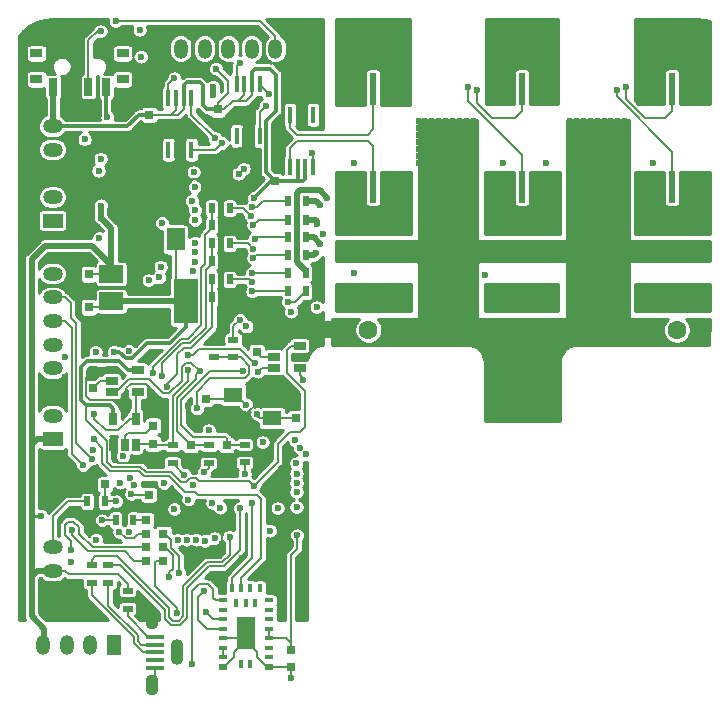
<source format=gbl>
G04 #@! TF.GenerationSoftware,KiCad,Pcbnew,(5.1.5-0)*
G04 #@! TF.CreationDate,2020-03-16T19:18:14+08:00*
G04 #@! TF.ProjectId,VESC_6,56455343-5f36-42e6-9b69-6361645f7063,A*
G04 #@! TF.SameCoordinates,Original*
G04 #@! TF.FileFunction,Copper,L4,Bot*
G04 #@! TF.FilePolarity,Positive*
%FSLAX46Y46*%
G04 Gerber Fmt 4.6, Leading zero omitted, Abs format (unit mm)*
G04 Created by KiCad (PCBNEW (5.1.5-0)) date 2020-03-16 19:18:14*
%MOMM*%
%LPD*%
G04 APERTURE LIST*
%ADD10R,1.000000X0.800000*%
%ADD11R,0.700000X1.500000*%
%ADD12R,0.797560X0.797560*%
%ADD13O,1.100000X2.200000*%
%ADD14O,1.100000X1.800000*%
%ADD15R,1.500000X0.450000*%
%ADD16R,0.600000X2.700000*%
%ADD17R,2.300000X2.700000*%
%ADD18R,1.500000X1.950000*%
%ADD19R,0.450000X1.450000*%
%ADD20R,2.500000X1.000000*%
%ADD21R,0.900000X0.500000*%
%ADD22R,0.500000X0.900000*%
%ADD23R,0.750000X0.800000*%
%ADD24R,0.800000X0.750000*%
%ADD25C,1.600000*%
%ADD26O,1.699260X1.198880*%
%ADD27R,1.699260X1.198880*%
%ADD28O,1.198880X1.699260*%
%ADD29R,1.198880X1.699260*%
%ADD30R,5.000000X4.000000*%
%ADD31R,6.000000X5.000000*%
%ADD32R,0.800000X0.550000*%
%ADD33R,0.550000X0.800000*%
%ADD34R,0.400000X0.800000*%
%ADD35R,0.800000X0.400000*%
%ADD36R,1.500000X2.800000*%
%ADD37R,2.000000X3.800000*%
%ADD38R,2.000000X1.500000*%
%ADD39R,1.060000X0.650000*%
%ADD40R,0.650000X1.060000*%
%ADD41R,1.600000X1.300000*%
%ADD42C,0.600000*%
%ADD43C,0.203200*%
%ADD44C,0.406400*%
%ADD45C,0.508000*%
%ADD46C,1.016000*%
%ADD47C,0.304800*%
%ADD48C,0.254000*%
G04 APERTURE END LIST*
D10*
X116619000Y-60592000D03*
X123919000Y-60592000D03*
X123919000Y-58392000D03*
X116619000Y-58392000D03*
D11*
X122519000Y-61242000D03*
X121019000Y-61242000D03*
X118019000Y-61242000D03*
D12*
X125869700Y-101346000D03*
X127368300Y-101346000D03*
X125869700Y-99060000D03*
X127368300Y-99060000D03*
X125869700Y-100203000D03*
X127368300Y-100203000D03*
X127368300Y-97917000D03*
X125869700Y-97917000D03*
D13*
X128519000Y-109100000D03*
D14*
X126369000Y-111900000D03*
X126369000Y-106300000D03*
D15*
X126619000Y-107800000D03*
X126619000Y-110400000D03*
X126619000Y-108450000D03*
X126619000Y-109750000D03*
X126619000Y-109100000D03*
D16*
X145116000Y-69682000D03*
X145116000Y-61382000D03*
D17*
X143166000Y-69682000D03*
X147066000Y-61382000D03*
X147066000Y-69682000D03*
X143166000Y-61382000D03*
D16*
X170434000Y-69682000D03*
X170434000Y-61382000D03*
D17*
X168484000Y-69682000D03*
X172384000Y-61382000D03*
X172384000Y-69682000D03*
X168484000Y-61382000D03*
D16*
X157734000Y-69682000D03*
X157734000Y-61382000D03*
D17*
X155784000Y-69682000D03*
X159684000Y-61382000D03*
X159684000Y-69682000D03*
X155784000Y-61382000D03*
D18*
X128397000Y-71396000D03*
X128397000Y-74146000D03*
D19*
X138090000Y-63586000D03*
X138740000Y-63586000D03*
X139390000Y-63586000D03*
X140040000Y-63586000D03*
X140040000Y-67986000D03*
X139390000Y-67986000D03*
X138740000Y-67986000D03*
X138090000Y-67986000D03*
X135518800Y-65395200D03*
X134868800Y-65395200D03*
X134218800Y-65395200D03*
X133568800Y-65395200D03*
X133568800Y-60995200D03*
X134218800Y-60995200D03*
X134868800Y-60995200D03*
X135518800Y-60995200D03*
X129740300Y-66538200D03*
X129090300Y-66538200D03*
X128440300Y-66538200D03*
X127790300Y-66538200D03*
X127790300Y-62138200D03*
X128440300Y-62138200D03*
X129090300Y-62138200D03*
X129740300Y-62138200D03*
D20*
X143383000Y-78398500D03*
X143383000Y-75398500D03*
X146685000Y-78398500D03*
X146685000Y-75398500D03*
X159385000Y-78398500D03*
X159385000Y-75398500D03*
X156083000Y-78398500D03*
X156083000Y-75398500D03*
X168783000Y-78398500D03*
X168783000Y-75398500D03*
X171958000Y-78398500D03*
X171958000Y-75398500D03*
D21*
X124333000Y-105398000D03*
X124333000Y-103898000D03*
X122682000Y-101739000D03*
X122682000Y-103239000D03*
X121289300Y-101727000D03*
X121289300Y-103227000D03*
D22*
X122416000Y-96329500D03*
X120916000Y-96329500D03*
D21*
X133281000Y-84119000D03*
X133281000Y-82619000D03*
X131684800Y-84130200D03*
X131684800Y-82630200D03*
D22*
X131466500Y-71501000D03*
X132966500Y-71501000D03*
X131466500Y-72961500D03*
X132966500Y-72961500D03*
X131466500Y-74485500D03*
X132966500Y-74485500D03*
X131466500Y-76009500D03*
X132966500Y-76009500D03*
X131466500Y-77533500D03*
X132966500Y-77533500D03*
X131466500Y-79057500D03*
X132966500Y-79057500D03*
X139422000Y-70929500D03*
X137922000Y-70929500D03*
X139421300Y-72466200D03*
X137921300Y-72466200D03*
X139434000Y-73977500D03*
X137934000Y-73977500D03*
X139434000Y-75501500D03*
X137934000Y-75501500D03*
X139434000Y-77025500D03*
X137934000Y-77025500D03*
X139434000Y-78549500D03*
X137934000Y-78549500D03*
D21*
X134239000Y-93028200D03*
X134239000Y-91528200D03*
D23*
X136779000Y-69203000D03*
X136779000Y-67703000D03*
D24*
X122403300Y-94881700D03*
X120903300Y-94881700D03*
D23*
X138557000Y-89269000D03*
X138557000Y-87769000D03*
D24*
X127623000Y-95758000D03*
X126123000Y-95758000D03*
D23*
X130937000Y-87642000D03*
X130937000Y-89142000D03*
X121031000Y-77101000D03*
X121031000Y-78601000D03*
X135255000Y-83681000D03*
X135255000Y-82181000D03*
X131953000Y-63131000D03*
X131953000Y-64631000D03*
X126174500Y-63587500D03*
X126174500Y-65087500D03*
X121031000Y-79895000D03*
X121031000Y-81395000D03*
D25*
X144726000Y-81788000D03*
X149726000Y-81788000D03*
X170842000Y-81788000D03*
X165842000Y-81788000D03*
D26*
X118000000Y-102201520D03*
X118000000Y-100200000D03*
D27*
X118000000Y-104203040D03*
D28*
X117182900Y-108458000D03*
X121183400Y-108458000D03*
X119181880Y-108458000D03*
D29*
X123184920Y-108458000D03*
D28*
X136851260Y-58000000D03*
X134849740Y-58000000D03*
X132848220Y-58000000D03*
X128847720Y-58000000D03*
X130849240Y-58000000D03*
D29*
X126846200Y-58000000D03*
D26*
X117983000Y-77045760D03*
X117983000Y-85049300D03*
X117983000Y-89049800D03*
X117983000Y-87048280D03*
D27*
X117983000Y-91051320D03*
D26*
X117983000Y-83045240D03*
X117983000Y-81043720D03*
X117983000Y-79044740D03*
X117983000Y-64545500D03*
X117983000Y-66547020D03*
X117983000Y-70547520D03*
X117983000Y-68546000D03*
D27*
X117983000Y-72549040D03*
D30*
X145114500Y-57785000D03*
X157734000Y-57785000D03*
X170434000Y-57785000D03*
D31*
X157734000Y-86800000D03*
D23*
X132715000Y-91579000D03*
X132715000Y-93079000D03*
X129667000Y-91579000D03*
X129667000Y-93079000D03*
X126492000Y-91452000D03*
X126492000Y-92952000D03*
X138148000Y-108881000D03*
X138148000Y-110381000D03*
X121412000Y-85229000D03*
X121412000Y-86729000D03*
X126492000Y-88404000D03*
X126492000Y-89904000D03*
D22*
X124829000Y-97917000D03*
X123329000Y-97917000D03*
D21*
X131191000Y-91579000D03*
X131191000Y-93079000D03*
X128143000Y-93067000D03*
X128143000Y-91567000D03*
D32*
X132388000Y-110367000D03*
D33*
X132263000Y-103692000D03*
D34*
X133138000Y-103692000D03*
X133938000Y-103692000D03*
X134738000Y-103692000D03*
X135538000Y-103692000D03*
D33*
X136413000Y-103692000D03*
D35*
X136288000Y-104692000D03*
D32*
X136288000Y-110367000D03*
D34*
X134738000Y-110092000D03*
X133938000Y-110092000D03*
X134338000Y-104892000D03*
D35*
X132388000Y-104692000D03*
D34*
X133538000Y-104892000D03*
X135138000Y-104892000D03*
D35*
X132388000Y-105492000D03*
X132388000Y-106292000D03*
X132388000Y-107092000D03*
X132388000Y-107892000D03*
X132388000Y-108692000D03*
X132388000Y-109492000D03*
X136288000Y-105492000D03*
X136288000Y-106292000D03*
X136288000Y-107092000D03*
X136288000Y-107892000D03*
X136288000Y-108692000D03*
X136288000Y-109492000D03*
D36*
X134338000Y-107492000D03*
D37*
X129261000Y-79375000D03*
D38*
X122961000Y-79375000D03*
X122961000Y-77075000D03*
X122961000Y-81675000D03*
D39*
X136695000Y-85024000D03*
X136695000Y-84074000D03*
X136695000Y-83124000D03*
X138895000Y-83124000D03*
X138895000Y-85024000D03*
X122979000Y-87056000D03*
X122979000Y-86106000D03*
X122979000Y-85156000D03*
X125179000Y-85156000D03*
X125179000Y-87056000D03*
D40*
X125029000Y-89324000D03*
X123129000Y-89324000D03*
X123129000Y-91524000D03*
X124079000Y-91524000D03*
X125029000Y-91524000D03*
D41*
X136556000Y-87285320D03*
X133256000Y-87285320D03*
X133256000Y-89285320D03*
X136556000Y-89285320D03*
D42*
X135763000Y-91313000D03*
X123373151Y-96310846D03*
X131064000Y-69977000D03*
X134874000Y-66800000D03*
X127232128Y-69342000D03*
X131699000Y-69977000D03*
X131699000Y-69342000D03*
X131064000Y-69342000D03*
X134239000Y-66800000D03*
X133604000Y-66802000D03*
X166471600Y-67640200D03*
X165887400Y-67640200D03*
X165303200Y-67640200D03*
X164719000Y-67640200D03*
X164134800Y-67640200D03*
X163550600Y-67640200D03*
X162966400Y-67640200D03*
X162382200Y-67640200D03*
X161798000Y-67640200D03*
X166471600Y-67056000D03*
X165887400Y-67056000D03*
X165303200Y-67056000D03*
X164719000Y-67056000D03*
X164134800Y-67056000D03*
X163550600Y-67056000D03*
X162966400Y-67056000D03*
X162382200Y-67056000D03*
X161798000Y-67056000D03*
X166471600Y-66471800D03*
X165887400Y-66471800D03*
X165303200Y-66471800D03*
X164719000Y-66471800D03*
X164134800Y-66471800D03*
X163550600Y-66471800D03*
X162966400Y-66471800D03*
X162382200Y-66471800D03*
X161798000Y-66471800D03*
X166471600Y-65887600D03*
X165887400Y-65887600D03*
X165303200Y-65887600D03*
X164719000Y-65887600D03*
X164134800Y-65887600D03*
X163550600Y-65887600D03*
X162966400Y-65887600D03*
X162382200Y-65887600D03*
X161798000Y-65887600D03*
X166471600Y-65303400D03*
X165887400Y-65303400D03*
X165303200Y-65303400D03*
X164719000Y-65303400D03*
X164134800Y-65303400D03*
X163550600Y-65303400D03*
X162966400Y-65303400D03*
X162382200Y-65303400D03*
X161798000Y-65303400D03*
X166471600Y-64719200D03*
X165887400Y-64719200D03*
X165303200Y-64719200D03*
X164719000Y-64719200D03*
X164134800Y-64719200D03*
X163550600Y-64719200D03*
X162966400Y-64719200D03*
X162382200Y-64719200D03*
X161798000Y-64719200D03*
X166471600Y-64135000D03*
X165887400Y-64135000D03*
X165303200Y-64135000D03*
X164719000Y-64135000D03*
X164134800Y-64135000D03*
X163550600Y-64135000D03*
X162966400Y-64135000D03*
X162382200Y-64135000D03*
X153644600Y-67640200D03*
X153060400Y-67640200D03*
X152476200Y-67640200D03*
X151892000Y-67640200D03*
X151307800Y-67640200D03*
X150723600Y-67640200D03*
X150139400Y-67640200D03*
X149555200Y-67640200D03*
X148971000Y-67640200D03*
X153644600Y-67056000D03*
X153060400Y-67056000D03*
X152476200Y-67056000D03*
X151892000Y-67056000D03*
X151307800Y-67056000D03*
X150723600Y-67056000D03*
X150139400Y-67056000D03*
X149555200Y-67056000D03*
X148971000Y-67056000D03*
X153644600Y-66471800D03*
X153060400Y-66471800D03*
X152476200Y-66471800D03*
X151892000Y-66471800D03*
X151307800Y-66471800D03*
X150723600Y-66471800D03*
X150139400Y-66471800D03*
X149555200Y-66471800D03*
X148971000Y-66471800D03*
X153644600Y-65887600D03*
X153060400Y-65887600D03*
X152476200Y-65887600D03*
X151892000Y-65887600D03*
X151307800Y-65887600D03*
X150723600Y-65887600D03*
X150139400Y-65887600D03*
X149555200Y-65887600D03*
X148971000Y-65887600D03*
X153644600Y-65303400D03*
X153060400Y-65303400D03*
X152476200Y-65303400D03*
X151892000Y-65303400D03*
X151307800Y-65303400D03*
X150723600Y-65303400D03*
X150139400Y-65303400D03*
X149555200Y-65303400D03*
X148971000Y-65303400D03*
X153644600Y-64719200D03*
X153060400Y-64719200D03*
X152476200Y-64719200D03*
X151892000Y-64719200D03*
X151307800Y-64719200D03*
X150723600Y-64719200D03*
X150139400Y-64719200D03*
X149555200Y-64719200D03*
X148971000Y-64719200D03*
X153644600Y-64135000D03*
X153060400Y-64135000D03*
X152476200Y-64135000D03*
X151892000Y-64135000D03*
X151307800Y-64135000D03*
X150723600Y-64135000D03*
X150139400Y-64135000D03*
X149555200Y-64135000D03*
X161798000Y-64135000D03*
X148971000Y-64135000D03*
X134620000Y-79756000D03*
X135128000Y-80264000D03*
X134112000Y-79248000D03*
X136906000Y-64516000D03*
X138148000Y-111282000D03*
X136598600Y-102265000D03*
X138049000Y-86614000D03*
X124849867Y-96930195D03*
X126365000Y-83693000D03*
X134620000Y-90297000D03*
X129476214Y-88223275D03*
X127516448Y-89653548D03*
X117475000Y-94869000D03*
X119126000Y-94869000D03*
X132333990Y-99949000D03*
X133995745Y-101102745D03*
X129023272Y-96785623D03*
X125095000Y-60705994D03*
X125730000Y-60706000D03*
X126365000Y-60706000D03*
X118999000Y-75565000D03*
X119060575Y-85813373D03*
X127866447Y-81915000D03*
X125349000Y-75946000D03*
X124460000Y-75565000D03*
X124079000Y-72009000D03*
X135331202Y-88925400D03*
X124663196Y-95681800D03*
X135043559Y-70650810D03*
X119500000Y-101492000D03*
X131826000Y-59690000D03*
X123190000Y-83642200D03*
X139171432Y-86006018D03*
X123647200Y-98907600D03*
X138694745Y-99197745D03*
X121492990Y-88886035D03*
X121945399Y-74015600D03*
X131191000Y-90297000D03*
X134357830Y-88119733D03*
X122047000Y-67310000D03*
X131572000Y-61214000D03*
X131554155Y-61889155D03*
X122618498Y-63817500D03*
X122072400Y-71272400D03*
X122072400Y-72313800D03*
X117000000Y-97536000D03*
X134801900Y-72182240D03*
X143000000Y-71500000D03*
X143624840Y-71500000D03*
X144249680Y-71500000D03*
X146124200Y-71500000D03*
X146749040Y-71500000D03*
X147373880Y-71500000D03*
X147998720Y-71500000D03*
X143000000Y-72124840D03*
X143624840Y-72124840D03*
X144249680Y-72124840D03*
X144874520Y-72124840D03*
X145499360Y-72124840D03*
X146124200Y-72124840D03*
X146749040Y-72124840D03*
X147373880Y-72124840D03*
X147998720Y-72124840D03*
X143624840Y-72749680D03*
X144249680Y-72749680D03*
X144874520Y-72749680D03*
X145499360Y-72749680D03*
X146124200Y-72749680D03*
X146749040Y-72749680D03*
X147373880Y-72749680D03*
X147998720Y-72749680D03*
X143624840Y-73374520D03*
X144249680Y-73374520D03*
X144874520Y-73374520D03*
X145499360Y-73374520D03*
X146124200Y-73374520D03*
X146749040Y-73374520D03*
X147373880Y-73374520D03*
X147998720Y-73374520D03*
X143002000Y-72771000D03*
X155575000Y-71501000D03*
X140843000Y-73660000D03*
X134981000Y-74919000D03*
X156197300Y-71501000D03*
X156819600Y-71501000D03*
X158686500Y-71501000D03*
X159308800Y-71501000D03*
X159931100Y-71501000D03*
X160553400Y-71501000D03*
X155575000Y-72123300D03*
X156197300Y-72123300D03*
X156819600Y-72123300D03*
X157441900Y-72123300D03*
X158064200Y-72123300D03*
X158686500Y-72123300D03*
X159308800Y-72123300D03*
X159931100Y-72123300D03*
X160553400Y-72123300D03*
X155575000Y-72745600D03*
X156197300Y-72745600D03*
X156819600Y-72745600D03*
X157441900Y-72745600D03*
X158064200Y-72745600D03*
X158686500Y-72745600D03*
X159308800Y-72745600D03*
X159931100Y-72745600D03*
X160553400Y-72745600D03*
X155575000Y-73367900D03*
X156197300Y-73367900D03*
X156819600Y-73367900D03*
X157441900Y-73367900D03*
X158064200Y-73367900D03*
X158686500Y-73367900D03*
X159308800Y-73367900D03*
X159931100Y-73367900D03*
X160553400Y-73367900D03*
X168275000Y-71501000D03*
X134866829Y-77759634D03*
X168897300Y-71501000D03*
X169519600Y-71501000D03*
X171386500Y-71501000D03*
X172008800Y-71501000D03*
X172631100Y-71501000D03*
X173253400Y-71501000D03*
X168275000Y-72123300D03*
X168897300Y-72123300D03*
X169519600Y-72123300D03*
X170141900Y-72123300D03*
X170764200Y-72123300D03*
X171386500Y-72123300D03*
X172008800Y-72123300D03*
X172631100Y-72123300D03*
X173253400Y-72123300D03*
X168275000Y-72745600D03*
X168897300Y-72745600D03*
X169519600Y-72745600D03*
X170141900Y-72745600D03*
X170764200Y-72745600D03*
X171386500Y-72745600D03*
X172008800Y-72745600D03*
X172631100Y-72745600D03*
X173253400Y-72745600D03*
X168275000Y-73367900D03*
X168897300Y-73367900D03*
X169519600Y-73367900D03*
X170141900Y-73367900D03*
X170764200Y-73367900D03*
X171386500Y-73367900D03*
X172008800Y-73367900D03*
X138176000Y-80264016D03*
X167513000Y-79375000D03*
X133731000Y-68580000D03*
X134391400Y-81508600D03*
X133834000Y-80957296D03*
X134162800Y-68148200D03*
X143383000Y-79375000D03*
X144018000Y-79375000D03*
X144653000Y-79375000D03*
X145288000Y-79375000D03*
X145923000Y-79375000D03*
X146558000Y-79375000D03*
X147193000Y-79375000D03*
X147828000Y-79375000D03*
X142113000Y-80010000D03*
X142748000Y-80010000D03*
X143383000Y-80010000D03*
X144018000Y-80010000D03*
X144653000Y-80010000D03*
X145288000Y-80010000D03*
X145923000Y-80010000D03*
X146558000Y-80010000D03*
X147193000Y-80010000D03*
X147828000Y-80010000D03*
X155448000Y-79375000D03*
X156083000Y-79375000D03*
X156718000Y-79375000D03*
X157353000Y-79375000D03*
X157988000Y-79375000D03*
X158623000Y-79375000D03*
X159258000Y-79375000D03*
X159893000Y-79375000D03*
X160528000Y-79375000D03*
X154813000Y-80010000D03*
X155448000Y-80010000D03*
X156083000Y-80010000D03*
X156718000Y-80010000D03*
X157353000Y-80010000D03*
X157988000Y-80010000D03*
X158623000Y-80010000D03*
X159258000Y-80010000D03*
X159893000Y-80010000D03*
X160528000Y-80010000D03*
X168148000Y-79375000D03*
X168783000Y-79375000D03*
X169418000Y-79375000D03*
X170053000Y-79375000D03*
X170688000Y-79375000D03*
X171323000Y-79375000D03*
X171958000Y-79375000D03*
X167513000Y-80010000D03*
X168148000Y-80010000D03*
X168783000Y-80010000D03*
X169418000Y-80010000D03*
X170053000Y-80010000D03*
X170688000Y-80010000D03*
X171323000Y-80010000D03*
X171958000Y-80010000D03*
X172593000Y-80010000D03*
X173228000Y-80010000D03*
X154813000Y-79375000D03*
X135382000Y-85344000D03*
X134077066Y-85268411D03*
X130429000Y-85268430D03*
X140334994Y-79883000D03*
X135153776Y-84627036D03*
X124470635Y-83577501D03*
X129413000Y-83947000D03*
X129485668Y-85236022D03*
X123954848Y-92506426D03*
X130860906Y-99656566D03*
X131699000Y-99440996D03*
X125476000Y-58673996D03*
X125349000Y-56388000D03*
X120696010Y-65670151D03*
X130114793Y-99559412D03*
X122047000Y-56515002D03*
X123317000Y-55654394D03*
X121285000Y-92710000D03*
X121483410Y-91051407D03*
X121365990Y-91948000D03*
X136398006Y-98806000D03*
X138637990Y-96801922D03*
X133857998Y-96901000D03*
X132969000Y-99314000D03*
X128706578Y-102362000D03*
X127863596Y-102717600D03*
X128482403Y-105790264D03*
X121873990Y-68326000D03*
X129921000Y-68453000D03*
X130193612Y-88450131D03*
X126492000Y-85471004D03*
X127254000Y-85725002D03*
X127640348Y-86619768D03*
X147039000Y-58901000D03*
X146404000Y-58901000D03*
X145769000Y-58901000D03*
X145134000Y-58901000D03*
X144499000Y-58901000D03*
X143864000Y-58901000D03*
X143229000Y-58901000D03*
X147039000Y-58266000D03*
X146404000Y-58266000D03*
X145769000Y-58266000D03*
X145134000Y-58266000D03*
X144499000Y-58266000D03*
X143864000Y-58266000D03*
X143229000Y-58266000D03*
X147039000Y-57631000D03*
X146404000Y-57631000D03*
X145769000Y-57631000D03*
X145134000Y-57631000D03*
X144499000Y-57631000D03*
X143864000Y-57631000D03*
X143229000Y-57631000D03*
X147039000Y-56996000D03*
X146404000Y-56996000D03*
X145769000Y-56996000D03*
X145134000Y-56996000D03*
X144499000Y-56996000D03*
X143864000Y-56996000D03*
X143229000Y-56996000D03*
X147039000Y-56361000D03*
X146404000Y-56361000D03*
X145769000Y-56361000D03*
X145134000Y-56361000D03*
X144499000Y-56361000D03*
X143864000Y-56361000D03*
X143229000Y-56361000D03*
X134859694Y-71406578D03*
X134983565Y-72918030D03*
X159639000Y-58901000D03*
X159004000Y-58901000D03*
X158369000Y-58901000D03*
X157734000Y-58901000D03*
X157099000Y-58901000D03*
X156464000Y-58901000D03*
X155829000Y-58901000D03*
X159639000Y-58266000D03*
X159004000Y-58266000D03*
X158369000Y-58266000D03*
X157734000Y-58266000D03*
X157099000Y-58266000D03*
X156464000Y-58266000D03*
X155829000Y-58266000D03*
X159639000Y-57631000D03*
X159004000Y-57631000D03*
X158369000Y-57631000D03*
X157734000Y-57631000D03*
X157099000Y-57631000D03*
X156464000Y-57631000D03*
X155829000Y-57631000D03*
X159639000Y-56996000D03*
X159004000Y-56996000D03*
X158369000Y-56996000D03*
X157734000Y-56996000D03*
X157099000Y-56996000D03*
X156464000Y-56996000D03*
X155829000Y-56996000D03*
X159639000Y-56361000D03*
X159004000Y-56361000D03*
X158369000Y-56361000D03*
X157734000Y-56361000D03*
X157099000Y-56361000D03*
X156464000Y-56361000D03*
X155829000Y-56361000D03*
X135081000Y-74119000D03*
X134981000Y-75719000D03*
X172339000Y-58901000D03*
X171704000Y-58901000D03*
X171069000Y-58901000D03*
X170434000Y-58901000D03*
X169799000Y-58901000D03*
X169164000Y-58901000D03*
X168529000Y-58901000D03*
X172339000Y-58266000D03*
X171704000Y-58266000D03*
X171069000Y-58266000D03*
X170434000Y-58266000D03*
X169799000Y-58266000D03*
X169164000Y-58266000D03*
X168529000Y-58266000D03*
X172339000Y-57631000D03*
X171704000Y-57631000D03*
X171069000Y-57631000D03*
X170434000Y-57631000D03*
X169799000Y-57631000D03*
X169164000Y-57631000D03*
X168529000Y-57631000D03*
X172339000Y-56996000D03*
X171704000Y-56996000D03*
X171069000Y-56996000D03*
X170434000Y-56996000D03*
X169799000Y-56996000D03*
X169164000Y-56996000D03*
X168529000Y-56996000D03*
X172339000Y-56361000D03*
X171704000Y-56361000D03*
X171069000Y-56361000D03*
X170434000Y-56361000D03*
X169799000Y-56361000D03*
X169164000Y-56361000D03*
X168529000Y-56361000D03*
X134860669Y-76981846D03*
X134889640Y-78537112D03*
X139953998Y-66848010D03*
X134239000Y-93980000D03*
X133858000Y-59182000D03*
X130810000Y-93853000D03*
X128285958Y-60513413D03*
X129098650Y-94052717D03*
X130081000Y-76019000D03*
X128293140Y-96967368D03*
X127127000Y-76453990D03*
X128574250Y-99568000D03*
X129326661Y-99568000D03*
X126111000Y-77597000D03*
X129794000Y-70866000D03*
X131516902Y-96464304D03*
X127235055Y-72768890D03*
X138637990Y-95511593D03*
X130048000Y-72517004D03*
X138637990Y-94750777D03*
X130048887Y-71633226D03*
X138637990Y-93970921D03*
X119587990Y-98715145D03*
X123698000Y-94742000D03*
X119507000Y-100457000D03*
X124497033Y-94325659D03*
X130040229Y-75242258D03*
X132162712Y-96850378D03*
X129901590Y-76826915D03*
X129476469Y-96185010D03*
X129858399Y-94911909D03*
X127000002Y-77355385D03*
X138625301Y-93092742D03*
X130048000Y-74422000D03*
X130048000Y-69723000D03*
X138546340Y-91152529D03*
X121666000Y-99568000D03*
X138935171Y-91796682D03*
X124475365Y-98881671D03*
X139472582Y-92329000D03*
X136017000Y-62865000D03*
X153924000Y-61468000D03*
X136271000Y-61849000D03*
X153162000Y-61214000D03*
X132310282Y-65970701D03*
X166497000Y-61214000D03*
X131699000Y-65532000D03*
X165735000Y-61468000D03*
X140335000Y-72842410D03*
X143510000Y-67691000D03*
X140589006Y-71247000D03*
X143510000Y-77017590D03*
X140600000Y-74500000D03*
X154635197Y-77165203D03*
X140300000Y-75300000D03*
X156083000Y-67691000D03*
X159766000Y-67691000D03*
X141224000Y-70612000D03*
X168783000Y-67691000D03*
X137904193Y-79451912D03*
X130810000Y-103886000D03*
X130937000Y-105664000D03*
X120570694Y-93259226D03*
X127392255Y-94762621D03*
X134874000Y-96439010D03*
X129794000Y-110108998D03*
X122174000Y-97917000D03*
X137033000Y-96901000D03*
X118999000Y-84074000D03*
X124907284Y-94956386D03*
X121623887Y-83654021D03*
X135001000Y-94996000D03*
D43*
X122403300Y-94881700D02*
X122403300Y-96316800D01*
X122403300Y-96316800D02*
X122416000Y-96329500D01*
X123354497Y-96329500D02*
X123373151Y-96310846D01*
X122416000Y-96329500D02*
X123354497Y-96329500D01*
D44*
X134218800Y-65395200D02*
X134218800Y-66779800D01*
X134218800Y-66779800D02*
X134239000Y-66800000D01*
X134868800Y-65395200D02*
X134868800Y-66794800D01*
X134868800Y-66794800D02*
X134874000Y-66800000D01*
D43*
X132334000Y-92292000D02*
X132481000Y-92292000D01*
X129281000Y-92292000D02*
X132334000Y-92292000D01*
X138740000Y-63586000D02*
X138740000Y-62657800D01*
X138740000Y-62657800D02*
X138312200Y-62230000D01*
X131684800Y-82630200D02*
X131684800Y-82177000D01*
X131684800Y-82177000D02*
X132966500Y-80895300D01*
X128567800Y-65087500D02*
X126174500Y-65087500D01*
X128440300Y-65610000D02*
X127917800Y-65087500D01*
X128440300Y-66538200D02*
X128440300Y-65610000D01*
X129090300Y-66538200D02*
X129090300Y-65610000D01*
X129090300Y-65610000D02*
X128567800Y-65087500D01*
X134218800Y-65395200D02*
X134218800Y-64467000D01*
X134218800Y-64467000D02*
X133672300Y-63920500D01*
X134868800Y-65395200D02*
X134868800Y-64467000D01*
X134868800Y-64467000D02*
X134322300Y-63920500D01*
X132481000Y-92292000D02*
X132715000Y-92526000D01*
X132715000Y-92526000D02*
X132715000Y-93028200D01*
X129281000Y-92292000D02*
X129534000Y-92292000D01*
X129534000Y-92292000D02*
X129667000Y-92425000D01*
X129667000Y-92425000D02*
X129667000Y-93028200D01*
X132966500Y-79057500D02*
X132500500Y-79057500D01*
X132500500Y-79057500D02*
X132281000Y-78838000D01*
X132281000Y-78838000D02*
X132281000Y-76538000D01*
X132281000Y-76538000D02*
X132281000Y-73138000D01*
X132281000Y-76538000D02*
X132281000Y-76241800D01*
X132281000Y-76241800D02*
X132513300Y-76009500D01*
X132513300Y-76009500D02*
X132966500Y-76009500D01*
X132281000Y-73138000D02*
X132457500Y-72961500D01*
X132457500Y-72961500D02*
X132966500Y-72961500D01*
X130764001Y-69042001D02*
X131064000Y-69342000D01*
X127532127Y-69042001D02*
X130764001Y-69042001D01*
X127232128Y-69342000D02*
X127532127Y-69042001D01*
X132966500Y-80895300D02*
X132966500Y-80388500D01*
X132966500Y-80388500D02*
X132966500Y-79057500D01*
X132966500Y-80514300D02*
X132966500Y-80388500D01*
D45*
X134112006Y-79248000D02*
X134112000Y-79248000D01*
X133921500Y-79057500D02*
X134112000Y-79248000D01*
X132966500Y-79057500D02*
X133921500Y-79057500D01*
D46*
X134112000Y-79248000D02*
X135128000Y-80264000D01*
X133816736Y-66800000D02*
X134874000Y-66800000D01*
X131064000Y-69977000D02*
X131064000Y-69552736D01*
X131064000Y-69552736D02*
X133816736Y-66800000D01*
D43*
X132531200Y-64631000D02*
X133241700Y-63920500D01*
X131953000Y-64631000D02*
X132531200Y-64631000D01*
X133241700Y-63920500D02*
X134322300Y-63920500D01*
X138962200Y-62230000D02*
X137668000Y-62230000D01*
X137414000Y-66167000D02*
X136779000Y-66802000D01*
X139390000Y-63586000D02*
X139390000Y-62657800D01*
X137414000Y-62484000D02*
X137414000Y-66167000D01*
X137668000Y-62230000D02*
X137414000Y-62484000D01*
X136779000Y-66802000D02*
X136779000Y-67703000D01*
X139390000Y-62657800D02*
X138962200Y-62230000D01*
X122681000Y-81395000D02*
X122961000Y-81675000D01*
X121031000Y-81395000D02*
X122681000Y-81395000D01*
X122906000Y-85229000D02*
X122979000Y-85156000D01*
X121412000Y-85229000D02*
X122906000Y-85229000D01*
X136198000Y-83124000D02*
X135255000Y-82181000D01*
X136695000Y-83124000D02*
X136198000Y-83124000D01*
X133384800Y-109095200D02*
X134338000Y-108142000D01*
X133384800Y-109495200D02*
X133384800Y-109095200D01*
X132513000Y-110367000D02*
X133384800Y-109495200D01*
X132388000Y-110367000D02*
X132513000Y-110367000D01*
X134338000Y-108142000D02*
X134338000Y-107492000D01*
X135291200Y-109495200D02*
X135291200Y-109095200D01*
X135291200Y-109095200D02*
X134338000Y-108142000D01*
X136163000Y-110367000D02*
X135291200Y-109495200D01*
X136288000Y-110367000D02*
X136163000Y-110367000D01*
X138148000Y-110381000D02*
X138148000Y-111282000D01*
X133938000Y-107892000D02*
X134338000Y-107492000D01*
X132388000Y-107892000D02*
X133938000Y-107892000D01*
X128270000Y-71396000D02*
X128270000Y-71171000D01*
X126492000Y-92529400D02*
X126492000Y-92952000D01*
X126729400Y-92292000D02*
X126492000Y-92529400D01*
X129281000Y-92292000D02*
X126729400Y-92292000D01*
X126619000Y-111650000D02*
X126369000Y-111900000D01*
X126619000Y-110400000D02*
X126619000Y-111650000D01*
X136413000Y-102450600D02*
X136598600Y-102265000D01*
X136413000Y-103692000D02*
X136413000Y-102450600D01*
X135255000Y-80391000D02*
X135128000Y-80264000D01*
X135255000Y-82181000D02*
X135255000Y-80391000D01*
X138557000Y-87769000D02*
X138557000Y-87122000D01*
X138557000Y-87122000D02*
X138049000Y-86614000D01*
X137039680Y-87769000D02*
X136556000Y-87285320D01*
X138557000Y-87769000D02*
X137039680Y-87769000D01*
X136049756Y-87285320D02*
X136556000Y-87285320D01*
X134049756Y-89285320D02*
X136049756Y-87285320D01*
X133256000Y-89285320D02*
X134049756Y-89285320D01*
X132985680Y-89015000D02*
X133256000Y-89285320D01*
X135046999Y-90723999D02*
X134620000Y-90297000D01*
X135046999Y-91877403D02*
X135046999Y-90723999D01*
X134632402Y-92292000D02*
X135046999Y-91877403D01*
X132334000Y-92292000D02*
X134632402Y-92292000D01*
X133112680Y-89142000D02*
X133256000Y-89285320D01*
X130937000Y-89142000D02*
X133112680Y-89142000D01*
X126492000Y-88404000D02*
X127070200Y-88404000D01*
X127070200Y-88404000D02*
X127516448Y-88850248D01*
X127516448Y-88850248D02*
X127516448Y-89653548D01*
X119138700Y-94881700D02*
X119126000Y-94869000D01*
X120903300Y-94881700D02*
X119138700Y-94881700D01*
X117475000Y-94869000D02*
X119126000Y-94869000D01*
X120401999Y-80710640D02*
X121031000Y-81339641D01*
X121031000Y-81339641D02*
X121031000Y-81395000D01*
X120401999Y-79171801D02*
X120401999Y-80710640D01*
X120972800Y-78601000D02*
X120401999Y-79171801D01*
X121031000Y-78601000D02*
X120972800Y-78601000D01*
X129970675Y-89142000D02*
X130937000Y-89142000D01*
X129476214Y-88647539D02*
X129970675Y-89142000D01*
X129476214Y-88223275D02*
X129476214Y-88647539D01*
X126492000Y-92952000D02*
X125913800Y-92952000D01*
X123540427Y-93060427D02*
X123129000Y-92649000D01*
X125913800Y-92952000D02*
X125805373Y-93060427D01*
X123129000Y-92649000D02*
X123129000Y-91524000D01*
X125805373Y-93060427D02*
X123540427Y-93060427D01*
X129023272Y-96785623D02*
X130948623Y-96785623D01*
X129023272Y-97209887D02*
X128316159Y-97917000D01*
X127623000Y-95758000D02*
X128226200Y-95758000D01*
X130948623Y-96785623D02*
X132333990Y-98170990D01*
X132333990Y-98170990D02*
X132333990Y-99949000D01*
X128226200Y-95758000D02*
X129023272Y-96555072D01*
X129023272Y-96555072D02*
X129023272Y-96785623D01*
X129023272Y-96785623D02*
X129023272Y-97209887D01*
X128316159Y-97917000D02*
X127368300Y-97917000D01*
X132263000Y-102835490D02*
X132263000Y-103692000D01*
X133995745Y-101102745D02*
X132263000Y-102835490D01*
X136302000Y-110381000D02*
X136288000Y-110367000D01*
X138148000Y-110381000D02*
X136302000Y-110381000D01*
D45*
X126846200Y-60351800D02*
X126846200Y-58000000D01*
X126492006Y-60705994D02*
X126846200Y-60351800D01*
X125095000Y-60705994D02*
X126492006Y-60705994D01*
D43*
X126492000Y-86995000D02*
X126492000Y-88404000D01*
X125857000Y-86360000D02*
X126492000Y-86995000D01*
X124206000Y-86741000D02*
X124587000Y-86360000D01*
X124206000Y-87503000D02*
X124206000Y-86741000D01*
X123952000Y-87757000D02*
X124206000Y-87503000D01*
X121127875Y-87757000D02*
X123952000Y-87757000D01*
X121400000Y-85229000D02*
X120782999Y-85846001D01*
X120782999Y-87412124D02*
X121127875Y-87757000D01*
X120782999Y-85846001D02*
X120782999Y-87412124D01*
X124587000Y-86360000D02*
X125857000Y-86360000D01*
X121412000Y-85229000D02*
X121400000Y-85229000D01*
X128397000Y-71120000D02*
X128397000Y-71396000D01*
X127232128Y-69955128D02*
X128397000Y-71120000D01*
X127232128Y-69342000D02*
X127232128Y-69955128D01*
X136572320Y-89269000D02*
X136556000Y-89285320D01*
X138557000Y-89269000D02*
X136572320Y-89269000D01*
X135331202Y-89063722D02*
X135331202Y-88925400D01*
X136556000Y-89285320D02*
X135552800Y-89285320D01*
X135552800Y-89285320D02*
X135331202Y-89063722D01*
X124739396Y-95758000D02*
X124663196Y-95681800D01*
X126123000Y-95758000D02*
X124739396Y-95758000D01*
X134371700Y-62420500D02*
X133721700Y-62420500D01*
X134868800Y-61923400D02*
X134371700Y-62420500D01*
X134868800Y-60995200D02*
X134868800Y-61923400D01*
X134218800Y-60995200D02*
X134218800Y-61923400D01*
X134218800Y-61923400D02*
X133721700Y-62420500D01*
X128016000Y-63587500D02*
X128563500Y-63587500D01*
X128563500Y-63587500D02*
X129090300Y-63060700D01*
X129090300Y-63060700D02*
X129090300Y-62138200D01*
X126174500Y-63587500D02*
X128016000Y-63587500D01*
X128440300Y-62138200D02*
X128440300Y-63163200D01*
X128440300Y-63163200D02*
X128016000Y-63587500D01*
D47*
X125261500Y-63587500D02*
X126174500Y-63587500D01*
X139202800Y-69203000D02*
X138557000Y-69203000D01*
X138557000Y-69203000D02*
X136779000Y-69203000D01*
X138740000Y-69020000D02*
X138557000Y-69203000D01*
X138740000Y-67986000D02*
X138740000Y-69020000D01*
X139390000Y-69015800D02*
X139202800Y-69203000D01*
X139390000Y-67986000D02*
X139390000Y-69015800D01*
X136491369Y-69203000D02*
X135043559Y-70650810D01*
X136779000Y-69203000D02*
X136491369Y-69203000D01*
D43*
X133241700Y-62420500D02*
X134371700Y-62420500D01*
X132531200Y-63131000D02*
X133241700Y-62420500D01*
X131953000Y-63131000D02*
X132531200Y-63131000D01*
X131953000Y-62611000D02*
X131953000Y-63131000D01*
X132842000Y-60706000D02*
X132842000Y-61722000D01*
X132842000Y-61722000D02*
X131953000Y-62611000D01*
X131826000Y-59690000D02*
X132842000Y-60706000D01*
D47*
X134868800Y-59965400D02*
X134868800Y-60995200D01*
X135144200Y-59690000D02*
X134868800Y-59965400D01*
X136398000Y-59690000D02*
X135144200Y-59690000D01*
X136906000Y-60198000D02*
X136398000Y-59690000D01*
X136779000Y-69203000D02*
X136779000Y-69178000D01*
X136779000Y-69178000D02*
X136048601Y-68447601D01*
X136906000Y-63246000D02*
X136906000Y-60198000D01*
X136048601Y-68447601D02*
X136048601Y-64103399D01*
X136048601Y-64103399D02*
X136906000Y-63246000D01*
X131064000Y-63119000D02*
X131953000Y-63119000D01*
X130683000Y-62738000D02*
X131064000Y-63119000D01*
X129090301Y-61108399D02*
X129365700Y-60833000D01*
X130683000Y-61087000D02*
X130683000Y-62738000D01*
X130429000Y-60833000D02*
X130683000Y-61087000D01*
X129365700Y-60833000D02*
X130429000Y-60833000D01*
X129090300Y-62138200D02*
X129090301Y-61108399D01*
D43*
X122441000Y-79895000D02*
X122961000Y-79375000D01*
X121031000Y-79895000D02*
X122441000Y-79895000D01*
X124460000Y-79375000D02*
X122961000Y-79375000D01*
X136288000Y-107092000D02*
X136288000Y-107892000D01*
X138895000Y-85024000D02*
X138895000Y-85602586D01*
X138895000Y-85602586D02*
X139171432Y-85879018D01*
X129261000Y-80275000D02*
X129261000Y-79375000D01*
X129261000Y-79400000D02*
X129261000Y-79375000D01*
X124180600Y-99441000D02*
X123647200Y-98907600D01*
X124841000Y-99441000D02*
X124180600Y-99441000D01*
X125222000Y-99060000D02*
X124841000Y-99441000D01*
X125869700Y-99060000D02*
X125222000Y-99060000D01*
X125029000Y-87206000D02*
X125179000Y-87056000D01*
X125029000Y-89324000D02*
X125029000Y-87206000D01*
D45*
X122961000Y-79375000D02*
X129261000Y-79375000D01*
D47*
X128524000Y-78638000D02*
X129261000Y-79375000D01*
D43*
X138148000Y-100866000D02*
X138694745Y-100319255D01*
X138694745Y-100319255D02*
X138694745Y-99197745D01*
X138148000Y-108881000D02*
X138148000Y-100866000D01*
X137762200Y-107892000D02*
X138148000Y-108277800D01*
X138148000Y-108277800D02*
X138148000Y-108881000D01*
X136288000Y-107892000D02*
X137762200Y-107892000D01*
D45*
X118019000Y-64509500D02*
X117983000Y-64545500D01*
X118019000Y-61242000D02*
X118019000Y-64509500D01*
D47*
X124303500Y-64545500D02*
X125261500Y-63587500D01*
X123795500Y-64545500D02*
X124303500Y-64545500D01*
X117983000Y-64545500D02*
X123795500Y-64545500D01*
X123795500Y-64545500D02*
X124049500Y-64545500D01*
D43*
X128397000Y-78511000D02*
X129261000Y-79375000D01*
X128397000Y-74146000D02*
X128397000Y-78511000D01*
D47*
X129261000Y-81559000D02*
X129261000Y-79375000D01*
X127889000Y-82931000D02*
X129261000Y-81559000D01*
X125984000Y-82931000D02*
X127889000Y-82931000D01*
X124714000Y-84201000D02*
X125984000Y-82931000D01*
X124199028Y-84201000D02*
X124714000Y-84201000D01*
X123640228Y-83642200D02*
X124199028Y-84201000D01*
X123190000Y-83642200D02*
X123640228Y-83642200D01*
D43*
X121492990Y-89310299D02*
X121492990Y-88886035D01*
X125029000Y-89324000D02*
X124500800Y-89324000D01*
X123527800Y-90297000D02*
X122479691Y-90297000D01*
X122479691Y-90297000D02*
X121492990Y-89310299D01*
X124500800Y-89324000D02*
X123527800Y-90297000D01*
X133026320Y-87388000D02*
X133256000Y-87158320D01*
X132899320Y-87515000D02*
X133256000Y-87158320D01*
X130937000Y-87642000D02*
X132899320Y-87642000D01*
X133523417Y-87285320D02*
X134357830Y-88119733D01*
X133256000Y-87285320D02*
X133523417Y-87285320D01*
X116295000Y-97795000D02*
X116205000Y-97795000D01*
D45*
X116205000Y-91725690D02*
X116205000Y-92202000D01*
X116625370Y-91059000D02*
X116205000Y-91479370D01*
X117983000Y-91051320D02*
X116625370Y-91051320D01*
X116205000Y-106061000D02*
X117254020Y-107110020D01*
X117254020Y-107110020D02*
X117254020Y-108474000D01*
X116642370Y-102201520D02*
X118000000Y-102201520D01*
X116205000Y-102638890D02*
X116642370Y-102201520D01*
X116205000Y-102870000D02*
X116205000Y-102638890D01*
X116205000Y-102870000D02*
X116205000Y-106045000D01*
X131572000Y-61871310D02*
X131554155Y-61889155D01*
X131572000Y-61214000D02*
X131572000Y-61871310D01*
D43*
X122935000Y-77101000D02*
X122961000Y-77075000D01*
X121031000Y-77101000D02*
X122935000Y-77101000D01*
D45*
X122072400Y-72313800D02*
X122072400Y-71272400D01*
X116205000Y-97795000D02*
X116205000Y-98425000D01*
X116205000Y-98425000D02*
X116205000Y-102870000D01*
X116205000Y-98425000D02*
X116205000Y-97790000D01*
D48*
X116205000Y-97409000D02*
X116332000Y-97536000D01*
X116332000Y-97536000D02*
X117000000Y-97536000D01*
D45*
X116205000Y-92202000D02*
X116205000Y-97409000D01*
X116205000Y-97409000D02*
X116205000Y-97795000D01*
D43*
X119052830Y-102201520D02*
X119340310Y-102489000D01*
X118000000Y-102201520D02*
X119052830Y-102201520D01*
X119340310Y-102489000D02*
X123504200Y-102489000D01*
X124333000Y-103317800D02*
X123504200Y-102489000D01*
X124333000Y-103898000D02*
X124333000Y-103317800D01*
D47*
X122519000Y-63718002D02*
X122618498Y-63817500D01*
X122519000Y-61242000D02*
X122519000Y-63718002D01*
D45*
X117348000Y-74676000D02*
X121361200Y-74676000D01*
X116205000Y-75819000D02*
X117348000Y-74676000D01*
X122961000Y-76275800D02*
X122961000Y-77075000D01*
X121361200Y-74676000D02*
X122961000Y-76275800D01*
X116205000Y-92202000D02*
X116205000Y-75819000D01*
X122961400Y-73202800D02*
X122072400Y-72313800D01*
X122961000Y-74905000D02*
X122961400Y-74904600D01*
X122961400Y-74904600D02*
X122961400Y-73202800D01*
X122961000Y-77075000D02*
X122961000Y-74905000D01*
D43*
X134120660Y-71501000D02*
X134801900Y-72182240D01*
X132966500Y-71501000D02*
X134120660Y-71501000D01*
X134928500Y-74866500D02*
X134981000Y-74919000D01*
X134547500Y-74485500D02*
X134981000Y-74919000D01*
X132966500Y-74485500D02*
X134547500Y-74485500D01*
X134640695Y-77533500D02*
X134866829Y-77759634D01*
X132966500Y-77533500D02*
X134640695Y-77533500D01*
X133281000Y-82619000D02*
X133281000Y-81510296D01*
X133281000Y-81510296D02*
X133834000Y-80957296D01*
X135702000Y-85024000D02*
X135382000Y-85344000D01*
X136695000Y-85024000D02*
X135702000Y-85024000D01*
X132765800Y-91528200D02*
X132715000Y-91579000D01*
X134239000Y-91528200D02*
X132765800Y-91528200D01*
X129840001Y-90851001D02*
X128854222Y-89865222D01*
X132590201Y-90851001D02*
X129840001Y-90851001D01*
X132715000Y-90975800D02*
X132590201Y-90851001D01*
X131320353Y-85268411D02*
X134077066Y-85268411D01*
X132715000Y-91579000D02*
X132715000Y-90975800D01*
X128854222Y-89865222D02*
X128854222Y-87734542D01*
X128854222Y-87734542D02*
X131320353Y-85268411D01*
X128498611Y-90334811D02*
X128498611Y-87587244D01*
X128498611Y-87587244D02*
X130129001Y-85956854D01*
X130991000Y-91528200D02*
X129692000Y-91528200D01*
X130129001Y-85568429D02*
X130429000Y-85268430D01*
X130129001Y-85956854D02*
X130129001Y-85568429D01*
X129692000Y-91528200D02*
X128498611Y-90334811D01*
X129742570Y-84582000D02*
X130429000Y-85268430D01*
X129287388Y-84582000D02*
X129742570Y-84582000D01*
X128931666Y-84937722D02*
X129287388Y-84582000D01*
X128931666Y-86123137D02*
X128931666Y-84937722D01*
X127305769Y-87173769D02*
X127881034Y-87173769D01*
X126111000Y-85979000D02*
X127305769Y-87173769D01*
X124465092Y-85979000D02*
X126111000Y-85979000D01*
X123388092Y-87056000D02*
X124465092Y-85979000D01*
X127881034Y-87173769D02*
X128931666Y-86123137D01*
X122979000Y-87056000D02*
X123388092Y-87056000D01*
X135063528Y-84627036D02*
X133875492Y-83439000D01*
X133875492Y-83439000D02*
X130345264Y-83439000D01*
X129837264Y-83947000D02*
X129413000Y-83947000D01*
X130345264Y-83439000D02*
X129837264Y-83947000D01*
X135153776Y-84627036D02*
X135063528Y-84627036D01*
X126607000Y-91567000D02*
X126492000Y-91452000D01*
X128143000Y-91567000D02*
X126607000Y-91567000D01*
X125101000Y-91452000D02*
X125029000Y-91524000D01*
X126492000Y-91452000D02*
X125101000Y-91452000D01*
X128143000Y-91567000D02*
X128143000Y-87439947D01*
X129485668Y-86097279D02*
X129485668Y-85236022D01*
X128143000Y-87439947D02*
X129485668Y-86097279D01*
X124079000Y-90790800D02*
X124079000Y-91524000D01*
X124362600Y-90507200D02*
X124079000Y-90790800D01*
X126492000Y-89929000D02*
X125913800Y-90507200D01*
X125913800Y-90507200D02*
X124362600Y-90507200D01*
X126492000Y-89904000D02*
X126492000Y-89929000D01*
X124333000Y-106039000D02*
X124333000Y-105398000D01*
X126619000Y-107800000D02*
X126094000Y-107800000D01*
X126094000Y-107800000D02*
X124333000Y-106039000D01*
X122682000Y-105159818D02*
X122682000Y-103239000D01*
X125196611Y-108146861D02*
X125196611Y-107674429D01*
X125499750Y-108450000D02*
X125196611Y-108146861D01*
X126619000Y-108450000D02*
X125499750Y-108450000D01*
X125196611Y-107674429D02*
X122682000Y-105159818D01*
X121289300Y-104270027D02*
X121289300Y-103227000D01*
X124841000Y-107821727D02*
X121289300Y-104270027D01*
X125610000Y-109100000D02*
X124841000Y-108331000D01*
X126619000Y-109100000D02*
X125610000Y-109100000D01*
X124841000Y-108331000D02*
X124841000Y-107821727D01*
X121019000Y-57289002D02*
X121920000Y-56388002D01*
X121019000Y-61242000D02*
X121019000Y-57289002D01*
X123345394Y-55626000D02*
X123317000Y-55654394D01*
X135530090Y-55626000D02*
X123345394Y-55626000D01*
X136851260Y-56947170D02*
X135530090Y-55626000D01*
X136851260Y-58000000D02*
X136851260Y-56947170D01*
X119049740Y-79044740D02*
X117983000Y-79044740D01*
X119970188Y-81235188D02*
X119507000Y-80772000D01*
X119970188Y-91395188D02*
X119970188Y-81235188D01*
X119507000Y-79502000D02*
X119049740Y-79044740D01*
X119507000Y-80772000D02*
X119507000Y-79502000D01*
X121285000Y-92710000D02*
X119970188Y-91395188D01*
X135636000Y-96110039D02*
X135636000Y-101134800D01*
X135283961Y-95758000D02*
X135636000Y-96110039D01*
X125267647Y-93771647D02*
X125704611Y-94208611D01*
X130048000Y-95504000D02*
X130302000Y-95758000D01*
X127863611Y-94208611D02*
X129159000Y-95504000D01*
X122194388Y-93111388D02*
X122854647Y-93771647D01*
X125704611Y-94208611D02*
X127863611Y-94208611D01*
X130302000Y-95758000D02*
X135283961Y-95758000D01*
X122194388Y-91762385D02*
X122194388Y-93111388D01*
X129159000Y-95504000D02*
X130048000Y-95504000D01*
X122854647Y-93771647D02*
X125267647Y-93771647D01*
X121483410Y-91051407D02*
X122194388Y-91762385D01*
X133938000Y-102832800D02*
X133938000Y-103692000D01*
X135636000Y-101134800D02*
X133938000Y-102832800D01*
X119253000Y-96329500D02*
X118000000Y-97582500D01*
X118000000Y-97582500D02*
X118000000Y-100200000D01*
X120916000Y-96329500D02*
X119253000Y-96329500D01*
X127508000Y-106299000D02*
X127508000Y-105537000D01*
X128016000Y-106807000D02*
X127508000Y-106299000D01*
X129392387Y-106192613D02*
X128778000Y-106807000D01*
X131193020Y-101828611D02*
X129392387Y-103629244D01*
X127508000Y-105537000D02*
X123710000Y-101739000D01*
X132486389Y-101828611D02*
X131193020Y-101828611D01*
X128778000Y-106807000D02*
X128016000Y-106807000D01*
X129392387Y-103629244D02*
X129392387Y-106192613D01*
X123710000Y-101739000D02*
X122682000Y-101739000D01*
X133857998Y-100457002D02*
X132486389Y-101828611D01*
X133857998Y-96901000D02*
X133857998Y-100457002D01*
X121598100Y-100965000D02*
X121289300Y-101273800D01*
X128143000Y-106426000D02*
X127863611Y-106146611D01*
X127863611Y-106146611D02*
X127863611Y-105389702D01*
X129036776Y-106040224D02*
X128651000Y-106426000D01*
X123438909Y-100965000D02*
X121598100Y-100965000D01*
X132969000Y-99314000D02*
X132969000Y-100838000D01*
X129036776Y-103481946D02*
X129036776Y-106040224D01*
X128651000Y-106426000D02*
X128143000Y-106426000D01*
X121289300Y-101273800D02*
X121289300Y-101727000D01*
X132334000Y-101473000D02*
X131045722Y-101473000D01*
X127863611Y-105389702D02*
X123438909Y-100965000D01*
X132969000Y-100838000D02*
X132334000Y-101473000D01*
X131045722Y-101473000D02*
X129036776Y-103481946D01*
X128706578Y-100926607D02*
X128706578Y-102362000D01*
X128021081Y-100241110D02*
X128706578Y-100926607D01*
X127480062Y-99060000D02*
X128021081Y-99601019D01*
X128021081Y-99601019D02*
X128021081Y-100241110D01*
X127368300Y-99060000D02*
X127480062Y-99060000D01*
X127368300Y-100203000D02*
X127480063Y-100203000D01*
X127480062Y-100203000D02*
X128152587Y-100875525D01*
X128152587Y-102004345D02*
X127863596Y-102293336D01*
X127863596Y-102293336D02*
X127863596Y-102717600D01*
X127368300Y-100203000D02*
X127480062Y-100203000D01*
X128152587Y-100875525D02*
X128152587Y-102004345D01*
X126766320Y-101346000D02*
X126619000Y-101493320D01*
X127368300Y-101346000D02*
X126766320Y-101346000D01*
X126621403Y-103505000D02*
X128482403Y-105366000D01*
X128482403Y-105366000D02*
X128482403Y-105790264D01*
X126619000Y-103505000D02*
X126621403Y-103505000D01*
X126621403Y-102999403D02*
X126619000Y-102997000D01*
X126619000Y-101493320D02*
X126619000Y-102997000D01*
X126619000Y-102997000D02*
X126619000Y-103505000D01*
X133281000Y-84119000D02*
X131696000Y-84119000D01*
X131696000Y-84119000D02*
X131684800Y-84130200D01*
X133934200Y-84119000D02*
X134631067Y-84815867D01*
X131331268Y-85888530D02*
X130193612Y-87026186D01*
X130193612Y-87026186D02*
X130193612Y-88450131D01*
X134256979Y-85888530D02*
X131331268Y-85888530D01*
X133281000Y-84119000D02*
X133934200Y-84119000D01*
X134631067Y-85514442D02*
X134256979Y-85888530D01*
X134631067Y-84815867D02*
X134631067Y-85514442D01*
X131466500Y-73161500D02*
X131466500Y-72961500D01*
X131466500Y-73161500D02*
X131466500Y-71501000D01*
X126365000Y-85598000D02*
X126339600Y-85598000D01*
X130881000Y-73747000D02*
X130881000Y-76256000D01*
X131466500Y-73161500D02*
X130881000Y-73747000D01*
X129413000Y-82550000D02*
X128844750Y-82550000D01*
X130881000Y-76256000D02*
X130556000Y-76581000D01*
X128844750Y-82550000D02*
X126492000Y-84902750D01*
X126492000Y-84902750D02*
X126492000Y-85471004D01*
X130556000Y-76581000D02*
X130556000Y-81407000D01*
X130556000Y-81407000D02*
X129413000Y-82550000D01*
X131466500Y-76009500D02*
X131466500Y-76209500D01*
X131466500Y-76209500D02*
X130937099Y-76738901D01*
X131466500Y-76009500D02*
X131466500Y-74485500D01*
X130937099Y-81280099D02*
X130937099Y-81411993D01*
X130937099Y-76738901D02*
X130937099Y-81280099D01*
X127254000Y-84643660D02*
X127254000Y-85725002D01*
X130937099Y-81608070D02*
X129614169Y-82931000D01*
X129614169Y-82931000D02*
X128966660Y-82931000D01*
X130937099Y-81280099D02*
X130937099Y-81608070D01*
X128966660Y-82931000D02*
X127254000Y-84643660D01*
X131466500Y-79057500D02*
X131466500Y-77533500D01*
X131466500Y-81258500D02*
X131466500Y-79057500D01*
X131466500Y-81385500D02*
X131466500Y-81258500D01*
X131466500Y-81581578D02*
X129736078Y-83312000D01*
X129088568Y-83312000D02*
X128524000Y-83876569D01*
X128524000Y-85513225D02*
X127584808Y-86452417D01*
X129736078Y-83312000D02*
X129088568Y-83312000D01*
X128524000Y-83876569D02*
X128524000Y-85513225D01*
X131466500Y-81258500D02*
X131466500Y-81581578D01*
X135283958Y-71406578D02*
X134859694Y-71406578D01*
X137922000Y-70929500D02*
X135761036Y-70929500D01*
X135761036Y-70929500D02*
X135283958Y-71406578D01*
X135435395Y-72466200D02*
X134983565Y-72918030D01*
X137921300Y-72466200D02*
X135435395Y-72466200D01*
X135222500Y-73977500D02*
X135081000Y-74119000D01*
X137934000Y-73977500D02*
X135222500Y-73977500D01*
X135198500Y-75501500D02*
X134981000Y-75719000D01*
X137934000Y-75501500D02*
X135198500Y-75501500D01*
X134904323Y-77025500D02*
X134860669Y-76981846D01*
X137934000Y-77025500D02*
X134904323Y-77025500D01*
X134902028Y-78549500D02*
X134889640Y-78537112D01*
X137934000Y-78549500D02*
X134902028Y-78549500D01*
X140040000Y-66934012D02*
X139953998Y-66848010D01*
X140040000Y-67986000D02*
X140040000Y-66934012D01*
X134239000Y-93028200D02*
X134239000Y-93980000D01*
X133568800Y-60995200D02*
X133568800Y-59471200D01*
X133568800Y-59471200D02*
X133858000Y-59182000D01*
X131191000Y-93028200D02*
X131391000Y-93028200D01*
X131191000Y-93472000D02*
X130810000Y-93853000D01*
X131191000Y-93079000D02*
X131191000Y-93472000D01*
X127790300Y-61009071D02*
X128285958Y-60513413D01*
X127790300Y-62138200D02*
X127790300Y-61009071D01*
X128143000Y-93097067D02*
X129098650Y-94052717D01*
X128143000Y-93028200D02*
X128143000Y-93097067D01*
X124104411Y-100558611D02*
X124891800Y-101346000D01*
X124891800Y-101346000D02*
X125869700Y-101346000D01*
X121007192Y-100558611D02*
X124104411Y-100558611D01*
X119587990Y-99139409D02*
X121007192Y-100558611D01*
X119587990Y-98715145D02*
X119587990Y-99139409D01*
X119507000Y-99695000D02*
X119507000Y-100457000D01*
X118999000Y-98298000D02*
X118999000Y-99187000D01*
X119253000Y-98044000D02*
X118999000Y-98298000D01*
X120218200Y-98526600D02*
X119735600Y-98044000D01*
X119735600Y-98044000D02*
X119253000Y-98044000D01*
X120218200Y-99041722D02*
X120218200Y-98526600D01*
X118999000Y-99187000D02*
X119507000Y-99695000D01*
X121379478Y-100203000D02*
X120218200Y-99041722D01*
X125869700Y-100203000D02*
X121379478Y-100203000D01*
X145116000Y-61382000D02*
X145116000Y-64815000D01*
X138684000Y-65278000D02*
X138090000Y-64684000D01*
X145116000Y-64815000D02*
X144653000Y-65278000D01*
X144653000Y-65278000D02*
X138684000Y-65278000D01*
X138090000Y-64684000D02*
X138090000Y-63586000D01*
X138090000Y-67986000D02*
X138090000Y-66380000D01*
X138090000Y-66380000D02*
X138684000Y-65786000D01*
X138684000Y-65786000D02*
X144653000Y-65786000D01*
X144653000Y-65786000D02*
X145116000Y-66249000D01*
X145116000Y-66249000D02*
X145116000Y-69682000D01*
X135518800Y-63363200D02*
X136017000Y-62865000D01*
X135518800Y-65395200D02*
X135518800Y-63363200D01*
X153924000Y-62611000D02*
X153924000Y-61468000D01*
X157734000Y-61382000D02*
X157734000Y-63246000D01*
X157734000Y-63246000D02*
X157099000Y-63881000D01*
X157099000Y-63881000D02*
X155194000Y-63881000D01*
X155194000Y-63881000D02*
X153924000Y-62611000D01*
X135518800Y-61096800D02*
X136271000Y-61849000D01*
X135518800Y-60995200D02*
X135518800Y-61096800D01*
X157734000Y-66972264D02*
X153162000Y-62400264D01*
X157734000Y-69682000D02*
X157734000Y-66972264D01*
X153162000Y-62400264D02*
X153162000Y-61214000D01*
X131742783Y-66538200D02*
X132310282Y-65970701D01*
X129740300Y-66538200D02*
X131742783Y-66538200D01*
X168104736Y-63881000D02*
X166497000Y-62273264D01*
X166497000Y-62273264D02*
X166497000Y-61214000D01*
X170434000Y-61382000D02*
X170434000Y-63246000D01*
X170434000Y-63246000D02*
X169799000Y-63881000D01*
X169799000Y-63881000D02*
X168104736Y-63881000D01*
X129740300Y-62138200D02*
X129740300Y-63573300D01*
X129740300Y-63573300D02*
X131699000Y-65532000D01*
X165735000Y-62019264D02*
X165735000Y-61468000D01*
X170434000Y-66718264D02*
X165735000Y-62019264D01*
X170434000Y-69682000D02*
X170434000Y-66718264D01*
D45*
X140179300Y-72466200D02*
X140335000Y-72621900D01*
X139421300Y-72466200D02*
X140179300Y-72466200D01*
X140335000Y-72621900D02*
X140335000Y-72842410D01*
X140271506Y-70929500D02*
X140589006Y-71247000D01*
X139422000Y-70929500D02*
X140271506Y-70929500D01*
X140077500Y-73977500D02*
X140600000Y-74500000D01*
X139434000Y-73977500D02*
X140077500Y-73977500D01*
X139434000Y-75501500D02*
X140098500Y-75501500D01*
X140098500Y-75501500D02*
X140300000Y-75300000D01*
X138897258Y-69977000D02*
X140589000Y-69977000D01*
X141224000Y-70612000D02*
X140589000Y-69977000D01*
X138676000Y-70198258D02*
X138897258Y-69977000D01*
X139434000Y-77025500D02*
X139434000Y-76825500D01*
X138676000Y-76067500D02*
X138676000Y-70198258D01*
X139434000Y-76825500D02*
X138676000Y-76067500D01*
D43*
X138531588Y-79451912D02*
X137904193Y-79451912D01*
X139434000Y-78549500D02*
X138531588Y-79451912D01*
X135648000Y-84074000D02*
X136695000Y-84074000D01*
X135255000Y-83681000D02*
X135648000Y-84074000D01*
X122035000Y-86106000D02*
X122979000Y-86106000D01*
X121412000Y-86729000D02*
X122035000Y-86106000D01*
X125869700Y-97917000D02*
X124829000Y-97917000D01*
X131037074Y-107092000D02*
X130302000Y-106356926D01*
X130302000Y-104394000D02*
X130810000Y-103886000D01*
X132388000Y-107092000D02*
X131037074Y-107092000D01*
X130302000Y-106356926D02*
X130302000Y-104394000D01*
X132388000Y-106292000D02*
X132350981Y-106329019D01*
X131565000Y-106292000D02*
X130937000Y-105664000D01*
X132388000Y-106292000D02*
X131565000Y-106292000D01*
X134874000Y-101096800D02*
X134874000Y-96439010D01*
X133138000Y-102832800D02*
X133138000Y-103692000D01*
X134874000Y-101096800D02*
X133138000Y-102832800D01*
X119614577Y-81622467D02*
X119035830Y-81043720D01*
X120570694Y-93259226D02*
X119614577Y-92303109D01*
X119614577Y-92303109D02*
X119614577Y-81622467D01*
X119035830Y-81043720D02*
X117983000Y-81043720D01*
X123329000Y-97917000D02*
X122174000Y-97917000D01*
X129794000Y-103939230D02*
X129794000Y-110108998D01*
X130401232Y-103331998D02*
X129794000Y-103939230D01*
X131144998Y-103331998D02*
X130401232Y-103331998D01*
X131572000Y-103759000D02*
X131144998Y-103331998D01*
X131572000Y-104479200D02*
X131572000Y-103759000D01*
X131784800Y-104692000D02*
X131572000Y-104479200D01*
X132388000Y-104692000D02*
X131784800Y-104692000D01*
X122555000Y-92964000D02*
X122549999Y-92958999D01*
X137033000Y-92964000D02*
X135001000Y-94996000D01*
X139319000Y-90043000D02*
X138938000Y-90424000D01*
X139319000Y-86937076D02*
X139319000Y-90043000D01*
X137795000Y-85413076D02*
X139319000Y-86937076D01*
X137033000Y-91440000D02*
X137033000Y-92964000D01*
X138049000Y-90424000D02*
X137033000Y-91440000D01*
X137795000Y-83490800D02*
X137795000Y-85413076D01*
X138938000Y-90424000D02*
X138049000Y-90424000D01*
X138161800Y-83124000D02*
X137795000Y-83490800D01*
X138895000Y-83124000D02*
X138161800Y-83124000D01*
X134620000Y-94615000D02*
X135001000Y-94996000D01*
X130124320Y-94357908D02*
X130381412Y-94615000D01*
X129592478Y-94357908D02*
X130124320Y-94357908D01*
X129289383Y-94661003D02*
X129592478Y-94357908D01*
X128818911Y-94661003D02*
X129289383Y-94661003D01*
X128010908Y-93853000D02*
X128818911Y-94661003D01*
X125857000Y-93853000D02*
X128010908Y-93853000D01*
X123007036Y-93416036D02*
X125420036Y-93416036D01*
X130381412Y-94615000D02*
X134620000Y-94615000D01*
X125420036Y-93416036D02*
X125857000Y-93853000D01*
X122549999Y-92958999D02*
X123007036Y-93416036D01*
D47*
X123129000Y-88489200D02*
X123129000Y-89324000D01*
X122803211Y-88163411D02*
X123129000Y-88489200D01*
X120817473Y-88163411D02*
X122803211Y-88163411D01*
X120376599Y-87722537D02*
X120817473Y-88163411D01*
X120376599Y-84940759D02*
X120376599Y-87722537D01*
X123643200Y-84455000D02*
X120862358Y-84455000D01*
X124344200Y-85156000D02*
X123643200Y-84455000D01*
X120862358Y-84455000D02*
X120376599Y-84940759D01*
X125179000Y-85156000D02*
X124344200Y-85156000D01*
D43*
X122549999Y-91180999D02*
X122549999Y-92958999D01*
X120817473Y-89448473D02*
X122549999Y-91180999D01*
X120817473Y-88163411D02*
X120817473Y-89448473D01*
X132388000Y-108692000D02*
X132388000Y-109492000D01*
D48*
G36*
X148336000Y-80200500D02*
G01*
X141986000Y-80200500D01*
X141986000Y-77914500D01*
X148336000Y-77914500D01*
X148336000Y-80200500D01*
G37*
X148336000Y-80200500D02*
X141986000Y-80200500D01*
X141986000Y-77914500D01*
X148336000Y-77914500D01*
X148336000Y-80200500D01*
G36*
X173609000Y-80200500D02*
G01*
X167259000Y-80200500D01*
X167259000Y-77914500D01*
X173609000Y-77914500D01*
X173609000Y-80200500D01*
G37*
X173609000Y-80200500D02*
X167259000Y-80200500D01*
X167259000Y-77914500D01*
X173609000Y-77914500D01*
X173609000Y-80200500D01*
G36*
X148209000Y-62728774D02*
G01*
X145798843Y-62728774D01*
X145798843Y-60032000D01*
X145791487Y-59957311D01*
X145769701Y-59885492D01*
X145734322Y-59819304D01*
X145686711Y-59761289D01*
X145628696Y-59713678D01*
X145562508Y-59678299D01*
X145490689Y-59656513D01*
X145416000Y-59649157D01*
X144816000Y-59649157D01*
X144741311Y-59656513D01*
X144669492Y-59678299D01*
X144603304Y-59713678D01*
X144545289Y-59761289D01*
X144497678Y-59819304D01*
X144462299Y-59885492D01*
X144440513Y-59957311D01*
X144433157Y-60032000D01*
X144433157Y-62728774D01*
X141986000Y-62728774D01*
X141986000Y-55456000D01*
X148209000Y-55456000D01*
X148209000Y-62728774D01*
G37*
X148209000Y-62728774D02*
X145798843Y-62728774D01*
X145798843Y-60032000D01*
X145791487Y-59957311D01*
X145769701Y-59885492D01*
X145734322Y-59819304D01*
X145686711Y-59761289D01*
X145628696Y-59713678D01*
X145562508Y-59678299D01*
X145490689Y-59656513D01*
X145416000Y-59649157D01*
X144816000Y-59649157D01*
X144741311Y-59656513D01*
X144669492Y-59678299D01*
X144603304Y-59713678D01*
X144545289Y-59761289D01*
X144497678Y-59819304D01*
X144462299Y-59885492D01*
X144440513Y-59957311D01*
X144433157Y-60032000D01*
X144433157Y-62728774D01*
X141986000Y-62728774D01*
X141986000Y-55456000D01*
X148209000Y-55456000D01*
X148209000Y-62728774D01*
G36*
X160782000Y-62672837D02*
G01*
X158416843Y-62672837D01*
X158416843Y-60032000D01*
X158409487Y-59957311D01*
X158387701Y-59885492D01*
X158352322Y-59819304D01*
X158304711Y-59761289D01*
X158246696Y-59713678D01*
X158180508Y-59678299D01*
X158108689Y-59656513D01*
X158034000Y-59649157D01*
X157434000Y-59649157D01*
X157359311Y-59656513D01*
X157287492Y-59678299D01*
X157221304Y-59713678D01*
X157163289Y-59761289D01*
X157115678Y-59819304D01*
X157080299Y-59885492D01*
X157058513Y-59957311D01*
X157051157Y-60032000D01*
X157051157Y-62672837D01*
X154686000Y-62672837D01*
X154686000Y-55456000D01*
X160782000Y-55456000D01*
X160782000Y-62672837D01*
G37*
X160782000Y-62672837D02*
X158416843Y-62672837D01*
X158416843Y-60032000D01*
X158409487Y-59957311D01*
X158387701Y-59885492D01*
X158352322Y-59819304D01*
X158304711Y-59761289D01*
X158246696Y-59713678D01*
X158180508Y-59678299D01*
X158108689Y-59656513D01*
X158034000Y-59649157D01*
X157434000Y-59649157D01*
X157359311Y-59656513D01*
X157287492Y-59678299D01*
X157221304Y-59713678D01*
X157163289Y-59761289D01*
X157115678Y-59819304D01*
X157080299Y-59885492D01*
X157058513Y-59957311D01*
X157051157Y-60032000D01*
X157051157Y-62672837D01*
X154686000Y-62672837D01*
X154686000Y-55456000D01*
X160782000Y-55456000D01*
X160782000Y-62672837D01*
G36*
X173187940Y-55525640D02*
G01*
X173609000Y-55652766D01*
X173609000Y-62677665D01*
X171116843Y-62677665D01*
X171116843Y-60032000D01*
X171109487Y-59957311D01*
X171087701Y-59885492D01*
X171052322Y-59819304D01*
X171004711Y-59761289D01*
X170946696Y-59713678D01*
X170880508Y-59678299D01*
X170808689Y-59656513D01*
X170734000Y-59649157D01*
X170134000Y-59649157D01*
X170059311Y-59656513D01*
X169987492Y-59678299D01*
X169921304Y-59713678D01*
X169863289Y-59761289D01*
X169815678Y-59819304D01*
X169780299Y-59885492D01*
X169758513Y-59957311D01*
X169751157Y-60032000D01*
X169751157Y-62677665D01*
X167583900Y-62677665D01*
X167259000Y-62352765D01*
X167259000Y-55456000D01*
X172477695Y-55456000D01*
X173187940Y-55525640D01*
G37*
X173187940Y-55525640D02*
X173609000Y-55652766D01*
X173609000Y-62677665D01*
X171116843Y-62677665D01*
X171116843Y-60032000D01*
X171109487Y-59957311D01*
X171087701Y-59885492D01*
X171052322Y-59819304D01*
X171004711Y-59761289D01*
X170946696Y-59713678D01*
X170880508Y-59678299D01*
X170808689Y-59656513D01*
X170734000Y-59649157D01*
X170134000Y-59649157D01*
X170059311Y-59656513D01*
X169987492Y-59678299D01*
X169921304Y-59713678D01*
X169863289Y-59761289D01*
X169815678Y-59819304D01*
X169780299Y-59885492D01*
X169758513Y-59957311D01*
X169751157Y-60032000D01*
X169751157Y-62677665D01*
X167583900Y-62677665D01*
X167259000Y-62352765D01*
X167259000Y-55456000D01*
X172477695Y-55456000D01*
X173187940Y-55525640D01*
G36*
X144433157Y-71032000D02*
G01*
X144440513Y-71106689D01*
X144462299Y-71178508D01*
X144497678Y-71244696D01*
X144545289Y-71302711D01*
X144603304Y-71350322D01*
X144669492Y-71385701D01*
X144741311Y-71407487D01*
X144816000Y-71414843D01*
X145416000Y-71414843D01*
X145490689Y-71407487D01*
X145562508Y-71385701D01*
X145628696Y-71350322D01*
X145686711Y-71302711D01*
X145734322Y-71244696D01*
X145769701Y-71178508D01*
X145791487Y-71106689D01*
X145798843Y-71032000D01*
X145798843Y-68453000D01*
X148336000Y-68453000D01*
X148336000Y-73660000D01*
X141986000Y-73660000D01*
X141986000Y-68453000D01*
X144433157Y-68453000D01*
X144433157Y-71032000D01*
G37*
X144433157Y-71032000D02*
X144440513Y-71106689D01*
X144462299Y-71178508D01*
X144497678Y-71244696D01*
X144545289Y-71302711D01*
X144603304Y-71350322D01*
X144669492Y-71385701D01*
X144741311Y-71407487D01*
X144816000Y-71414843D01*
X145416000Y-71414843D01*
X145490689Y-71407487D01*
X145562508Y-71385701D01*
X145628696Y-71350322D01*
X145686711Y-71302711D01*
X145734322Y-71244696D01*
X145769701Y-71178508D01*
X145791487Y-71106689D01*
X145798843Y-71032000D01*
X145798843Y-68453000D01*
X148336000Y-68453000D01*
X148336000Y-73660000D01*
X141986000Y-73660000D01*
X141986000Y-68453000D01*
X144433157Y-68453000D01*
X144433157Y-71032000D01*
G36*
X169751157Y-68456872D02*
G01*
X169751157Y-71032000D01*
X169758513Y-71106689D01*
X169780299Y-71178508D01*
X169815678Y-71244696D01*
X169863289Y-71302711D01*
X169921304Y-71350322D01*
X169987492Y-71385701D01*
X170059311Y-71407487D01*
X170134000Y-71414843D01*
X170734000Y-71414843D01*
X170808689Y-71407487D01*
X170880508Y-71385701D01*
X170946696Y-71350322D01*
X171004711Y-71302711D01*
X171052322Y-71244696D01*
X171087701Y-71178508D01*
X171109487Y-71106689D01*
X171116843Y-71032000D01*
X171116843Y-68458890D01*
X173609000Y-68462574D01*
X173609000Y-73660000D01*
X167259000Y-73660000D01*
X167259000Y-68453188D01*
X169751157Y-68456872D01*
G37*
X169751157Y-68456872D02*
X169751157Y-71032000D01*
X169758513Y-71106689D01*
X169780299Y-71178508D01*
X169815678Y-71244696D01*
X169863289Y-71302711D01*
X169921304Y-71350322D01*
X169987492Y-71385701D01*
X170059311Y-71407487D01*
X170134000Y-71414843D01*
X170734000Y-71414843D01*
X170808689Y-71407487D01*
X170880508Y-71385701D01*
X170946696Y-71350322D01*
X171004711Y-71302711D01*
X171052322Y-71244696D01*
X171087701Y-71178508D01*
X171109487Y-71106689D01*
X171116843Y-71032000D01*
X171116843Y-68458890D01*
X173609000Y-68462574D01*
X173609000Y-73660000D01*
X167259000Y-73660000D01*
X167259000Y-68453188D01*
X169751157Y-68456872D01*
G36*
X157051157Y-71032000D02*
G01*
X157058513Y-71106689D01*
X157080299Y-71178508D01*
X157115678Y-71244696D01*
X157163289Y-71302711D01*
X157221304Y-71350322D01*
X157287492Y-71385701D01*
X157359311Y-71407487D01*
X157434000Y-71414843D01*
X158034000Y-71414843D01*
X158108689Y-71407487D01*
X158180508Y-71385701D01*
X158246696Y-71350322D01*
X158304711Y-71302711D01*
X158352322Y-71244696D01*
X158387701Y-71178508D01*
X158409487Y-71106689D01*
X158416843Y-71032000D01*
X158416843Y-68453000D01*
X160909000Y-68453000D01*
X160909000Y-73660000D01*
X154559000Y-73660000D01*
X154559000Y-68453000D01*
X157051157Y-68453000D01*
X157051157Y-71032000D01*
G37*
X157051157Y-71032000D02*
X157058513Y-71106689D01*
X157080299Y-71178508D01*
X157115678Y-71244696D01*
X157163289Y-71302711D01*
X157221304Y-71350322D01*
X157287492Y-71385701D01*
X157359311Y-71407487D01*
X157434000Y-71414843D01*
X158034000Y-71414843D01*
X158108689Y-71407487D01*
X158180508Y-71385701D01*
X158246696Y-71350322D01*
X158304711Y-71302711D01*
X158352322Y-71244696D01*
X158387701Y-71178508D01*
X158409487Y-71106689D01*
X158416843Y-71032000D01*
X158416843Y-68453000D01*
X160909000Y-68453000D01*
X160909000Y-73660000D01*
X154559000Y-73660000D01*
X154559000Y-68453000D01*
X157051157Y-68453000D01*
X157051157Y-71032000D01*
G36*
X160782000Y-80200500D02*
G01*
X154559000Y-80200500D01*
X154559000Y-77914500D01*
X160782000Y-77914500D01*
X160782000Y-80200500D01*
G37*
X160782000Y-80200500D02*
X154559000Y-80200500D01*
X154559000Y-77914500D01*
X160782000Y-77914500D01*
X160782000Y-80200500D01*
G36*
X137891511Y-91351169D02*
G01*
X137942846Y-91475103D01*
X138017373Y-91586641D01*
X138112228Y-91681496D01*
X138223766Y-91756023D01*
X138254171Y-91768617D01*
X138254171Y-91863755D01*
X138280342Y-91995322D01*
X138331677Y-92119256D01*
X138406204Y-92230794D01*
X138501059Y-92325649D01*
X138612597Y-92400176D01*
X138640520Y-92411742D01*
X138558228Y-92411742D01*
X138426661Y-92437913D01*
X138302727Y-92489248D01*
X138191189Y-92563775D01*
X138096334Y-92658630D01*
X138021807Y-92770168D01*
X137970472Y-92894102D01*
X137944301Y-93025669D01*
X137944301Y-93159815D01*
X137970472Y-93291382D01*
X138021807Y-93415316D01*
X138096334Y-93526854D01*
X138107928Y-93538448D01*
X138034496Y-93648347D01*
X137983161Y-93772281D01*
X137956990Y-93903848D01*
X137956990Y-94037994D01*
X137983161Y-94169561D01*
X138034496Y-94293495D01*
X138079500Y-94360849D01*
X138034496Y-94428203D01*
X137983161Y-94552137D01*
X137956990Y-94683704D01*
X137956990Y-94817850D01*
X137983161Y-94949417D01*
X138034496Y-95073351D01*
X138073139Y-95131185D01*
X138034496Y-95189019D01*
X137983161Y-95312953D01*
X137956990Y-95444520D01*
X137956990Y-95578666D01*
X137983161Y-95710233D01*
X138034496Y-95834167D01*
X138109023Y-95945705D01*
X138203878Y-96040560D01*
X138315416Y-96115087D01*
X138416018Y-96156758D01*
X138315416Y-96198428D01*
X138203878Y-96272955D01*
X138109023Y-96367810D01*
X138034496Y-96479348D01*
X137983161Y-96603282D01*
X137956990Y-96734849D01*
X137956990Y-96868995D01*
X137983161Y-97000562D01*
X138034496Y-97124496D01*
X138109023Y-97236034D01*
X138203878Y-97330889D01*
X138315416Y-97405416D01*
X138439350Y-97456751D01*
X138570917Y-97482922D01*
X138705063Y-97482922D01*
X138836630Y-97456751D01*
X138960564Y-97405416D01*
X139072102Y-97330889D01*
X139166957Y-97236034D01*
X139241484Y-97124496D01*
X139292819Y-97000562D01*
X139318990Y-96868995D01*
X139318990Y-96734849D01*
X139292819Y-96603282D01*
X139241484Y-96479348D01*
X139166957Y-96367810D01*
X139072102Y-96272955D01*
X138960564Y-96198428D01*
X138859962Y-96156758D01*
X138960564Y-96115087D01*
X139072102Y-96040560D01*
X139166957Y-95945705D01*
X139241484Y-95834167D01*
X139292819Y-95710233D01*
X139318990Y-95578666D01*
X139318990Y-95444520D01*
X139292819Y-95312953D01*
X139241484Y-95189019D01*
X139202841Y-95131185D01*
X139241484Y-95073351D01*
X139292819Y-94949417D01*
X139318990Y-94817850D01*
X139318990Y-94683704D01*
X139292819Y-94552137D01*
X139241484Y-94428203D01*
X139196480Y-94360849D01*
X139241484Y-94293495D01*
X139292819Y-94169561D01*
X139318990Y-94037994D01*
X139318990Y-93903848D01*
X139292819Y-93772281D01*
X139241484Y-93648347D01*
X139166957Y-93536809D01*
X139155363Y-93525215D01*
X139228795Y-93415316D01*
X139280130Y-93291382D01*
X139306301Y-93159815D01*
X139306301Y-93025669D01*
X139298969Y-92988807D01*
X139405509Y-93010000D01*
X139539655Y-93010000D01*
X139544001Y-93009136D01*
X139544000Y-106373000D01*
X138630600Y-106373000D01*
X138630600Y-101065899D01*
X139019227Y-100677272D01*
X139037646Y-100662156D01*
X139097954Y-100588670D01*
X139142767Y-100504832D01*
X139170362Y-100413861D01*
X139177345Y-100342962D01*
X139177345Y-100342961D01*
X139179680Y-100319256D01*
X139177345Y-100295551D01*
X139177345Y-99678224D01*
X139223712Y-99631857D01*
X139298239Y-99520319D01*
X139349574Y-99396385D01*
X139375745Y-99264818D01*
X139375745Y-99130672D01*
X139349574Y-98999105D01*
X139298239Y-98875171D01*
X139223712Y-98763633D01*
X139128857Y-98668778D01*
X139017319Y-98594251D01*
X138893385Y-98542916D01*
X138761818Y-98516745D01*
X138627672Y-98516745D01*
X138496105Y-98542916D01*
X138372171Y-98594251D01*
X138260633Y-98668778D01*
X138165778Y-98763633D01*
X138091251Y-98875171D01*
X138039916Y-98999105D01*
X138013745Y-99130672D01*
X138013745Y-99264818D01*
X138039916Y-99396385D01*
X138091251Y-99520319D01*
X138165778Y-99631857D01*
X138212146Y-99678225D01*
X138212145Y-100119356D01*
X137823513Y-100507988D01*
X137805100Y-100523099D01*
X137789989Y-100541512D01*
X137789987Y-100541514D01*
X137744792Y-100596585D01*
X137699978Y-100680424D01*
X137672384Y-100771394D01*
X137663065Y-100866000D01*
X137665401Y-100889715D01*
X137665400Y-106373000D01*
X137070843Y-106373000D01*
X137070843Y-106092000D01*
X137063487Y-106017311D01*
X137041701Y-105945492D01*
X137013108Y-105892000D01*
X137041701Y-105838508D01*
X137063487Y-105766689D01*
X137070843Y-105692000D01*
X137070843Y-105292000D01*
X137063487Y-105217311D01*
X137041701Y-105145492D01*
X137013108Y-105092000D01*
X137041701Y-105038508D01*
X137063487Y-104966689D01*
X137070843Y-104892000D01*
X137070843Y-104492000D01*
X137063487Y-104417311D01*
X137041701Y-104345492D01*
X137006322Y-104279304D01*
X136958711Y-104221289D01*
X136900696Y-104173678D01*
X136834508Y-104138299D01*
X136762689Y-104116513D01*
X136688000Y-104109157D01*
X136119153Y-104109157D01*
X136120843Y-104092000D01*
X136120843Y-103292000D01*
X136113487Y-103217311D01*
X136091701Y-103145492D01*
X136056322Y-103079304D01*
X136008711Y-103021289D01*
X135950696Y-102973678D01*
X135884508Y-102938299D01*
X135812689Y-102916513D01*
X135738000Y-102909157D01*
X135338000Y-102909157D01*
X135263311Y-102916513D01*
X135191492Y-102938299D01*
X135138000Y-102966892D01*
X135084508Y-102938299D01*
X135012689Y-102916513D01*
X134938000Y-102909157D01*
X134544142Y-102909157D01*
X135960488Y-101492812D01*
X135978901Y-101477701D01*
X136039209Y-101404215D01*
X136084022Y-101320377D01*
X136092940Y-101290978D01*
X136111617Y-101229407D01*
X136120935Y-101134800D01*
X136118600Y-101111093D01*
X136118600Y-99427375D01*
X136199366Y-99460829D01*
X136330933Y-99487000D01*
X136465079Y-99487000D01*
X136596646Y-99460829D01*
X136720580Y-99409494D01*
X136832118Y-99334967D01*
X136926973Y-99240112D01*
X137001500Y-99128574D01*
X137052835Y-99004640D01*
X137079006Y-98873073D01*
X137079006Y-98738927D01*
X137052835Y-98607360D01*
X137001500Y-98483426D01*
X136926973Y-98371888D01*
X136832118Y-98277033D01*
X136720580Y-98202506D01*
X136596646Y-98151171D01*
X136465079Y-98125000D01*
X136330933Y-98125000D01*
X136199366Y-98151171D01*
X136118600Y-98184625D01*
X136118600Y-96833927D01*
X136352000Y-96833927D01*
X136352000Y-96968073D01*
X136378171Y-97099640D01*
X136429506Y-97223574D01*
X136504033Y-97335112D01*
X136598888Y-97429967D01*
X136710426Y-97504494D01*
X136834360Y-97555829D01*
X136965927Y-97582000D01*
X137100073Y-97582000D01*
X137231640Y-97555829D01*
X137355574Y-97504494D01*
X137467112Y-97429967D01*
X137561967Y-97335112D01*
X137636494Y-97223574D01*
X137687829Y-97099640D01*
X137714000Y-96968073D01*
X137714000Y-96833927D01*
X137687829Y-96702360D01*
X137636494Y-96578426D01*
X137561967Y-96466888D01*
X137467112Y-96372033D01*
X137355574Y-96297506D01*
X137231640Y-96246171D01*
X137100073Y-96220000D01*
X136965927Y-96220000D01*
X136834360Y-96246171D01*
X136710426Y-96297506D01*
X136598888Y-96372033D01*
X136504033Y-96466888D01*
X136429506Y-96578426D01*
X136378171Y-96702360D01*
X136352000Y-96833927D01*
X136118600Y-96833927D01*
X136118600Y-96133743D01*
X136120935Y-96110038D01*
X136118221Y-96082486D01*
X136111617Y-96015433D01*
X136084022Y-95924462D01*
X136039209Y-95840624D01*
X135978901Y-95767138D01*
X135960482Y-95752022D01*
X135641978Y-95433518D01*
X135626862Y-95415099D01*
X135570761Y-95369059D01*
X135604494Y-95318574D01*
X135655829Y-95194640D01*
X135682000Y-95063073D01*
X135682000Y-94997499D01*
X137357488Y-93322012D01*
X137375901Y-93306901D01*
X137436209Y-93233415D01*
X137481022Y-93149577D01*
X137485415Y-93135095D01*
X137508617Y-93058607D01*
X137517935Y-92964000D01*
X137515600Y-92940293D01*
X137515600Y-91639899D01*
X137877047Y-91278453D01*
X137891511Y-91351169D01*
G37*
X137891511Y-91351169D02*
X137942846Y-91475103D01*
X138017373Y-91586641D01*
X138112228Y-91681496D01*
X138223766Y-91756023D01*
X138254171Y-91768617D01*
X138254171Y-91863755D01*
X138280342Y-91995322D01*
X138331677Y-92119256D01*
X138406204Y-92230794D01*
X138501059Y-92325649D01*
X138612597Y-92400176D01*
X138640520Y-92411742D01*
X138558228Y-92411742D01*
X138426661Y-92437913D01*
X138302727Y-92489248D01*
X138191189Y-92563775D01*
X138096334Y-92658630D01*
X138021807Y-92770168D01*
X137970472Y-92894102D01*
X137944301Y-93025669D01*
X137944301Y-93159815D01*
X137970472Y-93291382D01*
X138021807Y-93415316D01*
X138096334Y-93526854D01*
X138107928Y-93538448D01*
X138034496Y-93648347D01*
X137983161Y-93772281D01*
X137956990Y-93903848D01*
X137956990Y-94037994D01*
X137983161Y-94169561D01*
X138034496Y-94293495D01*
X138079500Y-94360849D01*
X138034496Y-94428203D01*
X137983161Y-94552137D01*
X137956990Y-94683704D01*
X137956990Y-94817850D01*
X137983161Y-94949417D01*
X138034496Y-95073351D01*
X138073139Y-95131185D01*
X138034496Y-95189019D01*
X137983161Y-95312953D01*
X137956990Y-95444520D01*
X137956990Y-95578666D01*
X137983161Y-95710233D01*
X138034496Y-95834167D01*
X138109023Y-95945705D01*
X138203878Y-96040560D01*
X138315416Y-96115087D01*
X138416018Y-96156758D01*
X138315416Y-96198428D01*
X138203878Y-96272955D01*
X138109023Y-96367810D01*
X138034496Y-96479348D01*
X137983161Y-96603282D01*
X137956990Y-96734849D01*
X137956990Y-96868995D01*
X137983161Y-97000562D01*
X138034496Y-97124496D01*
X138109023Y-97236034D01*
X138203878Y-97330889D01*
X138315416Y-97405416D01*
X138439350Y-97456751D01*
X138570917Y-97482922D01*
X138705063Y-97482922D01*
X138836630Y-97456751D01*
X138960564Y-97405416D01*
X139072102Y-97330889D01*
X139166957Y-97236034D01*
X139241484Y-97124496D01*
X139292819Y-97000562D01*
X139318990Y-96868995D01*
X139318990Y-96734849D01*
X139292819Y-96603282D01*
X139241484Y-96479348D01*
X139166957Y-96367810D01*
X139072102Y-96272955D01*
X138960564Y-96198428D01*
X138859962Y-96156758D01*
X138960564Y-96115087D01*
X139072102Y-96040560D01*
X139166957Y-95945705D01*
X139241484Y-95834167D01*
X139292819Y-95710233D01*
X139318990Y-95578666D01*
X139318990Y-95444520D01*
X139292819Y-95312953D01*
X139241484Y-95189019D01*
X139202841Y-95131185D01*
X139241484Y-95073351D01*
X139292819Y-94949417D01*
X139318990Y-94817850D01*
X139318990Y-94683704D01*
X139292819Y-94552137D01*
X139241484Y-94428203D01*
X139196480Y-94360849D01*
X139241484Y-94293495D01*
X139292819Y-94169561D01*
X139318990Y-94037994D01*
X139318990Y-93903848D01*
X139292819Y-93772281D01*
X139241484Y-93648347D01*
X139166957Y-93536809D01*
X139155363Y-93525215D01*
X139228795Y-93415316D01*
X139280130Y-93291382D01*
X139306301Y-93159815D01*
X139306301Y-93025669D01*
X139298969Y-92988807D01*
X139405509Y-93010000D01*
X139539655Y-93010000D01*
X139544001Y-93009136D01*
X139544000Y-106373000D01*
X138630600Y-106373000D01*
X138630600Y-101065899D01*
X139019227Y-100677272D01*
X139037646Y-100662156D01*
X139097954Y-100588670D01*
X139142767Y-100504832D01*
X139170362Y-100413861D01*
X139177345Y-100342962D01*
X139177345Y-100342961D01*
X139179680Y-100319256D01*
X139177345Y-100295551D01*
X139177345Y-99678224D01*
X139223712Y-99631857D01*
X139298239Y-99520319D01*
X139349574Y-99396385D01*
X139375745Y-99264818D01*
X139375745Y-99130672D01*
X139349574Y-98999105D01*
X139298239Y-98875171D01*
X139223712Y-98763633D01*
X139128857Y-98668778D01*
X139017319Y-98594251D01*
X138893385Y-98542916D01*
X138761818Y-98516745D01*
X138627672Y-98516745D01*
X138496105Y-98542916D01*
X138372171Y-98594251D01*
X138260633Y-98668778D01*
X138165778Y-98763633D01*
X138091251Y-98875171D01*
X138039916Y-98999105D01*
X138013745Y-99130672D01*
X138013745Y-99264818D01*
X138039916Y-99396385D01*
X138091251Y-99520319D01*
X138165778Y-99631857D01*
X138212146Y-99678225D01*
X138212145Y-100119356D01*
X137823513Y-100507988D01*
X137805100Y-100523099D01*
X137789989Y-100541512D01*
X137789987Y-100541514D01*
X137744792Y-100596585D01*
X137699978Y-100680424D01*
X137672384Y-100771394D01*
X137663065Y-100866000D01*
X137665401Y-100889715D01*
X137665400Y-106373000D01*
X137070843Y-106373000D01*
X137070843Y-106092000D01*
X137063487Y-106017311D01*
X137041701Y-105945492D01*
X137013108Y-105892000D01*
X137041701Y-105838508D01*
X137063487Y-105766689D01*
X137070843Y-105692000D01*
X137070843Y-105292000D01*
X137063487Y-105217311D01*
X137041701Y-105145492D01*
X137013108Y-105092000D01*
X137041701Y-105038508D01*
X137063487Y-104966689D01*
X137070843Y-104892000D01*
X137070843Y-104492000D01*
X137063487Y-104417311D01*
X137041701Y-104345492D01*
X137006322Y-104279304D01*
X136958711Y-104221289D01*
X136900696Y-104173678D01*
X136834508Y-104138299D01*
X136762689Y-104116513D01*
X136688000Y-104109157D01*
X136119153Y-104109157D01*
X136120843Y-104092000D01*
X136120843Y-103292000D01*
X136113487Y-103217311D01*
X136091701Y-103145492D01*
X136056322Y-103079304D01*
X136008711Y-103021289D01*
X135950696Y-102973678D01*
X135884508Y-102938299D01*
X135812689Y-102916513D01*
X135738000Y-102909157D01*
X135338000Y-102909157D01*
X135263311Y-102916513D01*
X135191492Y-102938299D01*
X135138000Y-102966892D01*
X135084508Y-102938299D01*
X135012689Y-102916513D01*
X134938000Y-102909157D01*
X134544142Y-102909157D01*
X135960488Y-101492812D01*
X135978901Y-101477701D01*
X136039209Y-101404215D01*
X136084022Y-101320377D01*
X136092940Y-101290978D01*
X136111617Y-101229407D01*
X136120935Y-101134800D01*
X136118600Y-101111093D01*
X136118600Y-99427375D01*
X136199366Y-99460829D01*
X136330933Y-99487000D01*
X136465079Y-99487000D01*
X136596646Y-99460829D01*
X136720580Y-99409494D01*
X136832118Y-99334967D01*
X136926973Y-99240112D01*
X137001500Y-99128574D01*
X137052835Y-99004640D01*
X137079006Y-98873073D01*
X137079006Y-98738927D01*
X137052835Y-98607360D01*
X137001500Y-98483426D01*
X136926973Y-98371888D01*
X136832118Y-98277033D01*
X136720580Y-98202506D01*
X136596646Y-98151171D01*
X136465079Y-98125000D01*
X136330933Y-98125000D01*
X136199366Y-98151171D01*
X136118600Y-98184625D01*
X136118600Y-96833927D01*
X136352000Y-96833927D01*
X136352000Y-96968073D01*
X136378171Y-97099640D01*
X136429506Y-97223574D01*
X136504033Y-97335112D01*
X136598888Y-97429967D01*
X136710426Y-97504494D01*
X136834360Y-97555829D01*
X136965927Y-97582000D01*
X137100073Y-97582000D01*
X137231640Y-97555829D01*
X137355574Y-97504494D01*
X137467112Y-97429967D01*
X137561967Y-97335112D01*
X137636494Y-97223574D01*
X137687829Y-97099640D01*
X137714000Y-96968073D01*
X137714000Y-96833927D01*
X137687829Y-96702360D01*
X137636494Y-96578426D01*
X137561967Y-96466888D01*
X137467112Y-96372033D01*
X137355574Y-96297506D01*
X137231640Y-96246171D01*
X137100073Y-96220000D01*
X136965927Y-96220000D01*
X136834360Y-96246171D01*
X136710426Y-96297506D01*
X136598888Y-96372033D01*
X136504033Y-96466888D01*
X136429506Y-96578426D01*
X136378171Y-96702360D01*
X136352000Y-96833927D01*
X136118600Y-96833927D01*
X136118600Y-96133743D01*
X136120935Y-96110038D01*
X136118221Y-96082486D01*
X136111617Y-96015433D01*
X136084022Y-95924462D01*
X136039209Y-95840624D01*
X135978901Y-95767138D01*
X135960482Y-95752022D01*
X135641978Y-95433518D01*
X135626862Y-95415099D01*
X135570761Y-95369059D01*
X135604494Y-95318574D01*
X135655829Y-95194640D01*
X135682000Y-95063073D01*
X135682000Y-94997499D01*
X137357488Y-93322012D01*
X137375901Y-93306901D01*
X137436209Y-93233415D01*
X137481022Y-93149577D01*
X137485415Y-93135095D01*
X137508617Y-93058607D01*
X137517935Y-92964000D01*
X137515600Y-92940293D01*
X137515600Y-91639899D01*
X137877047Y-91278453D01*
X137891511Y-91351169D01*
G36*
X122636000Y-55587321D02*
G01*
X122636000Y-55721467D01*
X122662171Y-55853034D01*
X122713506Y-55976968D01*
X122788033Y-56088506D01*
X122882888Y-56183361D01*
X122994426Y-56257888D01*
X123118360Y-56309223D01*
X123249927Y-56335394D01*
X123384073Y-56335394D01*
X123515640Y-56309223D01*
X123639574Y-56257888D01*
X123751112Y-56183361D01*
X123825873Y-56108600D01*
X124727623Y-56108600D01*
X124694171Y-56189360D01*
X124668000Y-56320927D01*
X124668000Y-56455073D01*
X124694171Y-56586640D01*
X124745506Y-56710574D01*
X124820033Y-56822112D01*
X124914888Y-56916967D01*
X125026426Y-56991494D01*
X125150360Y-57042829D01*
X125281927Y-57069000D01*
X125416073Y-57069000D01*
X125547640Y-57042829D01*
X125671574Y-56991494D01*
X125783112Y-56916967D01*
X125877967Y-56822112D01*
X125952494Y-56710574D01*
X126003829Y-56586640D01*
X126030000Y-56455073D01*
X126030000Y-56320927D01*
X126003829Y-56189360D01*
X125970377Y-56108600D01*
X135330191Y-56108600D01*
X136220617Y-56999026D01*
X136154630Y-57053180D01*
X136032110Y-57202472D01*
X135941070Y-57372798D01*
X135885007Y-57557611D01*
X135870820Y-57701654D01*
X135870820Y-58298347D01*
X135885007Y-58442390D01*
X135941070Y-58627203D01*
X136032111Y-58797528D01*
X136154631Y-58946820D01*
X136303923Y-59069340D01*
X136474248Y-59160380D01*
X136479861Y-59162083D01*
X136424195Y-59156600D01*
X136424187Y-59156600D01*
X136398000Y-59154021D01*
X136371813Y-59156600D01*
X135233825Y-59156600D01*
X135397078Y-59069340D01*
X135546370Y-58946820D01*
X135668890Y-58797528D01*
X135759930Y-58627203D01*
X135815993Y-58442389D01*
X135830180Y-58298346D01*
X135830180Y-57701653D01*
X135815993Y-57557610D01*
X135759930Y-57372797D01*
X135668890Y-57202472D01*
X135546370Y-57053180D01*
X135397078Y-56930660D01*
X135226752Y-56839620D01*
X135041939Y-56783557D01*
X134849740Y-56764627D01*
X134657540Y-56783557D01*
X134472727Y-56839620D01*
X134302402Y-56930660D01*
X134153110Y-57053180D01*
X134030590Y-57202472D01*
X133939550Y-57372798D01*
X133883487Y-57557611D01*
X133869300Y-57701654D01*
X133869300Y-58298347D01*
X133883487Y-58442390D01*
X133901266Y-58501000D01*
X133796693Y-58501000D01*
X133814473Y-58442389D01*
X133828660Y-58298346D01*
X133828660Y-57701653D01*
X133814473Y-57557610D01*
X133758410Y-57372797D01*
X133667370Y-57202472D01*
X133544850Y-57053180D01*
X133395558Y-56930660D01*
X133225232Y-56839620D01*
X133040419Y-56783557D01*
X132848220Y-56764627D01*
X132656020Y-56783557D01*
X132471207Y-56839620D01*
X132300882Y-56930660D01*
X132151590Y-57053180D01*
X132029070Y-57202472D01*
X131938030Y-57372798D01*
X131881967Y-57557611D01*
X131867780Y-57701654D01*
X131867780Y-58298347D01*
X131881967Y-58442390D01*
X131938030Y-58627203D01*
X132029071Y-58797528D01*
X132151591Y-58946820D01*
X132300883Y-59069340D01*
X132471208Y-59160380D01*
X132656021Y-59216443D01*
X132848220Y-59235373D01*
X133040420Y-59216443D01*
X133177000Y-59175011D01*
X133177000Y-59187884D01*
X133165592Y-59201785D01*
X133120778Y-59285624D01*
X133093184Y-59376594D01*
X133083865Y-59471200D01*
X133086201Y-59494915D01*
X133086201Y-59988729D01*
X133073089Y-59999489D01*
X133025478Y-60057504D01*
X132990099Y-60123692D01*
X132978949Y-60160449D01*
X132507000Y-59688501D01*
X132507000Y-59622927D01*
X132480829Y-59491360D01*
X132429494Y-59367426D01*
X132354967Y-59255888D01*
X132260112Y-59161033D01*
X132148574Y-59086506D01*
X132024640Y-59035171D01*
X131893073Y-59009000D01*
X131758927Y-59009000D01*
X131627360Y-59035171D01*
X131503426Y-59086506D01*
X131391888Y-59161033D01*
X131297033Y-59255888D01*
X131222506Y-59367426D01*
X131171171Y-59491360D01*
X131145000Y-59622927D01*
X131145000Y-59757073D01*
X131171171Y-59888640D01*
X131222506Y-60012574D01*
X131297033Y-60124112D01*
X131391888Y-60218967D01*
X131503426Y-60293494D01*
X131627360Y-60344829D01*
X131758927Y-60371000D01*
X131824501Y-60371000D01*
X132359400Y-60905900D01*
X132359401Y-61522099D01*
X132207000Y-61674500D01*
X132207000Y-61460512D01*
X132226829Y-61412640D01*
X132253000Y-61281073D01*
X132253000Y-61146927D01*
X132226829Y-61015360D01*
X132175494Y-60891426D01*
X132100967Y-60779888D01*
X132006112Y-60685033D01*
X131894574Y-60610506D01*
X131770640Y-60559171D01*
X131639073Y-60533000D01*
X131504927Y-60533000D01*
X131373360Y-60559171D01*
X131249426Y-60610506D01*
X131137888Y-60685033D01*
X131085849Y-60737072D01*
X131061995Y-60708005D01*
X131041645Y-60691304D01*
X130824696Y-60474355D01*
X130807995Y-60454005D01*
X130726775Y-60387349D01*
X130634111Y-60337819D01*
X130533565Y-60307319D01*
X130455195Y-60299600D01*
X130455187Y-60299600D01*
X130429000Y-60297021D01*
X130402813Y-60299600D01*
X129391886Y-60299600D01*
X129365699Y-60297021D01*
X129339512Y-60299600D01*
X129339505Y-60299600D01*
X129261135Y-60307319D01*
X129160589Y-60337819D01*
X129067925Y-60387349D01*
X128986705Y-60454005D01*
X128970004Y-60474355D01*
X128966958Y-60477401D01*
X128966958Y-60446340D01*
X128940787Y-60314773D01*
X128889452Y-60190839D01*
X128814925Y-60079301D01*
X128720070Y-59984446D01*
X128608532Y-59909919D01*
X128484598Y-59858584D01*
X128353031Y-59832413D01*
X128218885Y-59832413D01*
X128087318Y-59858584D01*
X127963384Y-59909919D01*
X127851846Y-59984446D01*
X127756991Y-60079301D01*
X127682464Y-60190839D01*
X127631129Y-60314773D01*
X127604958Y-60446340D01*
X127604958Y-60511914D01*
X127465813Y-60651059D01*
X127447400Y-60666170D01*
X127432289Y-60684583D01*
X127432287Y-60684585D01*
X127387092Y-60739656D01*
X127342278Y-60823495D01*
X127314684Y-60914465D01*
X127305365Y-61009071D01*
X127307701Y-61032786D01*
X127307701Y-61131729D01*
X127294589Y-61142489D01*
X127246978Y-61200504D01*
X127211599Y-61266692D01*
X127189813Y-61338511D01*
X127182457Y-61413200D01*
X127182457Y-62863200D01*
X127189813Y-62937889D01*
X127211599Y-63009708D01*
X127246978Y-63075896D01*
X127270781Y-63104900D01*
X126922587Y-63104900D01*
X126903201Y-63040992D01*
X126867822Y-62974804D01*
X126820211Y-62916789D01*
X126762196Y-62869178D01*
X126696008Y-62833799D01*
X126624189Y-62812013D01*
X126549500Y-62804657D01*
X125799500Y-62804657D01*
X125724811Y-62812013D01*
X125652992Y-62833799D01*
X125586804Y-62869178D01*
X125528789Y-62916789D01*
X125481178Y-62974804D01*
X125445799Y-63040992D01*
X125441823Y-63054100D01*
X125287694Y-63054100D01*
X125261500Y-63051520D01*
X125235306Y-63054100D01*
X125235305Y-63054100D01*
X125156935Y-63061819D01*
X125056389Y-63092319D01*
X124963725Y-63141849D01*
X124882505Y-63208505D01*
X124865804Y-63228855D01*
X124082559Y-64012100D01*
X123274131Y-64012100D01*
X123299498Y-63884573D01*
X123299498Y-63750427D01*
X123273327Y-63618860D01*
X123221992Y-63494926D01*
X123147465Y-63383388D01*
X123052610Y-63288533D01*
X123052400Y-63288393D01*
X123052400Y-62325981D01*
X123081696Y-62310322D01*
X123139711Y-62262711D01*
X123187322Y-62204696D01*
X123222701Y-62138508D01*
X123244487Y-62066689D01*
X123251843Y-61992000D01*
X123251843Y-61334664D01*
X123272492Y-61345701D01*
X123344311Y-61367487D01*
X123419000Y-61374843D01*
X124419000Y-61374843D01*
X124493689Y-61367487D01*
X124565508Y-61345701D01*
X124631696Y-61310322D01*
X124689711Y-61262711D01*
X124737322Y-61204696D01*
X124772701Y-61138508D01*
X124794487Y-61066689D01*
X124801843Y-60992000D01*
X124801843Y-60192000D01*
X124794487Y-60117311D01*
X124772701Y-60045492D01*
X124737322Y-59979304D01*
X124689711Y-59921289D01*
X124631696Y-59873678D01*
X124565508Y-59838299D01*
X124493689Y-59816513D01*
X124419000Y-59809157D01*
X123419000Y-59809157D01*
X123344311Y-59816513D01*
X123272492Y-59838299D01*
X123206304Y-59873678D01*
X123148289Y-59921289D01*
X123100678Y-59979304D01*
X123065299Y-60045492D01*
X123043513Y-60117311D01*
X123040149Y-60151470D01*
X123015508Y-60138299D01*
X122943689Y-60116513D01*
X122869000Y-60109157D01*
X122327055Y-60109157D01*
X122414480Y-60021732D01*
X122505423Y-59885626D01*
X122568065Y-59734394D01*
X122600000Y-59573846D01*
X122600000Y-59410154D01*
X122568065Y-59249606D01*
X122505423Y-59098374D01*
X122414480Y-58962268D01*
X122298732Y-58846520D01*
X122162626Y-58755577D01*
X122011394Y-58692935D01*
X121850846Y-58661000D01*
X121687154Y-58661000D01*
X121526606Y-58692935D01*
X121501600Y-58703293D01*
X121501600Y-57992000D01*
X123036157Y-57992000D01*
X123036157Y-58792000D01*
X123043513Y-58866689D01*
X123065299Y-58938508D01*
X123100678Y-59004696D01*
X123148289Y-59062711D01*
X123206304Y-59110322D01*
X123272492Y-59145701D01*
X123344311Y-59167487D01*
X123419000Y-59174843D01*
X124419000Y-59174843D01*
X124493689Y-59167487D01*
X124565508Y-59145701D01*
X124631696Y-59110322D01*
X124689711Y-59062711D01*
X124737322Y-59004696D01*
X124772701Y-58938508D01*
X124794487Y-58866689D01*
X124801843Y-58792000D01*
X124801843Y-58775470D01*
X124821171Y-58872636D01*
X124872506Y-58996570D01*
X124947033Y-59108108D01*
X125041888Y-59202963D01*
X125153426Y-59277490D01*
X125277360Y-59328825D01*
X125408927Y-59354996D01*
X125543073Y-59354996D01*
X125674640Y-59328825D01*
X125798574Y-59277490D01*
X125910112Y-59202963D01*
X126004967Y-59108108D01*
X126079494Y-58996570D01*
X126130829Y-58872636D01*
X126157000Y-58741069D01*
X126157000Y-58606923D01*
X126130829Y-58475356D01*
X126079494Y-58351422D01*
X126004967Y-58239884D01*
X125910112Y-58145029D01*
X125798574Y-58070502D01*
X125674640Y-58019167D01*
X125543073Y-57992996D01*
X125408927Y-57992996D01*
X125277360Y-58019167D01*
X125153426Y-58070502D01*
X125041888Y-58145029D01*
X124947033Y-58239884D01*
X124872506Y-58351422D01*
X124821171Y-58475356D01*
X124801843Y-58572522D01*
X124801843Y-57992000D01*
X124794487Y-57917311D01*
X124772701Y-57845492D01*
X124737322Y-57779304D01*
X124689711Y-57721289D01*
X124665786Y-57701654D01*
X127867280Y-57701654D01*
X127867280Y-58298347D01*
X127881467Y-58442390D01*
X127937530Y-58627203D01*
X128028571Y-58797528D01*
X128151091Y-58946820D01*
X128300383Y-59069340D01*
X128470708Y-59160380D01*
X128655521Y-59216443D01*
X128847720Y-59235373D01*
X129039920Y-59216443D01*
X129224733Y-59160380D01*
X129395058Y-59069340D01*
X129544350Y-58946820D01*
X129666870Y-58797528D01*
X129757910Y-58627203D01*
X129813973Y-58442389D01*
X129828160Y-58298346D01*
X129828160Y-57701654D01*
X129868800Y-57701654D01*
X129868800Y-58298347D01*
X129882987Y-58442390D01*
X129939050Y-58627203D01*
X130030091Y-58797528D01*
X130152611Y-58946820D01*
X130301903Y-59069340D01*
X130472228Y-59160380D01*
X130657041Y-59216443D01*
X130849240Y-59235373D01*
X131041440Y-59216443D01*
X131226253Y-59160380D01*
X131396578Y-59069340D01*
X131545870Y-58946820D01*
X131668390Y-58797528D01*
X131759430Y-58627203D01*
X131815493Y-58442389D01*
X131829680Y-58298346D01*
X131829680Y-57701653D01*
X131815493Y-57557610D01*
X131759430Y-57372797D01*
X131668390Y-57202472D01*
X131545870Y-57053180D01*
X131396578Y-56930660D01*
X131226252Y-56839620D01*
X131041439Y-56783557D01*
X130849240Y-56764627D01*
X130657040Y-56783557D01*
X130472227Y-56839620D01*
X130301902Y-56930660D01*
X130152610Y-57053180D01*
X130030090Y-57202472D01*
X129939050Y-57372798D01*
X129882987Y-57557611D01*
X129868800Y-57701654D01*
X129828160Y-57701654D01*
X129828160Y-57701653D01*
X129813973Y-57557610D01*
X129757910Y-57372797D01*
X129666870Y-57202472D01*
X129544350Y-57053180D01*
X129395058Y-56930660D01*
X129224732Y-56839620D01*
X129039919Y-56783557D01*
X128847720Y-56764627D01*
X128655520Y-56783557D01*
X128470707Y-56839620D01*
X128300382Y-56930660D01*
X128151090Y-57053180D01*
X128028570Y-57202472D01*
X127937530Y-57372798D01*
X127881467Y-57557611D01*
X127867280Y-57701654D01*
X124665786Y-57701654D01*
X124631696Y-57673678D01*
X124565508Y-57638299D01*
X124493689Y-57616513D01*
X124419000Y-57609157D01*
X123419000Y-57609157D01*
X123344311Y-57616513D01*
X123272492Y-57638299D01*
X123206304Y-57673678D01*
X123148289Y-57721289D01*
X123100678Y-57779304D01*
X123065299Y-57845492D01*
X123043513Y-57917311D01*
X123036157Y-57992000D01*
X121501600Y-57992000D01*
X121501600Y-57488901D01*
X121828780Y-57161721D01*
X121848360Y-57169831D01*
X121979927Y-57196002D01*
X122114073Y-57196002D01*
X122245640Y-57169831D01*
X122369574Y-57118496D01*
X122481112Y-57043969D01*
X122575967Y-56949114D01*
X122650494Y-56837576D01*
X122701829Y-56713642D01*
X122728000Y-56582075D01*
X122728000Y-56447929D01*
X122701829Y-56316362D01*
X122650494Y-56192428D01*
X122575967Y-56080890D01*
X122481112Y-55986035D01*
X122369574Y-55911508D01*
X122245640Y-55860173D01*
X122114073Y-55834002D01*
X121979927Y-55834002D01*
X121848360Y-55860173D01*
X121724426Y-55911508D01*
X121612888Y-55986035D01*
X121518033Y-56080890D01*
X121464510Y-56160993D01*
X120694513Y-56930990D01*
X120676100Y-56946101D01*
X120660989Y-56964514D01*
X120660987Y-56964516D01*
X120615792Y-57019587D01*
X120570978Y-57103426D01*
X120543384Y-57194396D01*
X120534065Y-57289002D01*
X120536401Y-57312717D01*
X120536400Y-60134080D01*
X120522492Y-60138299D01*
X120456304Y-60173678D01*
X120398289Y-60221289D01*
X120350678Y-60279304D01*
X120315299Y-60345492D01*
X120293513Y-60417311D01*
X120286157Y-60492000D01*
X120286157Y-61992000D01*
X120293513Y-62066689D01*
X120315299Y-62138508D01*
X120350678Y-62204696D01*
X120398289Y-62262711D01*
X120456304Y-62310322D01*
X120522492Y-62345701D01*
X120594311Y-62367487D01*
X120669000Y-62374843D01*
X121369000Y-62374843D01*
X121443689Y-62367487D01*
X121515508Y-62345701D01*
X121581696Y-62310322D01*
X121639711Y-62262711D01*
X121687322Y-62204696D01*
X121722701Y-62138508D01*
X121744487Y-62066689D01*
X121751843Y-61992000D01*
X121751843Y-60492000D01*
X121744487Y-60417311D01*
X121722701Y-60345492D01*
X121710679Y-60323000D01*
X121827321Y-60323000D01*
X121815299Y-60345492D01*
X121793513Y-60417311D01*
X121786157Y-60492000D01*
X121786157Y-61992000D01*
X121793513Y-62066689D01*
X121815299Y-62138508D01*
X121850678Y-62204696D01*
X121898289Y-62262711D01*
X121956304Y-62310322D01*
X121985600Y-62325982D01*
X121985601Y-63565911D01*
X121963669Y-63618860D01*
X121937498Y-63750427D01*
X121937498Y-63884573D01*
X121962865Y-64012100D01*
X119059790Y-64012100D01*
X119052340Y-63998162D01*
X118929820Y-63848870D01*
X118780528Y-63726350D01*
X118654000Y-63658720D01*
X118654000Y-62245300D01*
X118687322Y-62204696D01*
X118722701Y-62138508D01*
X118744487Y-62066689D01*
X118751843Y-61992000D01*
X118751843Y-60492000D01*
X118744487Y-60417311D01*
X118722701Y-60345492D01*
X118710679Y-60323000D01*
X118850846Y-60323000D01*
X119011394Y-60291065D01*
X119162626Y-60228423D01*
X119298732Y-60137480D01*
X119414480Y-60021732D01*
X119505423Y-59885626D01*
X119568065Y-59734394D01*
X119600000Y-59573846D01*
X119600000Y-59410154D01*
X119568065Y-59249606D01*
X119505423Y-59098374D01*
X119414480Y-58962268D01*
X119298732Y-58846520D01*
X119162626Y-58755577D01*
X119011394Y-58692935D01*
X118850846Y-58661000D01*
X118687154Y-58661000D01*
X118526606Y-58692935D01*
X118375374Y-58755577D01*
X118239268Y-58846520D01*
X118123520Y-58962268D01*
X118032577Y-59098374D01*
X117969935Y-59249606D01*
X117938000Y-59410154D01*
X117938000Y-59573846D01*
X117969935Y-59734394D01*
X118032577Y-59885626D01*
X118123520Y-60021732D01*
X118210945Y-60109157D01*
X117669000Y-60109157D01*
X117594311Y-60116513D01*
X117522492Y-60138299D01*
X117497851Y-60151470D01*
X117494487Y-60117311D01*
X117472701Y-60045492D01*
X117437322Y-59979304D01*
X117389711Y-59921289D01*
X117331696Y-59873678D01*
X117265508Y-59838299D01*
X117193689Y-59816513D01*
X117119000Y-59809157D01*
X116119000Y-59809157D01*
X116044311Y-59816513D01*
X115972492Y-59838299D01*
X115906304Y-59873678D01*
X115848289Y-59921289D01*
X115800678Y-59979304D01*
X115765299Y-60045492D01*
X115743513Y-60117311D01*
X115736157Y-60192000D01*
X115736157Y-60992000D01*
X115743513Y-61066689D01*
X115765299Y-61138508D01*
X115800678Y-61204696D01*
X115848289Y-61262711D01*
X115906304Y-61310322D01*
X115972492Y-61345701D01*
X116044311Y-61367487D01*
X116119000Y-61374843D01*
X117119000Y-61374843D01*
X117193689Y-61367487D01*
X117265508Y-61345701D01*
X117286157Y-61334664D01*
X117286157Y-61992000D01*
X117293513Y-62066689D01*
X117315299Y-62138508D01*
X117350678Y-62204696D01*
X117384000Y-62245300D01*
X117384001Y-63626754D01*
X117355797Y-63635310D01*
X117185472Y-63726350D01*
X117036180Y-63848870D01*
X116913660Y-63998162D01*
X116822620Y-64168487D01*
X116766557Y-64353300D01*
X116747627Y-64545500D01*
X116766557Y-64737700D01*
X116822620Y-64922513D01*
X116913660Y-65092838D01*
X117036180Y-65242130D01*
X117185472Y-65364650D01*
X117355797Y-65455690D01*
X117540610Y-65511753D01*
X117684653Y-65525940D01*
X118281347Y-65525940D01*
X118425390Y-65511753D01*
X118610203Y-65455690D01*
X118780528Y-65364650D01*
X118929820Y-65242130D01*
X119052340Y-65092838D01*
X119059790Y-65078900D01*
X120355113Y-65078900D01*
X120261898Y-65141184D01*
X120167043Y-65236039D01*
X120092516Y-65347577D01*
X120041181Y-65471511D01*
X120015010Y-65603078D01*
X120015010Y-65737224D01*
X120041181Y-65868791D01*
X120092516Y-65992725D01*
X120167043Y-66104263D01*
X120261898Y-66199118D01*
X120373436Y-66273645D01*
X120497370Y-66324980D01*
X120628937Y-66351151D01*
X120763083Y-66351151D01*
X120894650Y-66324980D01*
X121018584Y-66273645D01*
X121130122Y-66199118D01*
X121224977Y-66104263D01*
X121299504Y-65992725D01*
X121350839Y-65868791D01*
X121361897Y-65813200D01*
X127182457Y-65813200D01*
X127182457Y-67263200D01*
X127189813Y-67337889D01*
X127211599Y-67409708D01*
X127246978Y-67475896D01*
X127294589Y-67533911D01*
X127352604Y-67581522D01*
X127418792Y-67616901D01*
X127490611Y-67638687D01*
X127565300Y-67646043D01*
X128015300Y-67646043D01*
X128089989Y-67638687D01*
X128161808Y-67616901D01*
X128227996Y-67581522D01*
X128286011Y-67533911D01*
X128333622Y-67475896D01*
X128369001Y-67409708D01*
X128390787Y-67337889D01*
X128398143Y-67263200D01*
X128398143Y-65813200D01*
X128390787Y-65738511D01*
X128369001Y-65666692D01*
X128333622Y-65600504D01*
X128286011Y-65542489D01*
X128227996Y-65494878D01*
X128161808Y-65459499D01*
X128089989Y-65437713D01*
X128015300Y-65430357D01*
X127565300Y-65430357D01*
X127490611Y-65437713D01*
X127418792Y-65459499D01*
X127352604Y-65494878D01*
X127294589Y-65542489D01*
X127246978Y-65600504D01*
X127211599Y-65666692D01*
X127189813Y-65738511D01*
X127182457Y-65813200D01*
X121361897Y-65813200D01*
X121377010Y-65737224D01*
X121377010Y-65603078D01*
X121350839Y-65471511D01*
X121299504Y-65347577D01*
X121224977Y-65236039D01*
X121130122Y-65141184D01*
X121036907Y-65078900D01*
X124277313Y-65078900D01*
X124303500Y-65081479D01*
X124329687Y-65078900D01*
X124329695Y-65078900D01*
X124408065Y-65071181D01*
X124508611Y-65040681D01*
X124601275Y-64991151D01*
X124682495Y-64924495D01*
X124699196Y-64904145D01*
X125453997Y-64149344D01*
X125481178Y-64200196D01*
X125528789Y-64258211D01*
X125586804Y-64305822D01*
X125652992Y-64341201D01*
X125724811Y-64362987D01*
X125799500Y-64370343D01*
X126549500Y-64370343D01*
X126624189Y-64362987D01*
X126696008Y-64341201D01*
X126762196Y-64305822D01*
X126820211Y-64258211D01*
X126867822Y-64200196D01*
X126903201Y-64134008D01*
X126922587Y-64070100D01*
X127992295Y-64070100D01*
X128016000Y-64072435D01*
X128039705Y-64070100D01*
X128539795Y-64070100D01*
X128563500Y-64072435D01*
X128587205Y-64070100D01*
X128587207Y-64070100D01*
X128658106Y-64063117D01*
X128749077Y-64035522D01*
X128832915Y-63990709D01*
X128906401Y-63930401D01*
X128921517Y-63911982D01*
X129255799Y-63577701D01*
X129264684Y-63667906D01*
X129292278Y-63758876D01*
X129337092Y-63842715D01*
X129368511Y-63880999D01*
X129397400Y-63916201D01*
X129415813Y-63931312D01*
X131018000Y-65533500D01*
X131018000Y-65599073D01*
X131044171Y-65730640D01*
X131095506Y-65854574D01*
X131170033Y-65966112D01*
X131259521Y-66055600D01*
X130348143Y-66055600D01*
X130348143Y-65813200D01*
X130340787Y-65738511D01*
X130319001Y-65666692D01*
X130283622Y-65600504D01*
X130236011Y-65542489D01*
X130177996Y-65494878D01*
X130111808Y-65459499D01*
X130039989Y-65437713D01*
X129965300Y-65430357D01*
X129515300Y-65430357D01*
X129440611Y-65437713D01*
X129368792Y-65459499D01*
X129302604Y-65494878D01*
X129244589Y-65542489D01*
X129196978Y-65600504D01*
X129161599Y-65666692D01*
X129139813Y-65738511D01*
X129132457Y-65813200D01*
X129132457Y-67263200D01*
X129139813Y-67337889D01*
X129161599Y-67409708D01*
X129196978Y-67475896D01*
X129244589Y-67533911D01*
X129302604Y-67581522D01*
X129368792Y-67616901D01*
X129440611Y-67638687D01*
X129515300Y-67646043D01*
X129965300Y-67646043D01*
X130039989Y-67638687D01*
X130111808Y-67616901D01*
X130177996Y-67581522D01*
X130236011Y-67533911D01*
X130283622Y-67475896D01*
X130319001Y-67409708D01*
X130340787Y-67337889D01*
X130348143Y-67263200D01*
X130348143Y-67020800D01*
X131719078Y-67020800D01*
X131742783Y-67023135D01*
X131766488Y-67020800D01*
X131766490Y-67020800D01*
X131837389Y-67013817D01*
X131928360Y-66986222D01*
X132012198Y-66941409D01*
X132085684Y-66881101D01*
X132100800Y-66862682D01*
X132311781Y-66651701D01*
X132377355Y-66651701D01*
X132508922Y-66625530D01*
X132632856Y-66574195D01*
X132744394Y-66499668D01*
X132839249Y-66404813D01*
X132913776Y-66293275D01*
X132965111Y-66169341D01*
X132965570Y-66167035D01*
X132968313Y-66194889D01*
X132990099Y-66266708D01*
X133025478Y-66332896D01*
X133073089Y-66390911D01*
X133131104Y-66438522D01*
X133197292Y-66473901D01*
X133269111Y-66495687D01*
X133343800Y-66503043D01*
X133793800Y-66503043D01*
X133868489Y-66495687D01*
X133940308Y-66473901D01*
X134006496Y-66438522D01*
X134064511Y-66390911D01*
X134112122Y-66332896D01*
X134147501Y-66266708D01*
X134169287Y-66194889D01*
X134176643Y-66120200D01*
X134176643Y-64670200D01*
X134169287Y-64595511D01*
X134147501Y-64523692D01*
X134112122Y-64457504D01*
X134064511Y-64399489D01*
X134006496Y-64351878D01*
X133940308Y-64316499D01*
X133868489Y-64294713D01*
X133793800Y-64287357D01*
X133343800Y-64287357D01*
X133269111Y-64294713D01*
X133197292Y-64316499D01*
X133131104Y-64351878D01*
X133073089Y-64399489D01*
X133025478Y-64457504D01*
X132990099Y-64523692D01*
X132968313Y-64595511D01*
X132960957Y-64670200D01*
X132960957Y-65762032D01*
X132913776Y-65648127D01*
X132839249Y-65536589D01*
X132744394Y-65441734D01*
X132632856Y-65367207D01*
X132508922Y-65315872D01*
X132377355Y-65289701D01*
X132335745Y-65289701D01*
X132302494Y-65209426D01*
X132227967Y-65097888D01*
X132133112Y-65003033D01*
X132021574Y-64928506D01*
X131897640Y-64877171D01*
X131766073Y-64851000D01*
X131700500Y-64851000D01*
X130222900Y-63373401D01*
X130222900Y-63144671D01*
X130236011Y-63133911D01*
X130276949Y-63084027D01*
X130287307Y-63096648D01*
X130287310Y-63096651D01*
X130304006Y-63116995D01*
X130324350Y-63133691D01*
X130668309Y-63477650D01*
X130685005Y-63497995D01*
X130705349Y-63514691D01*
X130705351Y-63514693D01*
X130721198Y-63527698D01*
X130766225Y-63564651D01*
X130858889Y-63614181D01*
X130959435Y-63644681D01*
X131037805Y-63652400D01*
X131037812Y-63652400D01*
X131063999Y-63654979D01*
X131090186Y-63652400D01*
X131216683Y-63652400D01*
X131224299Y-63677508D01*
X131259678Y-63743696D01*
X131307289Y-63801711D01*
X131365304Y-63849322D01*
X131431492Y-63884701D01*
X131503311Y-63906487D01*
X131578000Y-63913843D01*
X132328000Y-63913843D01*
X132402689Y-63906487D01*
X132474508Y-63884701D01*
X132540696Y-63849322D01*
X132598711Y-63801711D01*
X132646322Y-63743696D01*
X132681701Y-63677508D01*
X132703487Y-63605689D01*
X132705785Y-63582356D01*
X132716777Y-63579022D01*
X132800615Y-63534209D01*
X132874101Y-63473901D01*
X132889217Y-63455482D01*
X133441600Y-62903100D01*
X133697995Y-62903100D01*
X133721700Y-62905435D01*
X133745405Y-62903100D01*
X134347995Y-62903100D01*
X134371700Y-62905435D01*
X134395405Y-62903100D01*
X134395407Y-62903100D01*
X134466306Y-62896117D01*
X134557277Y-62868522D01*
X134641115Y-62823709D01*
X134714601Y-62763401D01*
X134729717Y-62744982D01*
X135193287Y-62281413D01*
X135211701Y-62266301D01*
X135272009Y-62192815D01*
X135316822Y-62108977D01*
X135318622Y-62103043D01*
X135639120Y-62103043D01*
X135667506Y-62171574D01*
X135720406Y-62250745D01*
X135694426Y-62261506D01*
X135582888Y-62336033D01*
X135488033Y-62430888D01*
X135413506Y-62542426D01*
X135362171Y-62666360D01*
X135336000Y-62797927D01*
X135336000Y-62863501D01*
X135194313Y-63005188D01*
X135175900Y-63020299D01*
X135160789Y-63038712D01*
X135160787Y-63038714D01*
X135115592Y-63093785D01*
X135070778Y-63177624D01*
X135043184Y-63268594D01*
X135033865Y-63363200D01*
X135036201Y-63386915D01*
X135036200Y-64388729D01*
X135023089Y-64399489D01*
X134975478Y-64457504D01*
X134940099Y-64523692D01*
X134918313Y-64595511D01*
X134910957Y-64670200D01*
X134910957Y-66120200D01*
X134918313Y-66194889D01*
X134940099Y-66266708D01*
X134975478Y-66332896D01*
X135023089Y-66390911D01*
X135081104Y-66438522D01*
X135147292Y-66473901D01*
X135219111Y-66495687D01*
X135293800Y-66503043D01*
X135515201Y-66503043D01*
X135515201Y-68421414D01*
X135512622Y-68447601D01*
X135515201Y-68473788D01*
X135515201Y-68473795D01*
X135522920Y-68552165D01*
X135553420Y-68652711D01*
X135602950Y-68745376D01*
X135669606Y-68826596D01*
X135689955Y-68843296D01*
X135893343Y-69046685D01*
X134968662Y-69971366D01*
X134844919Y-69995981D01*
X134720985Y-70047316D01*
X134609447Y-70121843D01*
X134514592Y-70216698D01*
X134440065Y-70328236D01*
X134388730Y-70452170D01*
X134362559Y-70583737D01*
X134362559Y-70717883D01*
X134388730Y-70849450D01*
X134407772Y-70895421D01*
X134330727Y-70972466D01*
X134281870Y-71045586D01*
X134215266Y-71025383D01*
X134144367Y-71018400D01*
X134144365Y-71018400D01*
X134120660Y-71016065D01*
X134096955Y-71018400D01*
X133596132Y-71018400D01*
X133591987Y-70976311D01*
X133570201Y-70904492D01*
X133534822Y-70838304D01*
X133487211Y-70780289D01*
X133429196Y-70732678D01*
X133363008Y-70697299D01*
X133291189Y-70675513D01*
X133216500Y-70668157D01*
X132716500Y-70668157D01*
X132641811Y-70675513D01*
X132569992Y-70697299D01*
X132503804Y-70732678D01*
X132445789Y-70780289D01*
X132398178Y-70838304D01*
X132362799Y-70904492D01*
X132341013Y-70976311D01*
X132333657Y-71051000D01*
X132333657Y-71951000D01*
X132341013Y-72025689D01*
X132362799Y-72097508D01*
X132398178Y-72163696D01*
X132445789Y-72221711D01*
X132503804Y-72269322D01*
X132569992Y-72304701D01*
X132641811Y-72326487D01*
X132716500Y-72333843D01*
X133216500Y-72333843D01*
X133291189Y-72326487D01*
X133363008Y-72304701D01*
X133429196Y-72269322D01*
X133487211Y-72221711D01*
X133534822Y-72163696D01*
X133570201Y-72097508D01*
X133591987Y-72025689D01*
X133596132Y-71983600D01*
X133920761Y-71983600D01*
X134120900Y-72183740D01*
X134120900Y-72249313D01*
X134147071Y-72380880D01*
X134198406Y-72504814D01*
X134272933Y-72616352D01*
X134342571Y-72685990D01*
X134328736Y-72719390D01*
X134302565Y-72850957D01*
X134302565Y-72985103D01*
X134328736Y-73116670D01*
X134380071Y-73240604D01*
X134454598Y-73352142D01*
X134549453Y-73446997D01*
X134660991Y-73521524D01*
X134715579Y-73544135D01*
X134646888Y-73590033D01*
X134552033Y-73684888D01*
X134477506Y-73796426D01*
X134426171Y-73920360D01*
X134409752Y-74002900D01*
X133596132Y-74002900D01*
X133591987Y-73960811D01*
X133570201Y-73888992D01*
X133534822Y-73822804D01*
X133487211Y-73764789D01*
X133429196Y-73717178D01*
X133363008Y-73681799D01*
X133291189Y-73660013D01*
X133216500Y-73652657D01*
X132716500Y-73652657D01*
X132641811Y-73660013D01*
X132569992Y-73681799D01*
X132503804Y-73717178D01*
X132445789Y-73764789D01*
X132398178Y-73822804D01*
X132362799Y-73888992D01*
X132341013Y-73960811D01*
X132333657Y-74035500D01*
X132333657Y-74935500D01*
X132341013Y-75010189D01*
X132362799Y-75082008D01*
X132398178Y-75148196D01*
X132445789Y-75206211D01*
X132503804Y-75253822D01*
X132569992Y-75289201D01*
X132641811Y-75310987D01*
X132716500Y-75318343D01*
X133216500Y-75318343D01*
X133291189Y-75310987D01*
X133363008Y-75289201D01*
X133429196Y-75253822D01*
X133487211Y-75206211D01*
X133534822Y-75148196D01*
X133570201Y-75082008D01*
X133591987Y-75010189D01*
X133596132Y-74968100D01*
X134300000Y-74968100D01*
X134300000Y-74986073D01*
X134326171Y-75117640D01*
X134377506Y-75241574D01*
X134429240Y-75319000D01*
X134377506Y-75396426D01*
X134326171Y-75520360D01*
X134300000Y-75651927D01*
X134300000Y-75786073D01*
X134326171Y-75917640D01*
X134377506Y-76041574D01*
X134452033Y-76153112D01*
X134546888Y-76247967D01*
X134658426Y-76322494D01*
X134666972Y-76326034D01*
X134662029Y-76327017D01*
X134538095Y-76378352D01*
X134426557Y-76452879D01*
X134331702Y-76547734D01*
X134257175Y-76659272D01*
X134205840Y-76783206D01*
X134179669Y-76914773D01*
X134179669Y-77048919D01*
X134180063Y-77050900D01*
X133596132Y-77050900D01*
X133591987Y-77008811D01*
X133570201Y-76936992D01*
X133534822Y-76870804D01*
X133487211Y-76812789D01*
X133429196Y-76765178D01*
X133363008Y-76729799D01*
X133291189Y-76708013D01*
X133216500Y-76700657D01*
X132716500Y-76700657D01*
X132641811Y-76708013D01*
X132569992Y-76729799D01*
X132503804Y-76765178D01*
X132445789Y-76812789D01*
X132398178Y-76870804D01*
X132362799Y-76936992D01*
X132341013Y-77008811D01*
X132333657Y-77083500D01*
X132333657Y-77983500D01*
X132341013Y-78058189D01*
X132362799Y-78130008D01*
X132398178Y-78196196D01*
X132445789Y-78254211D01*
X132503804Y-78301822D01*
X132569992Y-78337201D01*
X132641811Y-78358987D01*
X132716500Y-78366343D01*
X133216500Y-78366343D01*
X133291189Y-78358987D01*
X133363008Y-78337201D01*
X133429196Y-78301822D01*
X133487211Y-78254211D01*
X133534822Y-78196196D01*
X133570201Y-78130008D01*
X133591987Y-78058189D01*
X133596132Y-78016100D01*
X134235952Y-78016100D01*
X134263335Y-78082208D01*
X134318950Y-78165443D01*
X134286146Y-78214538D01*
X134234811Y-78338472D01*
X134208640Y-78470039D01*
X134208640Y-78604185D01*
X134234811Y-78735752D01*
X134286146Y-78859686D01*
X134360673Y-78971224D01*
X134455528Y-79066079D01*
X134567066Y-79140606D01*
X134691000Y-79191941D01*
X134822567Y-79218112D01*
X134956713Y-79218112D01*
X135088280Y-79191941D01*
X135212214Y-79140606D01*
X135323752Y-79066079D01*
X135357731Y-79032100D01*
X137304368Y-79032100D01*
X137308513Y-79074189D01*
X137317579Y-79104075D01*
X137300699Y-79129338D01*
X137249364Y-79253272D01*
X137223193Y-79384839D01*
X137223193Y-79518985D01*
X137249364Y-79650552D01*
X137300699Y-79774486D01*
X137375226Y-79886024D01*
X137470081Y-79980879D01*
X137537509Y-80025933D01*
X137521171Y-80065376D01*
X137495000Y-80196943D01*
X137495000Y-80331089D01*
X137521171Y-80462656D01*
X137572506Y-80586590D01*
X137647033Y-80698128D01*
X137741888Y-80792983D01*
X137853426Y-80867510D01*
X137977360Y-80918845D01*
X138108927Y-80945016D01*
X138243073Y-80945016D01*
X138374640Y-80918845D01*
X138498574Y-80867510D01*
X138610112Y-80792983D01*
X138704967Y-80698128D01*
X138779494Y-80586590D01*
X138830829Y-80462656D01*
X138857000Y-80331089D01*
X138857000Y-80196943D01*
X138830829Y-80065376D01*
X138779494Y-79941442D01*
X138742655Y-79886309D01*
X138801003Y-79855121D01*
X138874489Y-79794813D01*
X138889605Y-79776394D01*
X139283656Y-79382343D01*
X139684000Y-79382343D01*
X139758689Y-79374987D01*
X139830508Y-79353201D01*
X139896696Y-79317822D01*
X139954711Y-79270211D01*
X140002322Y-79212196D01*
X140037701Y-79146008D01*
X140059487Y-79074189D01*
X140066843Y-78999500D01*
X140066843Y-78099500D01*
X140059487Y-78024811D01*
X140037701Y-77952992D01*
X140002322Y-77886804D01*
X139954711Y-77828789D01*
X139904399Y-77787500D01*
X139954711Y-77746211D01*
X140002322Y-77688196D01*
X140037701Y-77622008D01*
X140059487Y-77550189D01*
X140066843Y-77475500D01*
X140066843Y-77078593D01*
X140069000Y-77056692D01*
X140069000Y-76856689D01*
X140072072Y-76825500D01*
X140067247Y-76776514D01*
X140066843Y-76772408D01*
X140066843Y-76575500D01*
X140059487Y-76500811D01*
X140037701Y-76428992D01*
X140002322Y-76362804D01*
X139954711Y-76304789D01*
X139904399Y-76263500D01*
X139954711Y-76222211D01*
X140002322Y-76164196D01*
X140017126Y-76136500D01*
X140067319Y-76136500D01*
X140098500Y-76139571D01*
X140129681Y-76136500D01*
X140129692Y-76136500D01*
X140222982Y-76127312D01*
X140342680Y-76091002D01*
X140452994Y-76032037D01*
X140549685Y-75952685D01*
X140569574Y-75928450D01*
X140574700Y-75923324D01*
X140622574Y-75903494D01*
X140734112Y-75828967D01*
X140828967Y-75734112D01*
X140873000Y-75668212D01*
X140873000Y-79462416D01*
X140863961Y-79448888D01*
X140769106Y-79354033D01*
X140657568Y-79279506D01*
X140533634Y-79228171D01*
X140402067Y-79202000D01*
X140267921Y-79202000D01*
X140136354Y-79228171D01*
X140012420Y-79279506D01*
X139900882Y-79354033D01*
X139806027Y-79448888D01*
X139731500Y-79560426D01*
X139680165Y-79684360D01*
X139653994Y-79815927D01*
X139653994Y-79950073D01*
X139680165Y-80081640D01*
X139731500Y-80205574D01*
X139806027Y-80317112D01*
X139900882Y-80411967D01*
X140012420Y-80486494D01*
X140136354Y-80537829D01*
X140267921Y-80564000D01*
X140402067Y-80564000D01*
X140533634Y-80537829D01*
X140657568Y-80486494D01*
X140769106Y-80411967D01*
X140863961Y-80317112D01*
X140873000Y-80303584D01*
X140873000Y-81026000D01*
X140875440Y-81050776D01*
X140882667Y-81074601D01*
X140894403Y-81096557D01*
X140910197Y-81115803D01*
X140929443Y-81131597D01*
X140951399Y-81143333D01*
X140975224Y-81150560D01*
X141000000Y-81153000D01*
X141478862Y-81153000D01*
X141503638Y-81150560D01*
X141527463Y-81143333D01*
X141549419Y-81131597D01*
X141568665Y-81115803D01*
X141584459Y-81096557D01*
X141596195Y-81074601D01*
X141603422Y-81050776D01*
X141605861Y-81025569D01*
X141605431Y-80899000D01*
X143944815Y-80899000D01*
X143808658Y-81035157D01*
X143679412Y-81228587D01*
X143590386Y-81443515D01*
X143545000Y-81671682D01*
X143545000Y-81904318D01*
X143590386Y-82132485D01*
X143679412Y-82347413D01*
X143808658Y-82540843D01*
X143973157Y-82705342D01*
X144166587Y-82834588D01*
X144381515Y-82923614D01*
X144609682Y-82969000D01*
X144842318Y-82969000D01*
X145070485Y-82923614D01*
X145285413Y-82834588D01*
X145478843Y-82705342D01*
X145643342Y-82540843D01*
X145772588Y-82347413D01*
X145861614Y-82132485D01*
X145907000Y-81904318D01*
X145907000Y-81671682D01*
X145861614Y-81443515D01*
X145772588Y-81228587D01*
X145643342Y-81035157D01*
X145507185Y-80899000D01*
X148844000Y-80899000D01*
X148868776Y-80896560D01*
X148892601Y-80889333D01*
X148914557Y-80877597D01*
X148933803Y-80861803D01*
X148949597Y-80842557D01*
X148961333Y-80820601D01*
X148968560Y-80796776D01*
X148971000Y-80772000D01*
X148971000Y-76136500D01*
X153924000Y-76136500D01*
X153924000Y-80772000D01*
X153926440Y-80796776D01*
X153933667Y-80820601D01*
X153945403Y-80842557D01*
X153961197Y-80861803D01*
X153980443Y-80877597D01*
X154002399Y-80889333D01*
X154026224Y-80896560D01*
X154051000Y-80899000D01*
X161417000Y-80899000D01*
X161441776Y-80896560D01*
X161465601Y-80889333D01*
X161487557Y-80877597D01*
X161506803Y-80861803D01*
X161522597Y-80842557D01*
X161534333Y-80820601D01*
X161541560Y-80796776D01*
X161544000Y-80772000D01*
X161544000Y-76136500D01*
X161541560Y-76111724D01*
X161534333Y-76087899D01*
X161522597Y-76065943D01*
X161506803Y-76046697D01*
X161487557Y-76030903D01*
X161465601Y-76019167D01*
X161441776Y-76011940D01*
X161417000Y-76009500D01*
X154051000Y-76009500D01*
X154026224Y-76011940D01*
X154002399Y-76019167D01*
X153980443Y-76030903D01*
X153961197Y-76046697D01*
X153945403Y-76065943D01*
X153933667Y-76087899D01*
X153926440Y-76111724D01*
X153924000Y-76136500D01*
X148971000Y-76136500D01*
X148968560Y-76111724D01*
X148961333Y-76087899D01*
X148949597Y-76065943D01*
X148933803Y-76046697D01*
X148914557Y-76030903D01*
X148892601Y-76019167D01*
X148868776Y-76011940D01*
X148844000Y-76009500D01*
X141986000Y-76009500D01*
X141986000Y-74295000D01*
X148844000Y-74295000D01*
X148868776Y-74292560D01*
X148892601Y-74285333D01*
X148914557Y-74273597D01*
X148933803Y-74257803D01*
X148949597Y-74238557D01*
X148961333Y-74216601D01*
X148968560Y-74192776D01*
X148971000Y-74168000D01*
X148971000Y-64008000D01*
X153924000Y-64008000D01*
X153924000Y-74168000D01*
X153926440Y-74192776D01*
X153933667Y-74216601D01*
X153945403Y-74238557D01*
X153961197Y-74257803D01*
X153980443Y-74273597D01*
X154002399Y-74285333D01*
X154026224Y-74292560D01*
X154051000Y-74295000D01*
X161417000Y-74295000D01*
X161441776Y-74292560D01*
X161465601Y-74285333D01*
X161487557Y-74273597D01*
X161506803Y-74257803D01*
X161522597Y-74238557D01*
X161534333Y-74216601D01*
X161541560Y-74192776D01*
X161544000Y-74168000D01*
X161544000Y-64008000D01*
X166751000Y-64008000D01*
X166751000Y-74168000D01*
X166753440Y-74192776D01*
X166760667Y-74216601D01*
X166772403Y-74238557D01*
X166788197Y-74257803D01*
X166807443Y-74273597D01*
X166829399Y-74285333D01*
X166853224Y-74292560D01*
X166878000Y-74295000D01*
X173609000Y-74295000D01*
X173609000Y-76009500D01*
X166878000Y-76009500D01*
X166853224Y-76011940D01*
X166829399Y-76019167D01*
X166807443Y-76030903D01*
X166788197Y-76046697D01*
X166772403Y-76065943D01*
X166760667Y-76087899D01*
X166753440Y-76111724D01*
X166751000Y-76136500D01*
X166751000Y-80772000D01*
X166753440Y-80796776D01*
X166760667Y-80820601D01*
X166772403Y-80842557D01*
X166788197Y-80861803D01*
X166807443Y-80877597D01*
X166829399Y-80889333D01*
X166853224Y-80896560D01*
X166878000Y-80899000D01*
X170060815Y-80899000D01*
X169924658Y-81035157D01*
X169795412Y-81228587D01*
X169706386Y-81443515D01*
X169661000Y-81671682D01*
X169661000Y-81904318D01*
X169706386Y-82132485D01*
X169795412Y-82347413D01*
X169924658Y-82540843D01*
X170089157Y-82705342D01*
X170282587Y-82834588D01*
X170497515Y-82923614D01*
X170725682Y-82969000D01*
X170958318Y-82969000D01*
X171186485Y-82923614D01*
X171401413Y-82834588D01*
X171594843Y-82705342D01*
X171759342Y-82540843D01*
X171888588Y-82347413D01*
X171977614Y-82132485D01*
X172023000Y-81904318D01*
X172023000Y-81671682D01*
X171977614Y-81443515D01*
X171888588Y-81228587D01*
X171759342Y-81035157D01*
X171623185Y-80899000D01*
X173608586Y-80899000D01*
X173601593Y-83044000D01*
X162377601Y-83044000D01*
X162357871Y-83045943D01*
X162351689Y-83045900D01*
X162345352Y-83046522D01*
X162151256Y-83066923D01*
X162110767Y-83075234D01*
X162070175Y-83082977D01*
X162064081Y-83084817D01*
X162064075Y-83084819D01*
X161877642Y-83142530D01*
X161839552Y-83158541D01*
X161801222Y-83174027D01*
X161795604Y-83177015D01*
X161795599Y-83177017D01*
X161795595Y-83177020D01*
X161623923Y-83269842D01*
X161589651Y-83292958D01*
X161555075Y-83315584D01*
X161550150Y-83319601D01*
X161550142Y-83319607D01*
X161550135Y-83319614D01*
X161399763Y-83444013D01*
X161370637Y-83473343D01*
X161341113Y-83502254D01*
X161337059Y-83507155D01*
X161337053Y-83507161D01*
X161337049Y-83507168D01*
X161213704Y-83658403D01*
X161190819Y-83692847D01*
X161167483Y-83726928D01*
X161164459Y-83732521D01*
X161164454Y-83732529D01*
X161164451Y-83732537D01*
X161072830Y-83904851D01*
X161057087Y-83943046D01*
X161040799Y-83981049D01*
X161038916Y-83987131D01*
X160982507Y-84173968D01*
X160974483Y-84214493D01*
X160965886Y-84254936D01*
X160965221Y-84261268D01*
X160946176Y-84455502D01*
X160946176Y-84455508D01*
X160944000Y-84477602D01*
X160944001Y-89544000D01*
X154556000Y-89544000D01*
X154556000Y-84477601D01*
X154554057Y-84457871D01*
X154554100Y-84451689D01*
X154553478Y-84445352D01*
X154533077Y-84251256D01*
X154524766Y-84210767D01*
X154517023Y-84170175D01*
X154515182Y-84164079D01*
X154457470Y-83977642D01*
X154441459Y-83939552D01*
X154425973Y-83901222D01*
X154422983Y-83895600D01*
X154422983Y-83895599D01*
X154422980Y-83895595D01*
X154330158Y-83723923D01*
X154307042Y-83689651D01*
X154284416Y-83655075D01*
X154280399Y-83650150D01*
X154280393Y-83650142D01*
X154280386Y-83650135D01*
X154155987Y-83499763D01*
X154126657Y-83470637D01*
X154097746Y-83441113D01*
X154092845Y-83437059D01*
X154092839Y-83437053D01*
X154092832Y-83437049D01*
X153941597Y-83313704D01*
X153907153Y-83290819D01*
X153873072Y-83267483D01*
X153867479Y-83264459D01*
X153867471Y-83264454D01*
X153867463Y-83264451D01*
X153695149Y-83172830D01*
X153656954Y-83157087D01*
X153618951Y-83140799D01*
X153612869Y-83138916D01*
X153426032Y-83082507D01*
X153385507Y-83074483D01*
X153345064Y-83065886D01*
X153338732Y-83065221D01*
X153144498Y-83046176D01*
X153144493Y-83046176D01*
X153122399Y-83044000D01*
X141606331Y-83044000D01*
X141605000Y-82422728D01*
X141602506Y-82397957D01*
X141595228Y-82374148D01*
X141583445Y-82352217D01*
X141567610Y-82333005D01*
X141548331Y-82317252D01*
X141526349Y-82305563D01*
X141502510Y-82298387D01*
X141478000Y-82296000D01*
X140995690Y-82296000D01*
X140970914Y-82298440D01*
X140947089Y-82305667D01*
X140925133Y-82317403D01*
X140905887Y-82333197D01*
X140890093Y-82352443D01*
X140878357Y-82374399D01*
X140871130Y-82398224D01*
X140868690Y-82423116D01*
X140869269Y-83054519D01*
X140751256Y-83066923D01*
X140710767Y-83075234D01*
X140670175Y-83082977D01*
X140664081Y-83084817D01*
X140664075Y-83084819D01*
X140477642Y-83142530D01*
X140439552Y-83158541D01*
X140401222Y-83174027D01*
X140395604Y-83177015D01*
X140395599Y-83177017D01*
X140395595Y-83177020D01*
X140223923Y-83269842D01*
X140189651Y-83292958D01*
X140155075Y-83315584D01*
X140150150Y-83319601D01*
X140150142Y-83319607D01*
X140150135Y-83319614D01*
X139999763Y-83444013D01*
X139970637Y-83473343D01*
X139941113Y-83502254D01*
X139937059Y-83507155D01*
X139937053Y-83507161D01*
X139937049Y-83507168D01*
X139813704Y-83658403D01*
X139790819Y-83692847D01*
X139767483Y-83726928D01*
X139764459Y-83732521D01*
X139764454Y-83732529D01*
X139764451Y-83732537D01*
X139672830Y-83904851D01*
X139657087Y-83943046D01*
X139640799Y-83981049D01*
X139638916Y-83987131D01*
X139582507Y-84173968D01*
X139574483Y-84214493D01*
X139565886Y-84254936D01*
X139565221Y-84261268D01*
X139557401Y-84341020D01*
X139499689Y-84323513D01*
X139425000Y-84316157D01*
X138365000Y-84316157D01*
X138290311Y-84323513D01*
X138277600Y-84327369D01*
X138277600Y-83820631D01*
X138290311Y-83824487D01*
X138365000Y-83831843D01*
X139425000Y-83831843D01*
X139499689Y-83824487D01*
X139571508Y-83802701D01*
X139637696Y-83767322D01*
X139695711Y-83719711D01*
X139743322Y-83661696D01*
X139778701Y-83595508D01*
X139800487Y-83523689D01*
X139807843Y-83449000D01*
X139807843Y-82799000D01*
X139800487Y-82724311D01*
X139778701Y-82652492D01*
X139743322Y-82586304D01*
X139695711Y-82528289D01*
X139637696Y-82480678D01*
X139571508Y-82445299D01*
X139499689Y-82423513D01*
X139425000Y-82416157D01*
X138365000Y-82416157D01*
X138290311Y-82423513D01*
X138218492Y-82445299D01*
X138152304Y-82480678D01*
X138094289Y-82528289D01*
X138046678Y-82586304D01*
X138011299Y-82652492D01*
X138007007Y-82666640D01*
X138001775Y-82668227D01*
X137976223Y-82675978D01*
X137892385Y-82720791D01*
X137818899Y-82781099D01*
X137803787Y-82799513D01*
X137470517Y-83132783D01*
X137452099Y-83147899D01*
X137391791Y-83221385D01*
X137346978Y-83305224D01*
X137324024Y-83380895D01*
X137299689Y-83373513D01*
X137225000Y-83366157D01*
X136165000Y-83366157D01*
X136090311Y-83373513D01*
X136018492Y-83395299D01*
X136012843Y-83398319D01*
X136012843Y-83281000D01*
X136005487Y-83206311D01*
X135983701Y-83134492D01*
X135948322Y-83068304D01*
X135900711Y-83010289D01*
X135842696Y-82962678D01*
X135776508Y-82927299D01*
X135704689Y-82905513D01*
X135630000Y-82898157D01*
X134880000Y-82898157D01*
X134805311Y-82905513D01*
X134733492Y-82927299D01*
X134667304Y-82962678D01*
X134609289Y-83010289D01*
X134561678Y-83068304D01*
X134526299Y-83134492D01*
X134504513Y-83206311D01*
X134497157Y-83281000D01*
X134497157Y-83378166D01*
X134233509Y-83114518D01*
X134218393Y-83096099D01*
X134144907Y-83035791D01*
X134087807Y-83005270D01*
X134106487Y-82943689D01*
X134113843Y-82869000D01*
X134113843Y-82369000D01*
X134106487Y-82294311D01*
X134084701Y-82222492D01*
X134049322Y-82156304D01*
X134001711Y-82098289D01*
X133943696Y-82050678D01*
X133877508Y-82015299D01*
X133805689Y-81993513D01*
X133763600Y-81989368D01*
X133763600Y-81772494D01*
X133787906Y-81831174D01*
X133862433Y-81942712D01*
X133957288Y-82037567D01*
X134068826Y-82112094D01*
X134192760Y-82163429D01*
X134324327Y-82189600D01*
X134458473Y-82189600D01*
X134590040Y-82163429D01*
X134713974Y-82112094D01*
X134825512Y-82037567D01*
X134920367Y-81942712D01*
X134994894Y-81831174D01*
X135046229Y-81707240D01*
X135072400Y-81575673D01*
X135072400Y-81441527D01*
X135046229Y-81309960D01*
X134994894Y-81186026D01*
X134920367Y-81074488D01*
X134825512Y-80979633D01*
X134713974Y-80905106D01*
X134590040Y-80853771D01*
X134504359Y-80836727D01*
X134488829Y-80758656D01*
X134437494Y-80634722D01*
X134362967Y-80523184D01*
X134268112Y-80428329D01*
X134156574Y-80353802D01*
X134032640Y-80302467D01*
X133901073Y-80276296D01*
X133766927Y-80276296D01*
X133635360Y-80302467D01*
X133511426Y-80353802D01*
X133399888Y-80428329D01*
X133305033Y-80523184D01*
X133230506Y-80634722D01*
X133179171Y-80758656D01*
X133153000Y-80890223D01*
X133153000Y-80955797D01*
X132956513Y-81152284D01*
X132938100Y-81167395D01*
X132922989Y-81185808D01*
X132922987Y-81185810D01*
X132877792Y-81240881D01*
X132832978Y-81324720D01*
X132805384Y-81415690D01*
X132796065Y-81510296D01*
X132798401Y-81534011D01*
X132798401Y-81989368D01*
X132756311Y-81993513D01*
X132684492Y-82015299D01*
X132618304Y-82050678D01*
X132560289Y-82098289D01*
X132512678Y-82156304D01*
X132477299Y-82222492D01*
X132455513Y-82294311D01*
X132448157Y-82369000D01*
X132448157Y-82869000D01*
X132455513Y-82943689D01*
X132459369Y-82956400D01*
X130774177Y-82956400D01*
X131790982Y-81939595D01*
X131809401Y-81924479D01*
X131869709Y-81850993D01*
X131914522Y-81767155D01*
X131942117Y-81676183D01*
X131949100Y-81605284D01*
X131951435Y-81581579D01*
X131949100Y-81557874D01*
X131949100Y-79809487D01*
X131987211Y-79778211D01*
X132034822Y-79720196D01*
X132070201Y-79654008D01*
X132091987Y-79582189D01*
X132099343Y-79507500D01*
X132099343Y-78607500D01*
X132091987Y-78532811D01*
X132070201Y-78460992D01*
X132034822Y-78394804D01*
X131987211Y-78336789D01*
X131949100Y-78305513D01*
X131949100Y-78285487D01*
X131987211Y-78254211D01*
X132034822Y-78196196D01*
X132070201Y-78130008D01*
X132091987Y-78058189D01*
X132099343Y-77983500D01*
X132099343Y-77083500D01*
X132091987Y-77008811D01*
X132070201Y-76936992D01*
X132034822Y-76870804D01*
X131987211Y-76812789D01*
X131936899Y-76771500D01*
X131987211Y-76730211D01*
X132034822Y-76672196D01*
X132070201Y-76606008D01*
X132091987Y-76534189D01*
X132099343Y-76459500D01*
X132099343Y-75559500D01*
X132091987Y-75484811D01*
X132070201Y-75412992D01*
X132034822Y-75346804D01*
X131987211Y-75288789D01*
X131949100Y-75257513D01*
X131949100Y-75237487D01*
X131987211Y-75206211D01*
X132034822Y-75148196D01*
X132070201Y-75082008D01*
X132091987Y-75010189D01*
X132099343Y-74935500D01*
X132099343Y-74035500D01*
X132091987Y-73960811D01*
X132070201Y-73888992D01*
X132034822Y-73822804D01*
X131987211Y-73764789D01*
X131936899Y-73723500D01*
X131987211Y-73682211D01*
X132034822Y-73624196D01*
X132070201Y-73558008D01*
X132091987Y-73486189D01*
X132099343Y-73411500D01*
X132099343Y-72511500D01*
X132091987Y-72436811D01*
X132070201Y-72364992D01*
X132034822Y-72298804D01*
X131987211Y-72240789D01*
X131975588Y-72231250D01*
X131987211Y-72221711D01*
X132034822Y-72163696D01*
X132070201Y-72097508D01*
X132091987Y-72025689D01*
X132099343Y-71951000D01*
X132099343Y-71051000D01*
X132091987Y-70976311D01*
X132070201Y-70904492D01*
X132034822Y-70838304D01*
X131987211Y-70780289D01*
X131929196Y-70732678D01*
X131863008Y-70697299D01*
X131791189Y-70675513D01*
X131716500Y-70668157D01*
X131216500Y-70668157D01*
X131141811Y-70675513D01*
X131069992Y-70697299D01*
X131003804Y-70732678D01*
X130945789Y-70780289D01*
X130898178Y-70838304D01*
X130862799Y-70904492D01*
X130841013Y-70976311D01*
X130833657Y-71051000D01*
X130833657Y-71951000D01*
X130841013Y-72025689D01*
X130862799Y-72097508D01*
X130898178Y-72163696D01*
X130945789Y-72221711D01*
X130957412Y-72231250D01*
X130945789Y-72240789D01*
X130898178Y-72298804D01*
X130862799Y-72364992D01*
X130841013Y-72436811D01*
X130833657Y-72511500D01*
X130833657Y-73111843D01*
X130556518Y-73388983D01*
X130538099Y-73404099D01*
X130477791Y-73477585D01*
X130432978Y-73561424D01*
X130405383Y-73652395D01*
X130398400Y-73723293D01*
X130396065Y-73747000D01*
X130398400Y-73770705D01*
X130398400Y-73837099D01*
X130370574Y-73818506D01*
X130246640Y-73767171D01*
X130115073Y-73741000D01*
X129980927Y-73741000D01*
X129849360Y-73767171D01*
X129725426Y-73818506D01*
X129613888Y-73893033D01*
X129529843Y-73977078D01*
X129529843Y-73171000D01*
X129522487Y-73096311D01*
X129500701Y-73024492D01*
X129465322Y-72958304D01*
X129417711Y-72900289D01*
X129359696Y-72852678D01*
X129293508Y-72817299D01*
X129221689Y-72795513D01*
X129147000Y-72788157D01*
X127916055Y-72788157D01*
X127916055Y-72701817D01*
X127889884Y-72570250D01*
X127838549Y-72446316D01*
X127764022Y-72334778D01*
X127669167Y-72239923D01*
X127557629Y-72165396D01*
X127433695Y-72114061D01*
X127302128Y-72087890D01*
X127167982Y-72087890D01*
X127036415Y-72114061D01*
X126912481Y-72165396D01*
X126800943Y-72239923D01*
X126706088Y-72334778D01*
X126631561Y-72446316D01*
X126580226Y-72570250D01*
X126554055Y-72701817D01*
X126554055Y-72835963D01*
X126580226Y-72967530D01*
X126631561Y-73091464D01*
X126706088Y-73203002D01*
X126800943Y-73297857D01*
X126912481Y-73372384D01*
X127036415Y-73423719D01*
X127167982Y-73449890D01*
X127264157Y-73449890D01*
X127264157Y-75121000D01*
X127271513Y-75195689D01*
X127293299Y-75267508D01*
X127328678Y-75333696D01*
X127376289Y-75391711D01*
X127434304Y-75439322D01*
X127500492Y-75474701D01*
X127572311Y-75496487D01*
X127647000Y-75503843D01*
X127914400Y-75503843D01*
X127914401Y-77315206D01*
X127907299Y-77328492D01*
X127885513Y-77400311D01*
X127878157Y-77475000D01*
X127878157Y-78740000D01*
X124343843Y-78740000D01*
X124343843Y-78625000D01*
X124336487Y-78550311D01*
X124314701Y-78478492D01*
X124279322Y-78412304D01*
X124231711Y-78354289D01*
X124173696Y-78306678D01*
X124107508Y-78271299D01*
X124035689Y-78249513D01*
X123961000Y-78242157D01*
X121961000Y-78242157D01*
X121886311Y-78249513D01*
X121814492Y-78271299D01*
X121748304Y-78306678D01*
X121690289Y-78354289D01*
X121642678Y-78412304D01*
X121607299Y-78478492D01*
X121585513Y-78550311D01*
X121578157Y-78625000D01*
X121578157Y-79155009D01*
X121552508Y-79141299D01*
X121480689Y-79119513D01*
X121406000Y-79112157D01*
X120656000Y-79112157D01*
X120581311Y-79119513D01*
X120509492Y-79141299D01*
X120443304Y-79176678D01*
X120385289Y-79224289D01*
X120337678Y-79282304D01*
X120302299Y-79348492D01*
X120280513Y-79420311D01*
X120273157Y-79495000D01*
X120273157Y-80295000D01*
X120280513Y-80369689D01*
X120302299Y-80441508D01*
X120337678Y-80507696D01*
X120385289Y-80565711D01*
X120443304Y-80613322D01*
X120509492Y-80648701D01*
X120581311Y-80670487D01*
X120656000Y-80677843D01*
X121406000Y-80677843D01*
X121480689Y-80670487D01*
X121552508Y-80648701D01*
X121618696Y-80613322D01*
X121676711Y-80565711D01*
X121724322Y-80507696D01*
X121756414Y-80447657D01*
X121814492Y-80478701D01*
X121886311Y-80500487D01*
X121961000Y-80507843D01*
X123961000Y-80507843D01*
X124035689Y-80500487D01*
X124107508Y-80478701D01*
X124173696Y-80443322D01*
X124231711Y-80395711D01*
X124279322Y-80337696D01*
X124314701Y-80271508D01*
X124336487Y-80199689D01*
X124343843Y-80125000D01*
X124343843Y-80010000D01*
X127878157Y-80010000D01*
X127878157Y-81275000D01*
X127885513Y-81349689D01*
X127907299Y-81421508D01*
X127942678Y-81487696D01*
X127990289Y-81545711D01*
X128048304Y-81593322D01*
X128114492Y-81628701D01*
X128186311Y-81650487D01*
X128261000Y-81657843D01*
X128407815Y-81657843D01*
X127668059Y-82397600D01*
X126010186Y-82397600D01*
X125983999Y-82395021D01*
X125957812Y-82397600D01*
X125957805Y-82397600D01*
X125879435Y-82405319D01*
X125778889Y-82435819D01*
X125686225Y-82485349D01*
X125633903Y-82528289D01*
X125605005Y-82552005D01*
X125588309Y-82572349D01*
X125006679Y-83153980D01*
X124999602Y-83143389D01*
X124904747Y-83048534D01*
X124793209Y-82974007D01*
X124669275Y-82922672D01*
X124537708Y-82896501D01*
X124403562Y-82896501D01*
X124271995Y-82922672D01*
X124148061Y-82974007D01*
X124036523Y-83048534D01*
X123941668Y-83143389D01*
X123914531Y-83184003D01*
X123845339Y-83147019D01*
X123744793Y-83116519D01*
X123666423Y-83108800D01*
X123666415Y-83108800D01*
X123640228Y-83106221D01*
X123617036Y-83108505D01*
X123512574Y-83038706D01*
X123388640Y-82987371D01*
X123257073Y-82961200D01*
X123122927Y-82961200D01*
X122991360Y-82987371D01*
X122867426Y-83038706D01*
X122755888Y-83113233D01*
X122661033Y-83208088D01*
X122586506Y-83319626D01*
X122535171Y-83443560D01*
X122509000Y-83575127D01*
X122509000Y-83709273D01*
X122535171Y-83840840D01*
X122568623Y-83921600D01*
X122250161Y-83921600D01*
X122278716Y-83852661D01*
X122304887Y-83721094D01*
X122304887Y-83586948D01*
X122278716Y-83455381D01*
X122227381Y-83331447D01*
X122152854Y-83219909D01*
X122057999Y-83125054D01*
X121946461Y-83050527D01*
X121822527Y-82999192D01*
X121690960Y-82973021D01*
X121556814Y-82973021D01*
X121425247Y-82999192D01*
X121301313Y-83050527D01*
X121189775Y-83125054D01*
X121094920Y-83219909D01*
X121020393Y-83331447D01*
X120969058Y-83455381D01*
X120942887Y-83586948D01*
X120942887Y-83721094D01*
X120969058Y-83852661D01*
X120997613Y-83921600D01*
X120888545Y-83921600D01*
X120862358Y-83919021D01*
X120836171Y-83921600D01*
X120836163Y-83921600D01*
X120757793Y-83929319D01*
X120657247Y-83959819D01*
X120564583Y-84009349D01*
X120483363Y-84076005D01*
X120466667Y-84096349D01*
X120452788Y-84110228D01*
X120452788Y-81258895D01*
X120455123Y-81235188D01*
X120445805Y-81140581D01*
X120418210Y-81049611D01*
X120410484Y-81035157D01*
X120373397Y-80965773D01*
X120337527Y-80922065D01*
X120328201Y-80910701D01*
X120328200Y-80910700D01*
X120313089Y-80892287D01*
X120294675Y-80877175D01*
X119989600Y-80572101D01*
X119989600Y-79525704D01*
X119991935Y-79501999D01*
X119987868Y-79460709D01*
X119982617Y-79407394D01*
X119955022Y-79316423D01*
X119910209Y-79232585D01*
X119849901Y-79159099D01*
X119831482Y-79143983D01*
X119407757Y-78720258D01*
X119392641Y-78701839D01*
X119319155Y-78641531D01*
X119235317Y-78596718D01*
X119144346Y-78569123D01*
X119087693Y-78563543D01*
X119052340Y-78497402D01*
X118929820Y-78348110D01*
X118780528Y-78225590D01*
X118610203Y-78134550D01*
X118425390Y-78078487D01*
X118281347Y-78064300D01*
X117684653Y-78064300D01*
X117540610Y-78078487D01*
X117355797Y-78134550D01*
X117185472Y-78225590D01*
X117036180Y-78348110D01*
X116913660Y-78497402D01*
X116840000Y-78635211D01*
X116840000Y-77455289D01*
X116913660Y-77593098D01*
X117036180Y-77742390D01*
X117185472Y-77864910D01*
X117355797Y-77955950D01*
X117540610Y-78012013D01*
X117684653Y-78026200D01*
X118281347Y-78026200D01*
X118425390Y-78012013D01*
X118610203Y-77955950D01*
X118780528Y-77864910D01*
X118929820Y-77742390D01*
X119052340Y-77593098D01*
X119143380Y-77422773D01*
X119199443Y-77237960D01*
X119218373Y-77045760D01*
X119199443Y-76853560D01*
X119143380Y-76668747D01*
X119052340Y-76498422D01*
X118929820Y-76349130D01*
X118780528Y-76226610D01*
X118610203Y-76135570D01*
X118425390Y-76079507D01*
X118281347Y-76065320D01*
X117684653Y-76065320D01*
X117540610Y-76079507D01*
X117355797Y-76135570D01*
X117185472Y-76226610D01*
X117036180Y-76349130D01*
X116913660Y-76498422D01*
X116840000Y-76636231D01*
X116840000Y-76082024D01*
X117611025Y-75311000D01*
X121098176Y-75311000D01*
X121777987Y-75990812D01*
X121748304Y-76006678D01*
X121690289Y-76054289D01*
X121642678Y-76112304D01*
X121607299Y-76178492D01*
X121585513Y-76250311D01*
X121578157Y-76325000D01*
X121578157Y-76361009D01*
X121552508Y-76347299D01*
X121480689Y-76325513D01*
X121406000Y-76318157D01*
X120656000Y-76318157D01*
X120581311Y-76325513D01*
X120509492Y-76347299D01*
X120443304Y-76382678D01*
X120385289Y-76430289D01*
X120337678Y-76488304D01*
X120302299Y-76554492D01*
X120280513Y-76626311D01*
X120273157Y-76701000D01*
X120273157Y-77501000D01*
X120280513Y-77575689D01*
X120302299Y-77647508D01*
X120337678Y-77713696D01*
X120385289Y-77771711D01*
X120443304Y-77819322D01*
X120509492Y-77854701D01*
X120581311Y-77876487D01*
X120656000Y-77883843D01*
X121406000Y-77883843D01*
X121480689Y-77876487D01*
X121552508Y-77854701D01*
X121579653Y-77840191D01*
X121585513Y-77899689D01*
X121607299Y-77971508D01*
X121642678Y-78037696D01*
X121690289Y-78095711D01*
X121748304Y-78143322D01*
X121814492Y-78178701D01*
X121886311Y-78200487D01*
X121961000Y-78207843D01*
X123961000Y-78207843D01*
X124035689Y-78200487D01*
X124107508Y-78178701D01*
X124173696Y-78143322D01*
X124231711Y-78095711D01*
X124279322Y-78037696D01*
X124314701Y-77971508D01*
X124336487Y-77899689D01*
X124343843Y-77825000D01*
X124343843Y-77529927D01*
X125430000Y-77529927D01*
X125430000Y-77664073D01*
X125456171Y-77795640D01*
X125507506Y-77919574D01*
X125582033Y-78031112D01*
X125676888Y-78125967D01*
X125788426Y-78200494D01*
X125912360Y-78251829D01*
X126043927Y-78278000D01*
X126178073Y-78278000D01*
X126309640Y-78251829D01*
X126433574Y-78200494D01*
X126545112Y-78125967D01*
X126639967Y-78031112D01*
X126685889Y-77962384D01*
X126801362Y-78010214D01*
X126932929Y-78036385D01*
X127067075Y-78036385D01*
X127198642Y-78010214D01*
X127322576Y-77958879D01*
X127434114Y-77884352D01*
X127528969Y-77789497D01*
X127603496Y-77677959D01*
X127654831Y-77554025D01*
X127681002Y-77422458D01*
X127681002Y-77288312D01*
X127654831Y-77156745D01*
X127603496Y-77032811D01*
X127566551Y-76977518D01*
X127655967Y-76888102D01*
X127730494Y-76776564D01*
X127781829Y-76652630D01*
X127808000Y-76521063D01*
X127808000Y-76386917D01*
X127781829Y-76255350D01*
X127730494Y-76131416D01*
X127655967Y-76019878D01*
X127561112Y-75925023D01*
X127449574Y-75850496D01*
X127325640Y-75799161D01*
X127194073Y-75772990D01*
X127059927Y-75772990D01*
X126928360Y-75799161D01*
X126804426Y-75850496D01*
X126692888Y-75925023D01*
X126598033Y-76019878D01*
X126523506Y-76131416D01*
X126472171Y-76255350D01*
X126446000Y-76386917D01*
X126446000Y-76521063D01*
X126472171Y-76652630D01*
X126523506Y-76776564D01*
X126560451Y-76831857D01*
X126471035Y-76921273D01*
X126425113Y-76990001D01*
X126309640Y-76942171D01*
X126178073Y-76916000D01*
X126043927Y-76916000D01*
X125912360Y-76942171D01*
X125788426Y-76993506D01*
X125676888Y-77068033D01*
X125582033Y-77162888D01*
X125507506Y-77274426D01*
X125456171Y-77398360D01*
X125430000Y-77529927D01*
X124343843Y-77529927D01*
X124343843Y-76325000D01*
X124336487Y-76250311D01*
X124314701Y-76178492D01*
X124279322Y-76112304D01*
X124231711Y-76054289D01*
X124173696Y-76006678D01*
X124107508Y-75971299D01*
X124035689Y-75949513D01*
X123961000Y-75942157D01*
X123596000Y-75942157D01*
X123596000Y-74939853D01*
X123596400Y-74935792D01*
X123596400Y-74935789D01*
X123599472Y-74904600D01*
X123596400Y-74873411D01*
X123596400Y-73233989D01*
X123599472Y-73202800D01*
X123596340Y-73171000D01*
X123587212Y-73078318D01*
X123550902Y-72958620D01*
X123545653Y-72948800D01*
X123491938Y-72848306D01*
X123442574Y-72788157D01*
X123412585Y-72751615D01*
X123388355Y-72731730D01*
X122707400Y-72050776D01*
X122707400Y-71518912D01*
X122727229Y-71471040D01*
X122753400Y-71339473D01*
X122753400Y-71205327D01*
X122727229Y-71073760D01*
X122675894Y-70949826D01*
X122601367Y-70838288D01*
X122562006Y-70798927D01*
X129113000Y-70798927D01*
X129113000Y-70933073D01*
X129139171Y-71064640D01*
X129190506Y-71188574D01*
X129265033Y-71300112D01*
X129359888Y-71394967D01*
X129399504Y-71421438D01*
X129394058Y-71434586D01*
X129367887Y-71566153D01*
X129367887Y-71700299D01*
X129394058Y-71831866D01*
X129445393Y-71955800D01*
X129519920Y-72067338D01*
X129527254Y-72074672D01*
X129519033Y-72082892D01*
X129444506Y-72194430D01*
X129393171Y-72318364D01*
X129367000Y-72449931D01*
X129367000Y-72584077D01*
X129393171Y-72715644D01*
X129444506Y-72839578D01*
X129519033Y-72951116D01*
X129613888Y-73045971D01*
X129725426Y-73120498D01*
X129849360Y-73171833D01*
X129980927Y-73198004D01*
X130115073Y-73198004D01*
X130246640Y-73171833D01*
X130370574Y-73120498D01*
X130482112Y-73045971D01*
X130576967Y-72951116D01*
X130651494Y-72839578D01*
X130702829Y-72715644D01*
X130729000Y-72584077D01*
X130729000Y-72449931D01*
X130702829Y-72318364D01*
X130651494Y-72194430D01*
X130576967Y-72082892D01*
X130569634Y-72075559D01*
X130577854Y-72067338D01*
X130652381Y-71955800D01*
X130703716Y-71831866D01*
X130729887Y-71700299D01*
X130729887Y-71566153D01*
X130703716Y-71434586D01*
X130652381Y-71310652D01*
X130577854Y-71199114D01*
X130482999Y-71104259D01*
X130443383Y-71077788D01*
X130448829Y-71064640D01*
X130475000Y-70933073D01*
X130475000Y-70798927D01*
X130448829Y-70667360D01*
X130397494Y-70543426D01*
X130322967Y-70431888D01*
X130262386Y-70371307D01*
X130370574Y-70326494D01*
X130482112Y-70251967D01*
X130576967Y-70157112D01*
X130651494Y-70045574D01*
X130702829Y-69921640D01*
X130729000Y-69790073D01*
X130729000Y-69655927D01*
X130702829Y-69524360D01*
X130651494Y-69400426D01*
X130576967Y-69288888D01*
X130482112Y-69194033D01*
X130370574Y-69119506D01*
X130246640Y-69068171D01*
X130225524Y-69063971D01*
X130243574Y-69056494D01*
X130355112Y-68981967D01*
X130449967Y-68887112D01*
X130524494Y-68775574D01*
X130575829Y-68651640D01*
X130602000Y-68520073D01*
X130602000Y-68512927D01*
X133050000Y-68512927D01*
X133050000Y-68647073D01*
X133076171Y-68778640D01*
X133127506Y-68902574D01*
X133202033Y-69014112D01*
X133296888Y-69108967D01*
X133408426Y-69183494D01*
X133532360Y-69234829D01*
X133663927Y-69261000D01*
X133798073Y-69261000D01*
X133929640Y-69234829D01*
X134053574Y-69183494D01*
X134165112Y-69108967D01*
X134259967Y-69014112D01*
X134334494Y-68902574D01*
X134378686Y-68795886D01*
X134485374Y-68751694D01*
X134596912Y-68677167D01*
X134691767Y-68582312D01*
X134766294Y-68470774D01*
X134817629Y-68346840D01*
X134843800Y-68215273D01*
X134843800Y-68081127D01*
X134817629Y-67949560D01*
X134766294Y-67825626D01*
X134691767Y-67714088D01*
X134596912Y-67619233D01*
X134485374Y-67544706D01*
X134361440Y-67493371D01*
X134229873Y-67467200D01*
X134095727Y-67467200D01*
X133964160Y-67493371D01*
X133840226Y-67544706D01*
X133728688Y-67619233D01*
X133633833Y-67714088D01*
X133559306Y-67825626D01*
X133515114Y-67932314D01*
X133408426Y-67976506D01*
X133296888Y-68051033D01*
X133202033Y-68145888D01*
X133127506Y-68257426D01*
X133076171Y-68381360D01*
X133050000Y-68512927D01*
X130602000Y-68512927D01*
X130602000Y-68385927D01*
X130575829Y-68254360D01*
X130524494Y-68130426D01*
X130449967Y-68018888D01*
X130355112Y-67924033D01*
X130243574Y-67849506D01*
X130119640Y-67798171D01*
X129988073Y-67772000D01*
X129853927Y-67772000D01*
X129722360Y-67798171D01*
X129598426Y-67849506D01*
X129486888Y-67924033D01*
X129392033Y-68018888D01*
X129317506Y-68130426D01*
X129266171Y-68254360D01*
X129240000Y-68385927D01*
X129240000Y-68520073D01*
X129266171Y-68651640D01*
X129317506Y-68775574D01*
X129392033Y-68887112D01*
X129486888Y-68981967D01*
X129598426Y-69056494D01*
X129722360Y-69107829D01*
X129743476Y-69112029D01*
X129725426Y-69119506D01*
X129613888Y-69194033D01*
X129519033Y-69288888D01*
X129444506Y-69400426D01*
X129393171Y-69524360D01*
X129367000Y-69655927D01*
X129367000Y-69790073D01*
X129393171Y-69921640D01*
X129444506Y-70045574D01*
X129519033Y-70157112D01*
X129579614Y-70217693D01*
X129471426Y-70262506D01*
X129359888Y-70337033D01*
X129265033Y-70431888D01*
X129190506Y-70543426D01*
X129139171Y-70667360D01*
X129113000Y-70798927D01*
X122562006Y-70798927D01*
X122506512Y-70743433D01*
X122394974Y-70668906D01*
X122271040Y-70617571D01*
X122139473Y-70591400D01*
X122005327Y-70591400D01*
X121873760Y-70617571D01*
X121749826Y-70668906D01*
X121638288Y-70743433D01*
X121543433Y-70838288D01*
X121468906Y-70949826D01*
X121417571Y-71073760D01*
X121391400Y-71205327D01*
X121391400Y-71339473D01*
X121417571Y-71471040D01*
X121437401Y-71518913D01*
X121437400Y-72067288D01*
X121417571Y-72115160D01*
X121391400Y-72246727D01*
X121391400Y-72380873D01*
X121417571Y-72512440D01*
X121468906Y-72636374D01*
X121543433Y-72747912D01*
X121638288Y-72842767D01*
X121749826Y-72917294D01*
X121797700Y-72937124D01*
X122282162Y-73421587D01*
X122267973Y-73412106D01*
X122144039Y-73360771D01*
X122012472Y-73334600D01*
X121878326Y-73334600D01*
X121746759Y-73360771D01*
X121622825Y-73412106D01*
X121511287Y-73486633D01*
X121416432Y-73581488D01*
X121341905Y-73693026D01*
X121290570Y-73816960D01*
X121264399Y-73948527D01*
X121264399Y-74041000D01*
X117379180Y-74041000D01*
X117347999Y-74037929D01*
X117316818Y-74041000D01*
X117316808Y-74041000D01*
X117223518Y-74050188D01*
X117103820Y-74086498D01*
X116993506Y-74145463D01*
X116896815Y-74224815D01*
X116876930Y-74249045D01*
X115778046Y-75347930D01*
X115753816Y-75367815D01*
X115733932Y-75392044D01*
X115674463Y-75464507D01*
X115615498Y-75574821D01*
X115601013Y-75622574D01*
X115579189Y-75694518D01*
X115574701Y-75740085D01*
X115566929Y-75819000D01*
X115570001Y-75850191D01*
X115570000Y-91448188D01*
X115566929Y-91479370D01*
X115570000Y-91510552D01*
X115570000Y-92170809D01*
X115570001Y-97377799D01*
X115570000Y-97377809D01*
X115570000Y-98393809D01*
X115570001Y-102607689D01*
X115570000Y-102607698D01*
X115570000Y-102607709D01*
X115566929Y-102638890D01*
X115570000Y-102670071D01*
X115570000Y-102838809D01*
X115570001Y-106029809D01*
X115566929Y-106061000D01*
X115579189Y-106185481D01*
X115615498Y-106305179D01*
X115651750Y-106373000D01*
X115127000Y-106373000D01*
X115127000Y-71949600D01*
X116750527Y-71949600D01*
X116750527Y-73148480D01*
X116757883Y-73223169D01*
X116779669Y-73294988D01*
X116815048Y-73361176D01*
X116862659Y-73419191D01*
X116920674Y-73466802D01*
X116986862Y-73502181D01*
X117058681Y-73523967D01*
X117133370Y-73531323D01*
X118832630Y-73531323D01*
X118907319Y-73523967D01*
X118979138Y-73502181D01*
X119045326Y-73466802D01*
X119103341Y-73419191D01*
X119150952Y-73361176D01*
X119186331Y-73294988D01*
X119208117Y-73223169D01*
X119215473Y-73148480D01*
X119215473Y-71949600D01*
X119208117Y-71874911D01*
X119186331Y-71803092D01*
X119150952Y-71736904D01*
X119103341Y-71678889D01*
X119045326Y-71631278D01*
X118979138Y-71595899D01*
X118907319Y-71574113D01*
X118832630Y-71566757D01*
X117133370Y-71566757D01*
X117058681Y-71574113D01*
X116986862Y-71595899D01*
X116920674Y-71631278D01*
X116862659Y-71678889D01*
X116815048Y-71736904D01*
X116779669Y-71803092D01*
X116757883Y-71874911D01*
X116750527Y-71949600D01*
X115127000Y-71949600D01*
X115127000Y-70547520D01*
X116747627Y-70547520D01*
X116766557Y-70739720D01*
X116822620Y-70924533D01*
X116913660Y-71094858D01*
X117036180Y-71244150D01*
X117185472Y-71366670D01*
X117355797Y-71457710D01*
X117540610Y-71513773D01*
X117684653Y-71527960D01*
X118281347Y-71527960D01*
X118425390Y-71513773D01*
X118610203Y-71457710D01*
X118780528Y-71366670D01*
X118929820Y-71244150D01*
X119052340Y-71094858D01*
X119143380Y-70924533D01*
X119199443Y-70739720D01*
X119218373Y-70547520D01*
X119199443Y-70355320D01*
X119143380Y-70170507D01*
X119052340Y-70000182D01*
X118929820Y-69850890D01*
X118780528Y-69728370D01*
X118610203Y-69637330D01*
X118425390Y-69581267D01*
X118281347Y-69567080D01*
X117684653Y-69567080D01*
X117540610Y-69581267D01*
X117355797Y-69637330D01*
X117185472Y-69728370D01*
X117036180Y-69850890D01*
X116913660Y-70000182D01*
X116822620Y-70170507D01*
X116766557Y-70355320D01*
X116747627Y-70547520D01*
X115127000Y-70547520D01*
X115127000Y-68258927D01*
X121192990Y-68258927D01*
X121192990Y-68393073D01*
X121219161Y-68524640D01*
X121270496Y-68648574D01*
X121345023Y-68760112D01*
X121439878Y-68854967D01*
X121551416Y-68929494D01*
X121675350Y-68980829D01*
X121806917Y-69007000D01*
X121941063Y-69007000D01*
X122072630Y-68980829D01*
X122196564Y-68929494D01*
X122308102Y-68854967D01*
X122402957Y-68760112D01*
X122477484Y-68648574D01*
X122528819Y-68524640D01*
X122554990Y-68393073D01*
X122554990Y-68258927D01*
X122528819Y-68127360D01*
X122477484Y-68003426D01*
X122402957Y-67891888D01*
X122402538Y-67891469D01*
X122481112Y-67838967D01*
X122575967Y-67744112D01*
X122650494Y-67632574D01*
X122701829Y-67508640D01*
X122728000Y-67377073D01*
X122728000Y-67242927D01*
X122701829Y-67111360D01*
X122650494Y-66987426D01*
X122575967Y-66875888D01*
X122481112Y-66781033D01*
X122369574Y-66706506D01*
X122245640Y-66655171D01*
X122114073Y-66629000D01*
X121979927Y-66629000D01*
X121848360Y-66655171D01*
X121724426Y-66706506D01*
X121612888Y-66781033D01*
X121518033Y-66875888D01*
X121443506Y-66987426D01*
X121392171Y-67111360D01*
X121366000Y-67242927D01*
X121366000Y-67377073D01*
X121392171Y-67508640D01*
X121443506Y-67632574D01*
X121518033Y-67744112D01*
X121518452Y-67744531D01*
X121439878Y-67797033D01*
X121345023Y-67891888D01*
X121270496Y-68003426D01*
X121219161Y-68127360D01*
X121192990Y-68258927D01*
X115127000Y-68258927D01*
X115127000Y-66547020D01*
X116747627Y-66547020D01*
X116766557Y-66739220D01*
X116822620Y-66924033D01*
X116913660Y-67094358D01*
X117036180Y-67243650D01*
X117185472Y-67366170D01*
X117355797Y-67457210D01*
X117540610Y-67513273D01*
X117684653Y-67527460D01*
X118281347Y-67527460D01*
X118425390Y-67513273D01*
X118610203Y-67457210D01*
X118780528Y-67366170D01*
X118929820Y-67243650D01*
X119052340Y-67094358D01*
X119143380Y-66924033D01*
X119199443Y-66739220D01*
X119218373Y-66547020D01*
X119199443Y-66354820D01*
X119143380Y-66170007D01*
X119052340Y-65999682D01*
X118929820Y-65850390D01*
X118780528Y-65727870D01*
X118610203Y-65636830D01*
X118425390Y-65580767D01*
X118281347Y-65566580D01*
X117684653Y-65566580D01*
X117540610Y-65580767D01*
X117355797Y-65636830D01*
X117185472Y-65727870D01*
X117036180Y-65850390D01*
X116913660Y-65999682D01*
X116822620Y-66170007D01*
X116766557Y-66354820D01*
X116747627Y-66547020D01*
X115127000Y-66547020D01*
X115127000Y-57992000D01*
X115736157Y-57992000D01*
X115736157Y-58792000D01*
X115743513Y-58866689D01*
X115765299Y-58938508D01*
X115800678Y-59004696D01*
X115848289Y-59062711D01*
X115906304Y-59110322D01*
X115972492Y-59145701D01*
X116044311Y-59167487D01*
X116119000Y-59174843D01*
X117119000Y-59174843D01*
X117193689Y-59167487D01*
X117265508Y-59145701D01*
X117331696Y-59110322D01*
X117389711Y-59062711D01*
X117437322Y-59004696D01*
X117472701Y-58938508D01*
X117494487Y-58866689D01*
X117501843Y-58792000D01*
X117501843Y-57992000D01*
X117494487Y-57917311D01*
X117472701Y-57845492D01*
X117437322Y-57779304D01*
X117389711Y-57721289D01*
X117331696Y-57673678D01*
X117265508Y-57638299D01*
X117193689Y-57616513D01*
X117119000Y-57609157D01*
X116119000Y-57609157D01*
X116044311Y-57616513D01*
X115972492Y-57638299D01*
X115906304Y-57673678D01*
X115848289Y-57721289D01*
X115800678Y-57779304D01*
X115765299Y-57845492D01*
X115743513Y-57917311D01*
X115736157Y-57992000D01*
X115127000Y-57992000D01*
X115127000Y-56945516D01*
X115486833Y-56504317D01*
X116019443Y-56063704D01*
X116627494Y-55734932D01*
X117287818Y-55530527D01*
X117996766Y-55456014D01*
X118000720Y-55456000D01*
X122662122Y-55456000D01*
X122636000Y-55587321D01*
G37*
X122636000Y-55587321D02*
X122636000Y-55721467D01*
X122662171Y-55853034D01*
X122713506Y-55976968D01*
X122788033Y-56088506D01*
X122882888Y-56183361D01*
X122994426Y-56257888D01*
X123118360Y-56309223D01*
X123249927Y-56335394D01*
X123384073Y-56335394D01*
X123515640Y-56309223D01*
X123639574Y-56257888D01*
X123751112Y-56183361D01*
X123825873Y-56108600D01*
X124727623Y-56108600D01*
X124694171Y-56189360D01*
X124668000Y-56320927D01*
X124668000Y-56455073D01*
X124694171Y-56586640D01*
X124745506Y-56710574D01*
X124820033Y-56822112D01*
X124914888Y-56916967D01*
X125026426Y-56991494D01*
X125150360Y-57042829D01*
X125281927Y-57069000D01*
X125416073Y-57069000D01*
X125547640Y-57042829D01*
X125671574Y-56991494D01*
X125783112Y-56916967D01*
X125877967Y-56822112D01*
X125952494Y-56710574D01*
X126003829Y-56586640D01*
X126030000Y-56455073D01*
X126030000Y-56320927D01*
X126003829Y-56189360D01*
X125970377Y-56108600D01*
X135330191Y-56108600D01*
X136220617Y-56999026D01*
X136154630Y-57053180D01*
X136032110Y-57202472D01*
X135941070Y-57372798D01*
X135885007Y-57557611D01*
X135870820Y-57701654D01*
X135870820Y-58298347D01*
X135885007Y-58442390D01*
X135941070Y-58627203D01*
X136032111Y-58797528D01*
X136154631Y-58946820D01*
X136303923Y-59069340D01*
X136474248Y-59160380D01*
X136479861Y-59162083D01*
X136424195Y-59156600D01*
X136424187Y-59156600D01*
X136398000Y-59154021D01*
X136371813Y-59156600D01*
X135233825Y-59156600D01*
X135397078Y-59069340D01*
X135546370Y-58946820D01*
X135668890Y-58797528D01*
X135759930Y-58627203D01*
X135815993Y-58442389D01*
X135830180Y-58298346D01*
X135830180Y-57701653D01*
X135815993Y-57557610D01*
X135759930Y-57372797D01*
X135668890Y-57202472D01*
X135546370Y-57053180D01*
X135397078Y-56930660D01*
X135226752Y-56839620D01*
X135041939Y-56783557D01*
X134849740Y-56764627D01*
X134657540Y-56783557D01*
X134472727Y-56839620D01*
X134302402Y-56930660D01*
X134153110Y-57053180D01*
X134030590Y-57202472D01*
X133939550Y-57372798D01*
X133883487Y-57557611D01*
X133869300Y-57701654D01*
X133869300Y-58298347D01*
X133883487Y-58442390D01*
X133901266Y-58501000D01*
X133796693Y-58501000D01*
X133814473Y-58442389D01*
X133828660Y-58298346D01*
X133828660Y-57701653D01*
X133814473Y-57557610D01*
X133758410Y-57372797D01*
X133667370Y-57202472D01*
X133544850Y-57053180D01*
X133395558Y-56930660D01*
X133225232Y-56839620D01*
X133040419Y-56783557D01*
X132848220Y-56764627D01*
X132656020Y-56783557D01*
X132471207Y-56839620D01*
X132300882Y-56930660D01*
X132151590Y-57053180D01*
X132029070Y-57202472D01*
X131938030Y-57372798D01*
X131881967Y-57557611D01*
X131867780Y-57701654D01*
X131867780Y-58298347D01*
X131881967Y-58442390D01*
X131938030Y-58627203D01*
X132029071Y-58797528D01*
X132151591Y-58946820D01*
X132300883Y-59069340D01*
X132471208Y-59160380D01*
X132656021Y-59216443D01*
X132848220Y-59235373D01*
X133040420Y-59216443D01*
X133177000Y-59175011D01*
X133177000Y-59187884D01*
X133165592Y-59201785D01*
X133120778Y-59285624D01*
X133093184Y-59376594D01*
X133083865Y-59471200D01*
X133086201Y-59494915D01*
X133086201Y-59988729D01*
X133073089Y-59999489D01*
X133025478Y-60057504D01*
X132990099Y-60123692D01*
X132978949Y-60160449D01*
X132507000Y-59688501D01*
X132507000Y-59622927D01*
X132480829Y-59491360D01*
X132429494Y-59367426D01*
X132354967Y-59255888D01*
X132260112Y-59161033D01*
X132148574Y-59086506D01*
X132024640Y-59035171D01*
X131893073Y-59009000D01*
X131758927Y-59009000D01*
X131627360Y-59035171D01*
X131503426Y-59086506D01*
X131391888Y-59161033D01*
X131297033Y-59255888D01*
X131222506Y-59367426D01*
X131171171Y-59491360D01*
X131145000Y-59622927D01*
X131145000Y-59757073D01*
X131171171Y-59888640D01*
X131222506Y-60012574D01*
X131297033Y-60124112D01*
X131391888Y-60218967D01*
X131503426Y-60293494D01*
X131627360Y-60344829D01*
X131758927Y-60371000D01*
X131824501Y-60371000D01*
X132359400Y-60905900D01*
X132359401Y-61522099D01*
X132207000Y-61674500D01*
X132207000Y-61460512D01*
X132226829Y-61412640D01*
X132253000Y-61281073D01*
X132253000Y-61146927D01*
X132226829Y-61015360D01*
X132175494Y-60891426D01*
X132100967Y-60779888D01*
X132006112Y-60685033D01*
X131894574Y-60610506D01*
X131770640Y-60559171D01*
X131639073Y-60533000D01*
X131504927Y-60533000D01*
X131373360Y-60559171D01*
X131249426Y-60610506D01*
X131137888Y-60685033D01*
X131085849Y-60737072D01*
X131061995Y-60708005D01*
X131041645Y-60691304D01*
X130824696Y-60474355D01*
X130807995Y-60454005D01*
X130726775Y-60387349D01*
X130634111Y-60337819D01*
X130533565Y-60307319D01*
X130455195Y-60299600D01*
X130455187Y-60299600D01*
X130429000Y-60297021D01*
X130402813Y-60299600D01*
X129391886Y-60299600D01*
X129365699Y-60297021D01*
X129339512Y-60299600D01*
X129339505Y-60299600D01*
X129261135Y-60307319D01*
X129160589Y-60337819D01*
X129067925Y-60387349D01*
X128986705Y-60454005D01*
X128970004Y-60474355D01*
X128966958Y-60477401D01*
X128966958Y-60446340D01*
X128940787Y-60314773D01*
X128889452Y-60190839D01*
X128814925Y-60079301D01*
X128720070Y-59984446D01*
X128608532Y-59909919D01*
X128484598Y-59858584D01*
X128353031Y-59832413D01*
X128218885Y-59832413D01*
X128087318Y-59858584D01*
X127963384Y-59909919D01*
X127851846Y-59984446D01*
X127756991Y-60079301D01*
X127682464Y-60190839D01*
X127631129Y-60314773D01*
X127604958Y-60446340D01*
X127604958Y-60511914D01*
X127465813Y-60651059D01*
X127447400Y-60666170D01*
X127432289Y-60684583D01*
X127432287Y-60684585D01*
X127387092Y-60739656D01*
X127342278Y-60823495D01*
X127314684Y-60914465D01*
X127305365Y-61009071D01*
X127307701Y-61032786D01*
X127307701Y-61131729D01*
X127294589Y-61142489D01*
X127246978Y-61200504D01*
X127211599Y-61266692D01*
X127189813Y-61338511D01*
X127182457Y-61413200D01*
X127182457Y-62863200D01*
X127189813Y-62937889D01*
X127211599Y-63009708D01*
X127246978Y-63075896D01*
X127270781Y-63104900D01*
X126922587Y-63104900D01*
X126903201Y-63040992D01*
X126867822Y-62974804D01*
X126820211Y-62916789D01*
X126762196Y-62869178D01*
X126696008Y-62833799D01*
X126624189Y-62812013D01*
X126549500Y-62804657D01*
X125799500Y-62804657D01*
X125724811Y-62812013D01*
X125652992Y-62833799D01*
X125586804Y-62869178D01*
X125528789Y-62916789D01*
X125481178Y-62974804D01*
X125445799Y-63040992D01*
X125441823Y-63054100D01*
X125287694Y-63054100D01*
X125261500Y-63051520D01*
X125235306Y-63054100D01*
X125235305Y-63054100D01*
X125156935Y-63061819D01*
X125056389Y-63092319D01*
X124963725Y-63141849D01*
X124882505Y-63208505D01*
X124865804Y-63228855D01*
X124082559Y-64012100D01*
X123274131Y-64012100D01*
X123299498Y-63884573D01*
X123299498Y-63750427D01*
X123273327Y-63618860D01*
X123221992Y-63494926D01*
X123147465Y-63383388D01*
X123052610Y-63288533D01*
X123052400Y-63288393D01*
X123052400Y-62325981D01*
X123081696Y-62310322D01*
X123139711Y-62262711D01*
X123187322Y-62204696D01*
X123222701Y-62138508D01*
X123244487Y-62066689D01*
X123251843Y-61992000D01*
X123251843Y-61334664D01*
X123272492Y-61345701D01*
X123344311Y-61367487D01*
X123419000Y-61374843D01*
X124419000Y-61374843D01*
X124493689Y-61367487D01*
X124565508Y-61345701D01*
X124631696Y-61310322D01*
X124689711Y-61262711D01*
X124737322Y-61204696D01*
X124772701Y-61138508D01*
X124794487Y-61066689D01*
X124801843Y-60992000D01*
X124801843Y-60192000D01*
X124794487Y-60117311D01*
X124772701Y-60045492D01*
X124737322Y-59979304D01*
X124689711Y-59921289D01*
X124631696Y-59873678D01*
X124565508Y-59838299D01*
X124493689Y-59816513D01*
X124419000Y-59809157D01*
X123419000Y-59809157D01*
X123344311Y-59816513D01*
X123272492Y-59838299D01*
X123206304Y-59873678D01*
X123148289Y-59921289D01*
X123100678Y-59979304D01*
X123065299Y-60045492D01*
X123043513Y-60117311D01*
X123040149Y-60151470D01*
X123015508Y-60138299D01*
X122943689Y-60116513D01*
X122869000Y-60109157D01*
X122327055Y-60109157D01*
X122414480Y-60021732D01*
X122505423Y-59885626D01*
X122568065Y-59734394D01*
X122600000Y-59573846D01*
X122600000Y-59410154D01*
X122568065Y-59249606D01*
X122505423Y-59098374D01*
X122414480Y-58962268D01*
X122298732Y-58846520D01*
X122162626Y-58755577D01*
X122011394Y-58692935D01*
X121850846Y-58661000D01*
X121687154Y-58661000D01*
X121526606Y-58692935D01*
X121501600Y-58703293D01*
X121501600Y-57992000D01*
X123036157Y-57992000D01*
X123036157Y-58792000D01*
X123043513Y-58866689D01*
X123065299Y-58938508D01*
X123100678Y-59004696D01*
X123148289Y-59062711D01*
X123206304Y-59110322D01*
X123272492Y-59145701D01*
X123344311Y-59167487D01*
X123419000Y-59174843D01*
X124419000Y-59174843D01*
X124493689Y-59167487D01*
X124565508Y-59145701D01*
X124631696Y-59110322D01*
X124689711Y-59062711D01*
X124737322Y-59004696D01*
X124772701Y-58938508D01*
X124794487Y-58866689D01*
X124801843Y-58792000D01*
X124801843Y-58775470D01*
X124821171Y-58872636D01*
X124872506Y-58996570D01*
X124947033Y-59108108D01*
X125041888Y-59202963D01*
X125153426Y-59277490D01*
X125277360Y-59328825D01*
X125408927Y-59354996D01*
X125543073Y-59354996D01*
X125674640Y-59328825D01*
X125798574Y-59277490D01*
X125910112Y-59202963D01*
X126004967Y-59108108D01*
X126079494Y-58996570D01*
X126130829Y-58872636D01*
X126157000Y-58741069D01*
X126157000Y-58606923D01*
X126130829Y-58475356D01*
X126079494Y-58351422D01*
X126004967Y-58239884D01*
X125910112Y-58145029D01*
X125798574Y-58070502D01*
X125674640Y-58019167D01*
X125543073Y-57992996D01*
X125408927Y-57992996D01*
X125277360Y-58019167D01*
X125153426Y-58070502D01*
X125041888Y-58145029D01*
X124947033Y-58239884D01*
X124872506Y-58351422D01*
X124821171Y-58475356D01*
X124801843Y-58572522D01*
X124801843Y-57992000D01*
X124794487Y-57917311D01*
X124772701Y-57845492D01*
X124737322Y-57779304D01*
X124689711Y-57721289D01*
X124665786Y-57701654D01*
X127867280Y-57701654D01*
X127867280Y-58298347D01*
X127881467Y-58442390D01*
X127937530Y-58627203D01*
X128028571Y-58797528D01*
X128151091Y-58946820D01*
X128300383Y-59069340D01*
X128470708Y-59160380D01*
X128655521Y-59216443D01*
X128847720Y-59235373D01*
X129039920Y-59216443D01*
X129224733Y-59160380D01*
X129395058Y-59069340D01*
X129544350Y-58946820D01*
X129666870Y-58797528D01*
X129757910Y-58627203D01*
X129813973Y-58442389D01*
X129828160Y-58298346D01*
X129828160Y-57701654D01*
X129868800Y-57701654D01*
X129868800Y-58298347D01*
X129882987Y-58442390D01*
X129939050Y-58627203D01*
X130030091Y-58797528D01*
X130152611Y-58946820D01*
X130301903Y-59069340D01*
X130472228Y-59160380D01*
X130657041Y-59216443D01*
X130849240Y-59235373D01*
X131041440Y-59216443D01*
X131226253Y-59160380D01*
X131396578Y-59069340D01*
X131545870Y-58946820D01*
X131668390Y-58797528D01*
X131759430Y-58627203D01*
X131815493Y-58442389D01*
X131829680Y-58298346D01*
X131829680Y-57701653D01*
X131815493Y-57557610D01*
X131759430Y-57372797D01*
X131668390Y-57202472D01*
X131545870Y-57053180D01*
X131396578Y-56930660D01*
X131226252Y-56839620D01*
X131041439Y-56783557D01*
X130849240Y-56764627D01*
X130657040Y-56783557D01*
X130472227Y-56839620D01*
X130301902Y-56930660D01*
X130152610Y-57053180D01*
X130030090Y-57202472D01*
X129939050Y-57372798D01*
X129882987Y-57557611D01*
X129868800Y-57701654D01*
X129828160Y-57701654D01*
X129828160Y-57701653D01*
X129813973Y-57557610D01*
X129757910Y-57372797D01*
X129666870Y-57202472D01*
X129544350Y-57053180D01*
X129395058Y-56930660D01*
X129224732Y-56839620D01*
X129039919Y-56783557D01*
X128847720Y-56764627D01*
X128655520Y-56783557D01*
X128470707Y-56839620D01*
X128300382Y-56930660D01*
X128151090Y-57053180D01*
X128028570Y-57202472D01*
X127937530Y-57372798D01*
X127881467Y-57557611D01*
X127867280Y-57701654D01*
X124665786Y-57701654D01*
X124631696Y-57673678D01*
X124565508Y-57638299D01*
X124493689Y-57616513D01*
X124419000Y-57609157D01*
X123419000Y-57609157D01*
X123344311Y-57616513D01*
X123272492Y-57638299D01*
X123206304Y-57673678D01*
X123148289Y-57721289D01*
X123100678Y-57779304D01*
X123065299Y-57845492D01*
X123043513Y-57917311D01*
X123036157Y-57992000D01*
X121501600Y-57992000D01*
X121501600Y-57488901D01*
X121828780Y-57161721D01*
X121848360Y-57169831D01*
X121979927Y-57196002D01*
X122114073Y-57196002D01*
X122245640Y-57169831D01*
X122369574Y-57118496D01*
X122481112Y-57043969D01*
X122575967Y-56949114D01*
X122650494Y-56837576D01*
X122701829Y-56713642D01*
X122728000Y-56582075D01*
X122728000Y-56447929D01*
X122701829Y-56316362D01*
X122650494Y-56192428D01*
X122575967Y-56080890D01*
X122481112Y-55986035D01*
X122369574Y-55911508D01*
X122245640Y-55860173D01*
X122114073Y-55834002D01*
X121979927Y-55834002D01*
X121848360Y-55860173D01*
X121724426Y-55911508D01*
X121612888Y-55986035D01*
X121518033Y-56080890D01*
X121464510Y-56160993D01*
X120694513Y-56930990D01*
X120676100Y-56946101D01*
X120660989Y-56964514D01*
X120660987Y-56964516D01*
X120615792Y-57019587D01*
X120570978Y-57103426D01*
X120543384Y-57194396D01*
X120534065Y-57289002D01*
X120536401Y-57312717D01*
X120536400Y-60134080D01*
X120522492Y-60138299D01*
X120456304Y-60173678D01*
X120398289Y-60221289D01*
X120350678Y-60279304D01*
X120315299Y-60345492D01*
X120293513Y-60417311D01*
X120286157Y-60492000D01*
X120286157Y-61992000D01*
X120293513Y-62066689D01*
X120315299Y-62138508D01*
X120350678Y-62204696D01*
X120398289Y-62262711D01*
X120456304Y-62310322D01*
X120522492Y-62345701D01*
X120594311Y-62367487D01*
X120669000Y-62374843D01*
X121369000Y-62374843D01*
X121443689Y-62367487D01*
X121515508Y-62345701D01*
X121581696Y-62310322D01*
X121639711Y-62262711D01*
X121687322Y-62204696D01*
X121722701Y-62138508D01*
X121744487Y-62066689D01*
X121751843Y-61992000D01*
X121751843Y-60492000D01*
X121744487Y-60417311D01*
X121722701Y-60345492D01*
X121710679Y-60323000D01*
X121827321Y-60323000D01*
X121815299Y-60345492D01*
X121793513Y-60417311D01*
X121786157Y-60492000D01*
X121786157Y-61992000D01*
X121793513Y-62066689D01*
X121815299Y-62138508D01*
X121850678Y-62204696D01*
X121898289Y-62262711D01*
X121956304Y-62310322D01*
X121985600Y-62325982D01*
X121985601Y-63565911D01*
X121963669Y-63618860D01*
X121937498Y-63750427D01*
X121937498Y-63884573D01*
X121962865Y-64012100D01*
X119059790Y-64012100D01*
X119052340Y-63998162D01*
X118929820Y-63848870D01*
X118780528Y-63726350D01*
X118654000Y-63658720D01*
X118654000Y-62245300D01*
X118687322Y-62204696D01*
X118722701Y-62138508D01*
X118744487Y-62066689D01*
X118751843Y-61992000D01*
X118751843Y-60492000D01*
X118744487Y-60417311D01*
X118722701Y-60345492D01*
X118710679Y-60323000D01*
X118850846Y-60323000D01*
X119011394Y-60291065D01*
X119162626Y-60228423D01*
X119298732Y-60137480D01*
X119414480Y-60021732D01*
X119505423Y-59885626D01*
X119568065Y-59734394D01*
X119600000Y-59573846D01*
X119600000Y-59410154D01*
X119568065Y-59249606D01*
X119505423Y-59098374D01*
X119414480Y-58962268D01*
X119298732Y-58846520D01*
X119162626Y-58755577D01*
X119011394Y-58692935D01*
X118850846Y-58661000D01*
X118687154Y-58661000D01*
X118526606Y-58692935D01*
X118375374Y-58755577D01*
X118239268Y-58846520D01*
X118123520Y-58962268D01*
X118032577Y-59098374D01*
X117969935Y-59249606D01*
X117938000Y-59410154D01*
X117938000Y-59573846D01*
X117969935Y-59734394D01*
X118032577Y-59885626D01*
X118123520Y-60021732D01*
X118210945Y-60109157D01*
X117669000Y-60109157D01*
X117594311Y-60116513D01*
X117522492Y-60138299D01*
X117497851Y-60151470D01*
X117494487Y-60117311D01*
X117472701Y-60045492D01*
X117437322Y-59979304D01*
X117389711Y-59921289D01*
X117331696Y-59873678D01*
X117265508Y-59838299D01*
X117193689Y-59816513D01*
X117119000Y-59809157D01*
X116119000Y-59809157D01*
X116044311Y-59816513D01*
X115972492Y-59838299D01*
X115906304Y-59873678D01*
X115848289Y-59921289D01*
X115800678Y-59979304D01*
X115765299Y-60045492D01*
X115743513Y-60117311D01*
X115736157Y-60192000D01*
X115736157Y-60992000D01*
X115743513Y-61066689D01*
X115765299Y-61138508D01*
X115800678Y-61204696D01*
X115848289Y-61262711D01*
X115906304Y-61310322D01*
X115972492Y-61345701D01*
X116044311Y-61367487D01*
X116119000Y-61374843D01*
X117119000Y-61374843D01*
X117193689Y-61367487D01*
X117265508Y-61345701D01*
X117286157Y-61334664D01*
X117286157Y-61992000D01*
X117293513Y-62066689D01*
X117315299Y-62138508D01*
X117350678Y-62204696D01*
X117384000Y-62245300D01*
X117384001Y-63626754D01*
X117355797Y-63635310D01*
X117185472Y-63726350D01*
X117036180Y-63848870D01*
X116913660Y-63998162D01*
X116822620Y-64168487D01*
X116766557Y-64353300D01*
X116747627Y-64545500D01*
X116766557Y-64737700D01*
X116822620Y-64922513D01*
X116913660Y-65092838D01*
X117036180Y-65242130D01*
X117185472Y-65364650D01*
X117355797Y-65455690D01*
X117540610Y-65511753D01*
X117684653Y-65525940D01*
X118281347Y-65525940D01*
X118425390Y-65511753D01*
X118610203Y-65455690D01*
X118780528Y-65364650D01*
X118929820Y-65242130D01*
X119052340Y-65092838D01*
X119059790Y-65078900D01*
X120355113Y-65078900D01*
X120261898Y-65141184D01*
X120167043Y-65236039D01*
X120092516Y-65347577D01*
X120041181Y-65471511D01*
X120015010Y-65603078D01*
X120015010Y-65737224D01*
X120041181Y-65868791D01*
X120092516Y-65992725D01*
X120167043Y-66104263D01*
X120261898Y-66199118D01*
X120373436Y-66273645D01*
X120497370Y-66324980D01*
X120628937Y-66351151D01*
X120763083Y-66351151D01*
X120894650Y-66324980D01*
X121018584Y-66273645D01*
X121130122Y-66199118D01*
X121224977Y-66104263D01*
X121299504Y-65992725D01*
X121350839Y-65868791D01*
X121361897Y-65813200D01*
X127182457Y-65813200D01*
X127182457Y-67263200D01*
X127189813Y-67337889D01*
X127211599Y-67409708D01*
X127246978Y-67475896D01*
X127294589Y-67533911D01*
X127352604Y-67581522D01*
X127418792Y-67616901D01*
X127490611Y-67638687D01*
X127565300Y-67646043D01*
X128015300Y-67646043D01*
X128089989Y-67638687D01*
X128161808Y-67616901D01*
X128227996Y-67581522D01*
X128286011Y-67533911D01*
X128333622Y-67475896D01*
X128369001Y-67409708D01*
X128390787Y-67337889D01*
X128398143Y-67263200D01*
X128398143Y-65813200D01*
X128390787Y-65738511D01*
X128369001Y-65666692D01*
X128333622Y-65600504D01*
X128286011Y-65542489D01*
X128227996Y-65494878D01*
X128161808Y-65459499D01*
X128089989Y-65437713D01*
X128015300Y-65430357D01*
X127565300Y-65430357D01*
X127490611Y-65437713D01*
X127418792Y-65459499D01*
X127352604Y-65494878D01*
X127294589Y-65542489D01*
X127246978Y-65600504D01*
X127211599Y-65666692D01*
X127189813Y-65738511D01*
X127182457Y-65813200D01*
X121361897Y-65813200D01*
X121377010Y-65737224D01*
X121377010Y-65603078D01*
X121350839Y-65471511D01*
X121299504Y-65347577D01*
X121224977Y-65236039D01*
X121130122Y-65141184D01*
X121036907Y-65078900D01*
X124277313Y-65078900D01*
X124303500Y-65081479D01*
X124329687Y-65078900D01*
X124329695Y-65078900D01*
X124408065Y-65071181D01*
X124508611Y-65040681D01*
X124601275Y-64991151D01*
X124682495Y-64924495D01*
X124699196Y-64904145D01*
X125453997Y-64149344D01*
X125481178Y-64200196D01*
X125528789Y-64258211D01*
X125586804Y-64305822D01*
X125652992Y-64341201D01*
X125724811Y-64362987D01*
X125799500Y-64370343D01*
X126549500Y-64370343D01*
X126624189Y-64362987D01*
X126696008Y-64341201D01*
X126762196Y-64305822D01*
X126820211Y-64258211D01*
X126867822Y-64200196D01*
X126903201Y-64134008D01*
X126922587Y-64070100D01*
X127992295Y-64070100D01*
X128016000Y-64072435D01*
X128039705Y-64070100D01*
X128539795Y-64070100D01*
X128563500Y-64072435D01*
X128587205Y-64070100D01*
X128587207Y-64070100D01*
X128658106Y-64063117D01*
X128749077Y-64035522D01*
X128832915Y-63990709D01*
X128906401Y-63930401D01*
X128921517Y-63911982D01*
X129255799Y-63577701D01*
X129264684Y-63667906D01*
X129292278Y-63758876D01*
X129337092Y-63842715D01*
X129368511Y-63880999D01*
X129397400Y-63916201D01*
X129415813Y-63931312D01*
X131018000Y-65533500D01*
X131018000Y-65599073D01*
X131044171Y-65730640D01*
X131095506Y-65854574D01*
X131170033Y-65966112D01*
X131259521Y-66055600D01*
X130348143Y-66055600D01*
X130348143Y-65813200D01*
X130340787Y-65738511D01*
X130319001Y-65666692D01*
X130283622Y-65600504D01*
X130236011Y-65542489D01*
X130177996Y-65494878D01*
X130111808Y-65459499D01*
X130039989Y-65437713D01*
X129965300Y-65430357D01*
X129515300Y-65430357D01*
X129440611Y-65437713D01*
X129368792Y-65459499D01*
X129302604Y-65494878D01*
X129244589Y-65542489D01*
X129196978Y-65600504D01*
X129161599Y-65666692D01*
X129139813Y-65738511D01*
X129132457Y-65813200D01*
X129132457Y-67263200D01*
X129139813Y-67337889D01*
X129161599Y-67409708D01*
X129196978Y-67475896D01*
X129244589Y-67533911D01*
X129302604Y-67581522D01*
X129368792Y-67616901D01*
X129440611Y-67638687D01*
X129515300Y-67646043D01*
X129965300Y-67646043D01*
X130039989Y-67638687D01*
X130111808Y-67616901D01*
X130177996Y-67581522D01*
X130236011Y-67533911D01*
X130283622Y-67475896D01*
X130319001Y-67409708D01*
X130340787Y-67337889D01*
X130348143Y-67263200D01*
X130348143Y-67020800D01*
X131719078Y-67020800D01*
X131742783Y-67023135D01*
X131766488Y-67020800D01*
X131766490Y-67020800D01*
X131837389Y-67013817D01*
X131928360Y-66986222D01*
X132012198Y-66941409D01*
X132085684Y-66881101D01*
X132100800Y-66862682D01*
X132311781Y-66651701D01*
X132377355Y-66651701D01*
X132508922Y-66625530D01*
X132632856Y-66574195D01*
X132744394Y-66499668D01*
X132839249Y-66404813D01*
X132913776Y-66293275D01*
X132965111Y-66169341D01*
X132965570Y-66167035D01*
X132968313Y-66194889D01*
X132990099Y-66266708D01*
X133025478Y-66332896D01*
X133073089Y-66390911D01*
X133131104Y-66438522D01*
X133197292Y-66473901D01*
X133269111Y-66495687D01*
X133343800Y-66503043D01*
X133793800Y-66503043D01*
X133868489Y-66495687D01*
X133940308Y-66473901D01*
X134006496Y-66438522D01*
X134064511Y-66390911D01*
X134112122Y-66332896D01*
X134147501Y-66266708D01*
X134169287Y-66194889D01*
X134176643Y-66120200D01*
X134176643Y-64670200D01*
X134169287Y-64595511D01*
X134147501Y-64523692D01*
X134112122Y-64457504D01*
X134064511Y-64399489D01*
X134006496Y-64351878D01*
X133940308Y-64316499D01*
X133868489Y-64294713D01*
X133793800Y-64287357D01*
X133343800Y-64287357D01*
X133269111Y-64294713D01*
X133197292Y-64316499D01*
X133131104Y-64351878D01*
X133073089Y-64399489D01*
X133025478Y-64457504D01*
X132990099Y-64523692D01*
X132968313Y-64595511D01*
X132960957Y-64670200D01*
X132960957Y-65762032D01*
X132913776Y-65648127D01*
X132839249Y-65536589D01*
X132744394Y-65441734D01*
X132632856Y-65367207D01*
X132508922Y-65315872D01*
X132377355Y-65289701D01*
X132335745Y-65289701D01*
X132302494Y-65209426D01*
X132227967Y-65097888D01*
X132133112Y-65003033D01*
X132021574Y-64928506D01*
X131897640Y-64877171D01*
X131766073Y-64851000D01*
X131700500Y-64851000D01*
X130222900Y-63373401D01*
X130222900Y-63144671D01*
X130236011Y-63133911D01*
X130276949Y-63084027D01*
X130287307Y-63096648D01*
X130287310Y-63096651D01*
X130304006Y-63116995D01*
X130324350Y-63133691D01*
X130668309Y-63477650D01*
X130685005Y-63497995D01*
X130705349Y-63514691D01*
X130705351Y-63514693D01*
X130721198Y-63527698D01*
X130766225Y-63564651D01*
X130858889Y-63614181D01*
X130959435Y-63644681D01*
X131037805Y-63652400D01*
X131037812Y-63652400D01*
X131063999Y-63654979D01*
X131090186Y-63652400D01*
X131216683Y-63652400D01*
X131224299Y-63677508D01*
X131259678Y-63743696D01*
X131307289Y-63801711D01*
X131365304Y-63849322D01*
X131431492Y-63884701D01*
X131503311Y-63906487D01*
X131578000Y-63913843D01*
X132328000Y-63913843D01*
X132402689Y-63906487D01*
X132474508Y-63884701D01*
X132540696Y-63849322D01*
X132598711Y-63801711D01*
X132646322Y-63743696D01*
X132681701Y-63677508D01*
X132703487Y-63605689D01*
X132705785Y-63582356D01*
X132716777Y-63579022D01*
X132800615Y-63534209D01*
X132874101Y-63473901D01*
X132889217Y-63455482D01*
X133441600Y-62903100D01*
X133697995Y-62903100D01*
X133721700Y-62905435D01*
X133745405Y-62903100D01*
X134347995Y-62903100D01*
X134371700Y-62905435D01*
X134395405Y-62903100D01*
X134395407Y-62903100D01*
X134466306Y-62896117D01*
X134557277Y-62868522D01*
X134641115Y-62823709D01*
X134714601Y-62763401D01*
X134729717Y-62744982D01*
X135193287Y-62281413D01*
X135211701Y-62266301D01*
X135272009Y-62192815D01*
X135316822Y-62108977D01*
X135318622Y-62103043D01*
X135639120Y-62103043D01*
X135667506Y-62171574D01*
X135720406Y-62250745D01*
X135694426Y-62261506D01*
X135582888Y-62336033D01*
X135488033Y-62430888D01*
X135413506Y-62542426D01*
X135362171Y-62666360D01*
X135336000Y-62797927D01*
X135336000Y-62863501D01*
X135194313Y-63005188D01*
X135175900Y-63020299D01*
X135160789Y-63038712D01*
X135160787Y-63038714D01*
X135115592Y-63093785D01*
X135070778Y-63177624D01*
X135043184Y-63268594D01*
X135033865Y-63363200D01*
X135036201Y-63386915D01*
X135036200Y-64388729D01*
X135023089Y-64399489D01*
X134975478Y-64457504D01*
X134940099Y-64523692D01*
X134918313Y-64595511D01*
X134910957Y-64670200D01*
X134910957Y-66120200D01*
X134918313Y-66194889D01*
X134940099Y-66266708D01*
X134975478Y-66332896D01*
X135023089Y-66390911D01*
X135081104Y-66438522D01*
X135147292Y-66473901D01*
X135219111Y-66495687D01*
X135293800Y-66503043D01*
X135515201Y-66503043D01*
X135515201Y-68421414D01*
X135512622Y-68447601D01*
X135515201Y-68473788D01*
X135515201Y-68473795D01*
X135522920Y-68552165D01*
X135553420Y-68652711D01*
X135602950Y-68745376D01*
X135669606Y-68826596D01*
X135689955Y-68843296D01*
X135893343Y-69046685D01*
X134968662Y-69971366D01*
X134844919Y-69995981D01*
X134720985Y-70047316D01*
X134609447Y-70121843D01*
X134514592Y-70216698D01*
X134440065Y-70328236D01*
X134388730Y-70452170D01*
X134362559Y-70583737D01*
X134362559Y-70717883D01*
X134388730Y-70849450D01*
X134407772Y-70895421D01*
X134330727Y-70972466D01*
X134281870Y-71045586D01*
X134215266Y-71025383D01*
X134144367Y-71018400D01*
X134144365Y-71018400D01*
X134120660Y-71016065D01*
X134096955Y-71018400D01*
X133596132Y-71018400D01*
X133591987Y-70976311D01*
X133570201Y-70904492D01*
X133534822Y-70838304D01*
X133487211Y-70780289D01*
X133429196Y-70732678D01*
X133363008Y-70697299D01*
X133291189Y-70675513D01*
X133216500Y-70668157D01*
X132716500Y-70668157D01*
X132641811Y-70675513D01*
X132569992Y-70697299D01*
X132503804Y-70732678D01*
X132445789Y-70780289D01*
X132398178Y-70838304D01*
X132362799Y-70904492D01*
X132341013Y-70976311D01*
X132333657Y-71051000D01*
X132333657Y-71951000D01*
X132341013Y-72025689D01*
X132362799Y-72097508D01*
X132398178Y-72163696D01*
X132445789Y-72221711D01*
X132503804Y-72269322D01*
X132569992Y-72304701D01*
X132641811Y-72326487D01*
X132716500Y-72333843D01*
X133216500Y-72333843D01*
X133291189Y-72326487D01*
X133363008Y-72304701D01*
X133429196Y-72269322D01*
X133487211Y-72221711D01*
X133534822Y-72163696D01*
X133570201Y-72097508D01*
X133591987Y-72025689D01*
X133596132Y-71983600D01*
X133920761Y-71983600D01*
X134120900Y-72183740D01*
X134120900Y-72249313D01*
X134147071Y-72380880D01*
X134198406Y-72504814D01*
X134272933Y-72616352D01*
X134342571Y-72685990D01*
X134328736Y-72719390D01*
X134302565Y-72850957D01*
X134302565Y-72985103D01*
X134328736Y-73116670D01*
X134380071Y-73240604D01*
X134454598Y-73352142D01*
X134549453Y-73446997D01*
X134660991Y-73521524D01*
X134715579Y-73544135D01*
X134646888Y-73590033D01*
X134552033Y-73684888D01*
X134477506Y-73796426D01*
X134426171Y-73920360D01*
X134409752Y-74002900D01*
X133596132Y-74002900D01*
X133591987Y-73960811D01*
X133570201Y-73888992D01*
X133534822Y-73822804D01*
X133487211Y-73764789D01*
X133429196Y-73717178D01*
X133363008Y-73681799D01*
X133291189Y-73660013D01*
X133216500Y-73652657D01*
X132716500Y-73652657D01*
X132641811Y-73660013D01*
X132569992Y-73681799D01*
X132503804Y-73717178D01*
X132445789Y-73764789D01*
X132398178Y-73822804D01*
X132362799Y-73888992D01*
X132341013Y-73960811D01*
X132333657Y-74035500D01*
X132333657Y-74935500D01*
X132341013Y-75010189D01*
X132362799Y-75082008D01*
X132398178Y-75148196D01*
X132445789Y-75206211D01*
X132503804Y-75253822D01*
X132569992Y-75289201D01*
X132641811Y-75310987D01*
X132716500Y-75318343D01*
X133216500Y-75318343D01*
X133291189Y-75310987D01*
X133363008Y-75289201D01*
X133429196Y-75253822D01*
X133487211Y-75206211D01*
X133534822Y-75148196D01*
X133570201Y-75082008D01*
X133591987Y-75010189D01*
X133596132Y-74968100D01*
X134300000Y-74968100D01*
X134300000Y-74986073D01*
X134326171Y-75117640D01*
X134377506Y-75241574D01*
X134429240Y-75319000D01*
X134377506Y-75396426D01*
X134326171Y-75520360D01*
X134300000Y-75651927D01*
X134300000Y-75786073D01*
X134326171Y-75917640D01*
X134377506Y-76041574D01*
X134452033Y-76153112D01*
X134546888Y-76247967D01*
X134658426Y-76322494D01*
X134666972Y-76326034D01*
X134662029Y-76327017D01*
X134538095Y-76378352D01*
X134426557Y-76452879D01*
X134331702Y-76547734D01*
X134257175Y-76659272D01*
X134205840Y-76783206D01*
X134179669Y-76914773D01*
X134179669Y-77048919D01*
X134180063Y-77050900D01*
X133596132Y-77050900D01*
X133591987Y-77008811D01*
X133570201Y-76936992D01*
X133534822Y-76870804D01*
X133487211Y-76812789D01*
X133429196Y-76765178D01*
X133363008Y-76729799D01*
X133291189Y-76708013D01*
X133216500Y-76700657D01*
X132716500Y-76700657D01*
X132641811Y-76708013D01*
X132569992Y-76729799D01*
X132503804Y-76765178D01*
X132445789Y-76812789D01*
X132398178Y-76870804D01*
X132362799Y-76936992D01*
X132341013Y-77008811D01*
X132333657Y-77083500D01*
X132333657Y-77983500D01*
X132341013Y-78058189D01*
X132362799Y-78130008D01*
X132398178Y-78196196D01*
X132445789Y-78254211D01*
X132503804Y-78301822D01*
X132569992Y-78337201D01*
X132641811Y-78358987D01*
X132716500Y-78366343D01*
X133216500Y-78366343D01*
X133291189Y-78358987D01*
X133363008Y-78337201D01*
X133429196Y-78301822D01*
X133487211Y-78254211D01*
X133534822Y-78196196D01*
X133570201Y-78130008D01*
X133591987Y-78058189D01*
X133596132Y-78016100D01*
X134235952Y-78016100D01*
X134263335Y-78082208D01*
X134318950Y-78165443D01*
X134286146Y-78214538D01*
X134234811Y-78338472D01*
X134208640Y-78470039D01*
X134208640Y-78604185D01*
X134234811Y-78735752D01*
X134286146Y-78859686D01*
X134360673Y-78971224D01*
X134455528Y-79066079D01*
X134567066Y-79140606D01*
X134691000Y-79191941D01*
X134822567Y-79218112D01*
X134956713Y-79218112D01*
X135088280Y-79191941D01*
X135212214Y-79140606D01*
X135323752Y-79066079D01*
X135357731Y-79032100D01*
X137304368Y-79032100D01*
X137308513Y-79074189D01*
X137317579Y-79104075D01*
X137300699Y-79129338D01*
X137249364Y-79253272D01*
X137223193Y-79384839D01*
X137223193Y-79518985D01*
X137249364Y-79650552D01*
X137300699Y-79774486D01*
X137375226Y-79886024D01*
X137470081Y-79980879D01*
X137537509Y-80025933D01*
X137521171Y-80065376D01*
X137495000Y-80196943D01*
X137495000Y-80331089D01*
X137521171Y-80462656D01*
X137572506Y-80586590D01*
X137647033Y-80698128D01*
X137741888Y-80792983D01*
X137853426Y-80867510D01*
X137977360Y-80918845D01*
X138108927Y-80945016D01*
X138243073Y-80945016D01*
X138374640Y-80918845D01*
X138498574Y-80867510D01*
X138610112Y-80792983D01*
X138704967Y-80698128D01*
X138779494Y-80586590D01*
X138830829Y-80462656D01*
X138857000Y-80331089D01*
X138857000Y-80196943D01*
X138830829Y-80065376D01*
X138779494Y-79941442D01*
X138742655Y-79886309D01*
X138801003Y-79855121D01*
X138874489Y-79794813D01*
X138889605Y-79776394D01*
X139283656Y-79382343D01*
X139684000Y-79382343D01*
X139758689Y-79374987D01*
X139830508Y-79353201D01*
X139896696Y-79317822D01*
X139954711Y-79270211D01*
X140002322Y-79212196D01*
X140037701Y-79146008D01*
X140059487Y-79074189D01*
X140066843Y-78999500D01*
X140066843Y-78099500D01*
X140059487Y-78024811D01*
X140037701Y-77952992D01*
X140002322Y-77886804D01*
X139954711Y-77828789D01*
X139904399Y-77787500D01*
X139954711Y-77746211D01*
X140002322Y-77688196D01*
X140037701Y-77622008D01*
X140059487Y-77550189D01*
X140066843Y-77475500D01*
X140066843Y-77078593D01*
X140069000Y-77056692D01*
X140069000Y-76856689D01*
X140072072Y-76825500D01*
X140067247Y-76776514D01*
X140066843Y-76772408D01*
X140066843Y-76575500D01*
X140059487Y-76500811D01*
X140037701Y-76428992D01*
X140002322Y-76362804D01*
X139954711Y-76304789D01*
X139904399Y-76263500D01*
X139954711Y-76222211D01*
X140002322Y-76164196D01*
X140017126Y-76136500D01*
X140067319Y-76136500D01*
X140098500Y-76139571D01*
X140129681Y-76136500D01*
X140129692Y-76136500D01*
X140222982Y-76127312D01*
X140342680Y-76091002D01*
X140452994Y-76032037D01*
X140549685Y-75952685D01*
X140569574Y-75928450D01*
X140574700Y-75923324D01*
X140622574Y-75903494D01*
X140734112Y-75828967D01*
X140828967Y-75734112D01*
X140873000Y-75668212D01*
X140873000Y-79462416D01*
X140863961Y-79448888D01*
X140769106Y-79354033D01*
X140657568Y-79279506D01*
X140533634Y-79228171D01*
X140402067Y-79202000D01*
X140267921Y-79202000D01*
X140136354Y-79228171D01*
X140012420Y-79279506D01*
X139900882Y-79354033D01*
X139806027Y-79448888D01*
X139731500Y-79560426D01*
X139680165Y-79684360D01*
X139653994Y-79815927D01*
X139653994Y-79950073D01*
X139680165Y-80081640D01*
X139731500Y-80205574D01*
X139806027Y-80317112D01*
X139900882Y-80411967D01*
X140012420Y-80486494D01*
X140136354Y-80537829D01*
X140267921Y-80564000D01*
X140402067Y-80564000D01*
X140533634Y-80537829D01*
X140657568Y-80486494D01*
X140769106Y-80411967D01*
X140863961Y-80317112D01*
X140873000Y-80303584D01*
X140873000Y-81026000D01*
X140875440Y-81050776D01*
X140882667Y-81074601D01*
X140894403Y-81096557D01*
X140910197Y-81115803D01*
X140929443Y-81131597D01*
X140951399Y-81143333D01*
X140975224Y-81150560D01*
X141000000Y-81153000D01*
X141478862Y-81153000D01*
X141503638Y-81150560D01*
X141527463Y-81143333D01*
X141549419Y-81131597D01*
X141568665Y-81115803D01*
X141584459Y-81096557D01*
X141596195Y-81074601D01*
X141603422Y-81050776D01*
X141605861Y-81025569D01*
X141605431Y-80899000D01*
X143944815Y-80899000D01*
X143808658Y-81035157D01*
X143679412Y-81228587D01*
X143590386Y-81443515D01*
X143545000Y-81671682D01*
X143545000Y-81904318D01*
X143590386Y-82132485D01*
X143679412Y-82347413D01*
X143808658Y-82540843D01*
X143973157Y-82705342D01*
X144166587Y-82834588D01*
X144381515Y-82923614D01*
X144609682Y-82969000D01*
X144842318Y-82969000D01*
X145070485Y-82923614D01*
X145285413Y-82834588D01*
X145478843Y-82705342D01*
X145643342Y-82540843D01*
X145772588Y-82347413D01*
X145861614Y-82132485D01*
X145907000Y-81904318D01*
X145907000Y-81671682D01*
X145861614Y-81443515D01*
X145772588Y-81228587D01*
X145643342Y-81035157D01*
X145507185Y-80899000D01*
X148844000Y-80899000D01*
X148868776Y-80896560D01*
X148892601Y-80889333D01*
X148914557Y-80877597D01*
X148933803Y-80861803D01*
X148949597Y-80842557D01*
X148961333Y-80820601D01*
X148968560Y-80796776D01*
X148971000Y-80772000D01*
X148971000Y-76136500D01*
X153924000Y-76136500D01*
X153924000Y-80772000D01*
X153926440Y-80796776D01*
X153933667Y-80820601D01*
X153945403Y-80842557D01*
X153961197Y-80861803D01*
X153980443Y-80877597D01*
X154002399Y-80889333D01*
X154026224Y-80896560D01*
X154051000Y-80899000D01*
X161417000Y-80899000D01*
X161441776Y-80896560D01*
X161465601Y-80889333D01*
X161487557Y-80877597D01*
X161506803Y-80861803D01*
X161522597Y-80842557D01*
X161534333Y-80820601D01*
X161541560Y-80796776D01*
X161544000Y-80772000D01*
X161544000Y-76136500D01*
X161541560Y-76111724D01*
X161534333Y-76087899D01*
X161522597Y-76065943D01*
X161506803Y-76046697D01*
X161487557Y-76030903D01*
X161465601Y-76019167D01*
X161441776Y-76011940D01*
X161417000Y-76009500D01*
X154051000Y-76009500D01*
X154026224Y-76011940D01*
X154002399Y-76019167D01*
X153980443Y-76030903D01*
X153961197Y-76046697D01*
X153945403Y-76065943D01*
X153933667Y-76087899D01*
X153926440Y-76111724D01*
X153924000Y-76136500D01*
X148971000Y-76136500D01*
X148968560Y-76111724D01*
X148961333Y-76087899D01*
X148949597Y-76065943D01*
X148933803Y-76046697D01*
X148914557Y-76030903D01*
X148892601Y-76019167D01*
X148868776Y-76011940D01*
X148844000Y-76009500D01*
X141986000Y-76009500D01*
X141986000Y-74295000D01*
X148844000Y-74295000D01*
X148868776Y-74292560D01*
X148892601Y-74285333D01*
X148914557Y-74273597D01*
X148933803Y-74257803D01*
X148949597Y-74238557D01*
X148961333Y-74216601D01*
X148968560Y-74192776D01*
X148971000Y-74168000D01*
X148971000Y-64008000D01*
X153924000Y-64008000D01*
X153924000Y-74168000D01*
X153926440Y-74192776D01*
X153933667Y-74216601D01*
X153945403Y-74238557D01*
X153961197Y-74257803D01*
X153980443Y-74273597D01*
X154002399Y-74285333D01*
X154026224Y-74292560D01*
X154051000Y-74295000D01*
X161417000Y-74295000D01*
X161441776Y-74292560D01*
X161465601Y-74285333D01*
X161487557Y-74273597D01*
X161506803Y-74257803D01*
X161522597Y-74238557D01*
X161534333Y-74216601D01*
X161541560Y-74192776D01*
X161544000Y-74168000D01*
X161544000Y-64008000D01*
X166751000Y-64008000D01*
X166751000Y-74168000D01*
X166753440Y-74192776D01*
X166760667Y-74216601D01*
X166772403Y-74238557D01*
X166788197Y-74257803D01*
X166807443Y-74273597D01*
X166829399Y-74285333D01*
X166853224Y-74292560D01*
X166878000Y-74295000D01*
X173609000Y-74295000D01*
X173609000Y-76009500D01*
X166878000Y-76009500D01*
X166853224Y-76011940D01*
X166829399Y-76019167D01*
X166807443Y-76030903D01*
X166788197Y-76046697D01*
X166772403Y-76065943D01*
X166760667Y-76087899D01*
X166753440Y-76111724D01*
X166751000Y-76136500D01*
X166751000Y-80772000D01*
X166753440Y-80796776D01*
X166760667Y-80820601D01*
X166772403Y-80842557D01*
X166788197Y-80861803D01*
X166807443Y-80877597D01*
X166829399Y-80889333D01*
X166853224Y-80896560D01*
X166878000Y-80899000D01*
X170060815Y-80899000D01*
X169924658Y-81035157D01*
X169795412Y-81228587D01*
X169706386Y-81443515D01*
X169661000Y-81671682D01*
X169661000Y-81904318D01*
X169706386Y-82132485D01*
X169795412Y-82347413D01*
X169924658Y-82540843D01*
X170089157Y-82705342D01*
X170282587Y-82834588D01*
X170497515Y-82923614D01*
X170725682Y-82969000D01*
X170958318Y-82969000D01*
X171186485Y-82923614D01*
X171401413Y-82834588D01*
X171594843Y-82705342D01*
X171759342Y-82540843D01*
X171888588Y-82347413D01*
X171977614Y-82132485D01*
X172023000Y-81904318D01*
X172023000Y-81671682D01*
X171977614Y-81443515D01*
X171888588Y-81228587D01*
X171759342Y-81035157D01*
X171623185Y-80899000D01*
X173608586Y-80899000D01*
X173601593Y-83044000D01*
X162377601Y-83044000D01*
X162357871Y-83045943D01*
X162351689Y-83045900D01*
X162345352Y-83046522D01*
X162151256Y-83066923D01*
X162110767Y-83075234D01*
X162070175Y-83082977D01*
X162064081Y-83084817D01*
X162064075Y-83084819D01*
X161877642Y-83142530D01*
X161839552Y-83158541D01*
X161801222Y-83174027D01*
X161795604Y-83177015D01*
X161795599Y-83177017D01*
X161795595Y-83177020D01*
X161623923Y-83269842D01*
X161589651Y-83292958D01*
X161555075Y-83315584D01*
X161550150Y-83319601D01*
X161550142Y-83319607D01*
X161550135Y-83319614D01*
X161399763Y-83444013D01*
X161370637Y-83473343D01*
X161341113Y-83502254D01*
X161337059Y-83507155D01*
X161337053Y-83507161D01*
X161337049Y-83507168D01*
X161213704Y-83658403D01*
X161190819Y-83692847D01*
X161167483Y-83726928D01*
X161164459Y-83732521D01*
X161164454Y-83732529D01*
X161164451Y-83732537D01*
X161072830Y-83904851D01*
X161057087Y-83943046D01*
X161040799Y-83981049D01*
X161038916Y-83987131D01*
X160982507Y-84173968D01*
X160974483Y-84214493D01*
X160965886Y-84254936D01*
X160965221Y-84261268D01*
X160946176Y-84455502D01*
X160946176Y-84455508D01*
X160944000Y-84477602D01*
X160944001Y-89544000D01*
X154556000Y-89544000D01*
X154556000Y-84477601D01*
X154554057Y-84457871D01*
X154554100Y-84451689D01*
X154553478Y-84445352D01*
X154533077Y-84251256D01*
X154524766Y-84210767D01*
X154517023Y-84170175D01*
X154515182Y-84164079D01*
X154457470Y-83977642D01*
X154441459Y-83939552D01*
X154425973Y-83901222D01*
X154422983Y-83895600D01*
X154422983Y-83895599D01*
X154422980Y-83895595D01*
X154330158Y-83723923D01*
X154307042Y-83689651D01*
X154284416Y-83655075D01*
X154280399Y-83650150D01*
X154280393Y-83650142D01*
X154280386Y-83650135D01*
X154155987Y-83499763D01*
X154126657Y-83470637D01*
X154097746Y-83441113D01*
X154092845Y-83437059D01*
X154092839Y-83437053D01*
X154092832Y-83437049D01*
X153941597Y-83313704D01*
X153907153Y-83290819D01*
X153873072Y-83267483D01*
X153867479Y-83264459D01*
X153867471Y-83264454D01*
X153867463Y-83264451D01*
X153695149Y-83172830D01*
X153656954Y-83157087D01*
X153618951Y-83140799D01*
X153612869Y-83138916D01*
X153426032Y-83082507D01*
X153385507Y-83074483D01*
X153345064Y-83065886D01*
X153338732Y-83065221D01*
X153144498Y-83046176D01*
X153144493Y-83046176D01*
X153122399Y-83044000D01*
X141606331Y-83044000D01*
X141605000Y-82422728D01*
X141602506Y-82397957D01*
X141595228Y-82374148D01*
X141583445Y-82352217D01*
X141567610Y-82333005D01*
X141548331Y-82317252D01*
X141526349Y-82305563D01*
X141502510Y-82298387D01*
X141478000Y-82296000D01*
X140995690Y-82296000D01*
X140970914Y-82298440D01*
X140947089Y-82305667D01*
X140925133Y-82317403D01*
X140905887Y-82333197D01*
X140890093Y-82352443D01*
X140878357Y-82374399D01*
X140871130Y-82398224D01*
X140868690Y-82423116D01*
X140869269Y-83054519D01*
X140751256Y-83066923D01*
X140710767Y-83075234D01*
X140670175Y-83082977D01*
X140664081Y-83084817D01*
X140664075Y-83084819D01*
X140477642Y-83142530D01*
X140439552Y-83158541D01*
X140401222Y-83174027D01*
X140395604Y-83177015D01*
X140395599Y-83177017D01*
X140395595Y-83177020D01*
X140223923Y-83269842D01*
X140189651Y-83292958D01*
X140155075Y-83315584D01*
X140150150Y-83319601D01*
X140150142Y-83319607D01*
X140150135Y-83319614D01*
X139999763Y-83444013D01*
X139970637Y-83473343D01*
X139941113Y-83502254D01*
X139937059Y-83507155D01*
X139937053Y-83507161D01*
X139937049Y-83507168D01*
X139813704Y-83658403D01*
X139790819Y-83692847D01*
X139767483Y-83726928D01*
X139764459Y-83732521D01*
X139764454Y-83732529D01*
X139764451Y-83732537D01*
X139672830Y-83904851D01*
X139657087Y-83943046D01*
X139640799Y-83981049D01*
X139638916Y-83987131D01*
X139582507Y-84173968D01*
X139574483Y-84214493D01*
X139565886Y-84254936D01*
X139565221Y-84261268D01*
X139557401Y-84341020D01*
X139499689Y-84323513D01*
X139425000Y-84316157D01*
X138365000Y-84316157D01*
X138290311Y-84323513D01*
X138277600Y-84327369D01*
X138277600Y-83820631D01*
X138290311Y-83824487D01*
X138365000Y-83831843D01*
X139425000Y-83831843D01*
X139499689Y-83824487D01*
X139571508Y-83802701D01*
X139637696Y-83767322D01*
X139695711Y-83719711D01*
X139743322Y-83661696D01*
X139778701Y-83595508D01*
X139800487Y-83523689D01*
X139807843Y-83449000D01*
X139807843Y-82799000D01*
X139800487Y-82724311D01*
X139778701Y-82652492D01*
X139743322Y-82586304D01*
X139695711Y-82528289D01*
X139637696Y-82480678D01*
X139571508Y-82445299D01*
X139499689Y-82423513D01*
X139425000Y-82416157D01*
X138365000Y-82416157D01*
X138290311Y-82423513D01*
X138218492Y-82445299D01*
X138152304Y-82480678D01*
X138094289Y-82528289D01*
X138046678Y-82586304D01*
X138011299Y-82652492D01*
X138007007Y-82666640D01*
X138001775Y-82668227D01*
X137976223Y-82675978D01*
X137892385Y-82720791D01*
X137818899Y-82781099D01*
X137803787Y-82799513D01*
X137470517Y-83132783D01*
X137452099Y-83147899D01*
X137391791Y-83221385D01*
X137346978Y-83305224D01*
X137324024Y-83380895D01*
X137299689Y-83373513D01*
X137225000Y-83366157D01*
X136165000Y-83366157D01*
X136090311Y-83373513D01*
X136018492Y-83395299D01*
X136012843Y-83398319D01*
X136012843Y-83281000D01*
X136005487Y-83206311D01*
X135983701Y-83134492D01*
X135948322Y-83068304D01*
X135900711Y-83010289D01*
X135842696Y-82962678D01*
X135776508Y-82927299D01*
X135704689Y-82905513D01*
X135630000Y-82898157D01*
X134880000Y-82898157D01*
X134805311Y-82905513D01*
X134733492Y-82927299D01*
X134667304Y-82962678D01*
X134609289Y-83010289D01*
X134561678Y-83068304D01*
X134526299Y-83134492D01*
X134504513Y-83206311D01*
X134497157Y-83281000D01*
X134497157Y-83378166D01*
X134233509Y-83114518D01*
X134218393Y-83096099D01*
X134144907Y-83035791D01*
X134087807Y-83005270D01*
X134106487Y-82943689D01*
X134113843Y-82869000D01*
X134113843Y-82369000D01*
X134106487Y-82294311D01*
X134084701Y-82222492D01*
X134049322Y-82156304D01*
X134001711Y-82098289D01*
X133943696Y-82050678D01*
X133877508Y-82015299D01*
X133805689Y-81993513D01*
X133763600Y-81989368D01*
X133763600Y-81772494D01*
X133787906Y-81831174D01*
X133862433Y-81942712D01*
X133957288Y-82037567D01*
X134068826Y-82112094D01*
X134192760Y-82163429D01*
X134324327Y-82189600D01*
X134458473Y-82189600D01*
X134590040Y-82163429D01*
X134713974Y-82112094D01*
X134825512Y-82037567D01*
X134920367Y-81942712D01*
X134994894Y-81831174D01*
X135046229Y-81707240D01*
X135072400Y-81575673D01*
X135072400Y-81441527D01*
X135046229Y-81309960D01*
X134994894Y-81186026D01*
X134920367Y-81074488D01*
X134825512Y-80979633D01*
X134713974Y-80905106D01*
X134590040Y-80853771D01*
X134504359Y-80836727D01*
X134488829Y-80758656D01*
X134437494Y-80634722D01*
X134362967Y-80523184D01*
X134268112Y-80428329D01*
X134156574Y-80353802D01*
X134032640Y-80302467D01*
X133901073Y-80276296D01*
X133766927Y-80276296D01*
X133635360Y-80302467D01*
X133511426Y-80353802D01*
X133399888Y-80428329D01*
X133305033Y-80523184D01*
X133230506Y-80634722D01*
X133179171Y-80758656D01*
X133153000Y-80890223D01*
X133153000Y-80955797D01*
X132956513Y-81152284D01*
X132938100Y-81167395D01*
X132922989Y-81185808D01*
X132922987Y-81185810D01*
X132877792Y-81240881D01*
X132832978Y-81324720D01*
X132805384Y-81415690D01*
X132796065Y-81510296D01*
X132798401Y-81534011D01*
X132798401Y-81989368D01*
X132756311Y-81993513D01*
X132684492Y-82015299D01*
X132618304Y-82050678D01*
X132560289Y-82098289D01*
X132512678Y-82156304D01*
X132477299Y-82222492D01*
X132455513Y-82294311D01*
X132448157Y-82369000D01*
X132448157Y-82869000D01*
X132455513Y-82943689D01*
X132459369Y-82956400D01*
X130774177Y-82956400D01*
X131790982Y-81939595D01*
X131809401Y-81924479D01*
X131869709Y-81850993D01*
X131914522Y-81767155D01*
X131942117Y-81676183D01*
X131949100Y-81605284D01*
X131951435Y-81581579D01*
X131949100Y-81557874D01*
X131949100Y-79809487D01*
X131987211Y-79778211D01*
X132034822Y-79720196D01*
X132070201Y-79654008D01*
X132091987Y-79582189D01*
X132099343Y-79507500D01*
X132099343Y-78607500D01*
X132091987Y-78532811D01*
X132070201Y-78460992D01*
X132034822Y-78394804D01*
X131987211Y-78336789D01*
X131949100Y-78305513D01*
X131949100Y-78285487D01*
X131987211Y-78254211D01*
X132034822Y-78196196D01*
X132070201Y-78130008D01*
X132091987Y-78058189D01*
X132099343Y-77983500D01*
X132099343Y-77083500D01*
X132091987Y-77008811D01*
X132070201Y-76936992D01*
X132034822Y-76870804D01*
X131987211Y-76812789D01*
X131936899Y-76771500D01*
X131987211Y-76730211D01*
X132034822Y-76672196D01*
X132070201Y-76606008D01*
X132091987Y-76534189D01*
X132099343Y-76459500D01*
X132099343Y-75559500D01*
X132091987Y-75484811D01*
X132070201Y-75412992D01*
X132034822Y-75346804D01*
X131987211Y-75288789D01*
X131949100Y-75257513D01*
X131949100Y-75237487D01*
X131987211Y-75206211D01*
X132034822Y-75148196D01*
X132070201Y-75082008D01*
X132091987Y-75010189D01*
X132099343Y-74935500D01*
X132099343Y-74035500D01*
X132091987Y-73960811D01*
X132070201Y-73888992D01*
X132034822Y-73822804D01*
X131987211Y-73764789D01*
X131936899Y-73723500D01*
X131987211Y-73682211D01*
X132034822Y-73624196D01*
X132070201Y-73558008D01*
X132091987Y-73486189D01*
X132099343Y-73411500D01*
X132099343Y-72511500D01*
X132091987Y-72436811D01*
X132070201Y-72364992D01*
X132034822Y-72298804D01*
X131987211Y-72240789D01*
X131975588Y-72231250D01*
X131987211Y-72221711D01*
X132034822Y-72163696D01*
X132070201Y-72097508D01*
X132091987Y-72025689D01*
X132099343Y-71951000D01*
X132099343Y-71051000D01*
X132091987Y-70976311D01*
X132070201Y-70904492D01*
X132034822Y-70838304D01*
X131987211Y-70780289D01*
X131929196Y-70732678D01*
X131863008Y-70697299D01*
X131791189Y-70675513D01*
X131716500Y-70668157D01*
X131216500Y-70668157D01*
X131141811Y-70675513D01*
X131069992Y-70697299D01*
X131003804Y-70732678D01*
X130945789Y-70780289D01*
X130898178Y-70838304D01*
X130862799Y-70904492D01*
X130841013Y-70976311D01*
X130833657Y-71051000D01*
X130833657Y-71951000D01*
X130841013Y-72025689D01*
X130862799Y-72097508D01*
X130898178Y-72163696D01*
X130945789Y-72221711D01*
X130957412Y-72231250D01*
X130945789Y-72240789D01*
X130898178Y-72298804D01*
X130862799Y-72364992D01*
X130841013Y-72436811D01*
X130833657Y-72511500D01*
X130833657Y-73111843D01*
X130556518Y-73388983D01*
X130538099Y-73404099D01*
X130477791Y-73477585D01*
X130432978Y-73561424D01*
X130405383Y-73652395D01*
X130398400Y-73723293D01*
X130396065Y-73747000D01*
X130398400Y-73770705D01*
X130398400Y-73837099D01*
X130370574Y-73818506D01*
X130246640Y-73767171D01*
X130115073Y-73741000D01*
X129980927Y-73741000D01*
X129849360Y-73767171D01*
X129725426Y-73818506D01*
X129613888Y-73893033D01*
X129529843Y-73977078D01*
X129529843Y-73171000D01*
X129522487Y-73096311D01*
X129500701Y-73024492D01*
X129465322Y-72958304D01*
X129417711Y-72900289D01*
X129359696Y-72852678D01*
X129293508Y-72817299D01*
X129221689Y-72795513D01*
X129147000Y-72788157D01*
X127916055Y-72788157D01*
X127916055Y-72701817D01*
X127889884Y-72570250D01*
X127838549Y-72446316D01*
X127764022Y-72334778D01*
X127669167Y-72239923D01*
X127557629Y-72165396D01*
X127433695Y-72114061D01*
X127302128Y-72087890D01*
X127167982Y-72087890D01*
X127036415Y-72114061D01*
X126912481Y-72165396D01*
X126800943Y-72239923D01*
X126706088Y-72334778D01*
X126631561Y-72446316D01*
X126580226Y-72570250D01*
X126554055Y-72701817D01*
X126554055Y-72835963D01*
X126580226Y-72967530D01*
X126631561Y-73091464D01*
X126706088Y-73203002D01*
X126800943Y-73297857D01*
X126912481Y-73372384D01*
X127036415Y-73423719D01*
X127167982Y-73449890D01*
X127264157Y-73449890D01*
X127264157Y-75121000D01*
X127271513Y-75195689D01*
X127293299Y-75267508D01*
X127328678Y-75333696D01*
X127376289Y-75391711D01*
X127434304Y-75439322D01*
X127500492Y-75474701D01*
X127572311Y-75496487D01*
X127647000Y-75503843D01*
X127914400Y-75503843D01*
X127914401Y-77315206D01*
X127907299Y-77328492D01*
X127885513Y-77400311D01*
X127878157Y-77475000D01*
X127878157Y-78740000D01*
X124343843Y-78740000D01*
X124343843Y-78625000D01*
X124336487Y-78550311D01*
X124314701Y-78478492D01*
X124279322Y-78412304D01*
X124231711Y-78354289D01*
X124173696Y-78306678D01*
X124107508Y-78271299D01*
X124035689Y-78249513D01*
X123961000Y-78242157D01*
X121961000Y-78242157D01*
X121886311Y-78249513D01*
X121814492Y-78271299D01*
X121748304Y-78306678D01*
X121690289Y-78354289D01*
X121642678Y-78412304D01*
X121607299Y-78478492D01*
X121585513Y-78550311D01*
X121578157Y-78625000D01*
X121578157Y-79155009D01*
X121552508Y-79141299D01*
X121480689Y-79119513D01*
X121406000Y-79112157D01*
X120656000Y-79112157D01*
X120581311Y-79119513D01*
X120509492Y-79141299D01*
X120443304Y-79176678D01*
X120385289Y-79224289D01*
X120337678Y-79282304D01*
X120302299Y-79348492D01*
X120280513Y-79420311D01*
X120273157Y-79495000D01*
X120273157Y-80295000D01*
X120280513Y-80369689D01*
X120302299Y-80441508D01*
X120337678Y-80507696D01*
X120385289Y-80565711D01*
X120443304Y-80613322D01*
X120509492Y-80648701D01*
X120581311Y-80670487D01*
X120656000Y-80677843D01*
X121406000Y-80677843D01*
X121480689Y-80670487D01*
X121552508Y-80648701D01*
X121618696Y-80613322D01*
X121676711Y-80565711D01*
X121724322Y-80507696D01*
X121756414Y-80447657D01*
X121814492Y-80478701D01*
X121886311Y-80500487D01*
X121961000Y-80507843D01*
X123961000Y-80507843D01*
X124035689Y-80500487D01*
X124107508Y-80478701D01*
X124173696Y-80443322D01*
X124231711Y-80395711D01*
X124279322Y-80337696D01*
X124314701Y-80271508D01*
X124336487Y-80199689D01*
X124343843Y-80125000D01*
X124343843Y-80010000D01*
X127878157Y-80010000D01*
X127878157Y-81275000D01*
X127885513Y-81349689D01*
X127907299Y-81421508D01*
X127942678Y-81487696D01*
X127990289Y-81545711D01*
X128048304Y-81593322D01*
X128114492Y-81628701D01*
X128186311Y-81650487D01*
X128261000Y-81657843D01*
X128407815Y-81657843D01*
X127668059Y-82397600D01*
X126010186Y-82397600D01*
X125983999Y-82395021D01*
X125957812Y-82397600D01*
X125957805Y-82397600D01*
X125879435Y-82405319D01*
X125778889Y-82435819D01*
X125686225Y-82485349D01*
X125633903Y-82528289D01*
X125605005Y-82552005D01*
X125588309Y-82572349D01*
X125006679Y-83153980D01*
X124999602Y-83143389D01*
X124904747Y-83048534D01*
X124793209Y-82974007D01*
X124669275Y-82922672D01*
X124537708Y-82896501D01*
X124403562Y-82896501D01*
X124271995Y-82922672D01*
X124148061Y-82974007D01*
X124036523Y-83048534D01*
X123941668Y-83143389D01*
X123914531Y-83184003D01*
X123845339Y-83147019D01*
X123744793Y-83116519D01*
X123666423Y-83108800D01*
X123666415Y-83108800D01*
X123640228Y-83106221D01*
X123617036Y-83108505D01*
X123512574Y-83038706D01*
X123388640Y-82987371D01*
X123257073Y-82961200D01*
X123122927Y-82961200D01*
X122991360Y-82987371D01*
X122867426Y-83038706D01*
X122755888Y-83113233D01*
X122661033Y-83208088D01*
X122586506Y-83319626D01*
X122535171Y-83443560D01*
X122509000Y-83575127D01*
X122509000Y-83709273D01*
X122535171Y-83840840D01*
X122568623Y-83921600D01*
X122250161Y-83921600D01*
X122278716Y-83852661D01*
X122304887Y-83721094D01*
X122304887Y-83586948D01*
X122278716Y-83455381D01*
X122227381Y-83331447D01*
X122152854Y-83219909D01*
X122057999Y-83125054D01*
X121946461Y-83050527D01*
X121822527Y-82999192D01*
X121690960Y-82973021D01*
X121556814Y-82973021D01*
X121425247Y-82999192D01*
X121301313Y-83050527D01*
X121189775Y-83125054D01*
X121094920Y-83219909D01*
X121020393Y-83331447D01*
X120969058Y-83455381D01*
X120942887Y-83586948D01*
X120942887Y-83721094D01*
X120969058Y-83852661D01*
X120997613Y-83921600D01*
X120888545Y-83921600D01*
X120862358Y-83919021D01*
X120836171Y-83921600D01*
X120836163Y-83921600D01*
X120757793Y-83929319D01*
X120657247Y-83959819D01*
X120564583Y-84009349D01*
X120483363Y-84076005D01*
X120466667Y-84096349D01*
X120452788Y-84110228D01*
X120452788Y-81258895D01*
X120455123Y-81235188D01*
X120445805Y-81140581D01*
X120418210Y-81049611D01*
X120410484Y-81035157D01*
X120373397Y-80965773D01*
X120337527Y-80922065D01*
X120328201Y-80910701D01*
X120328200Y-80910700D01*
X120313089Y-80892287D01*
X120294675Y-80877175D01*
X119989600Y-80572101D01*
X119989600Y-79525704D01*
X119991935Y-79501999D01*
X119987868Y-79460709D01*
X119982617Y-79407394D01*
X119955022Y-79316423D01*
X119910209Y-79232585D01*
X119849901Y-79159099D01*
X119831482Y-79143983D01*
X119407757Y-78720258D01*
X119392641Y-78701839D01*
X119319155Y-78641531D01*
X119235317Y-78596718D01*
X119144346Y-78569123D01*
X119087693Y-78563543D01*
X119052340Y-78497402D01*
X118929820Y-78348110D01*
X118780528Y-78225590D01*
X118610203Y-78134550D01*
X118425390Y-78078487D01*
X118281347Y-78064300D01*
X117684653Y-78064300D01*
X117540610Y-78078487D01*
X117355797Y-78134550D01*
X117185472Y-78225590D01*
X117036180Y-78348110D01*
X116913660Y-78497402D01*
X116840000Y-78635211D01*
X116840000Y-77455289D01*
X116913660Y-77593098D01*
X117036180Y-77742390D01*
X117185472Y-77864910D01*
X117355797Y-77955950D01*
X117540610Y-78012013D01*
X117684653Y-78026200D01*
X118281347Y-78026200D01*
X118425390Y-78012013D01*
X118610203Y-77955950D01*
X118780528Y-77864910D01*
X118929820Y-77742390D01*
X119052340Y-77593098D01*
X119143380Y-77422773D01*
X119199443Y-77237960D01*
X119218373Y-77045760D01*
X119199443Y-76853560D01*
X119143380Y-76668747D01*
X119052340Y-76498422D01*
X118929820Y-76349130D01*
X118780528Y-76226610D01*
X118610203Y-76135570D01*
X118425390Y-76079507D01*
X118281347Y-76065320D01*
X117684653Y-76065320D01*
X117540610Y-76079507D01*
X117355797Y-76135570D01*
X117185472Y-76226610D01*
X117036180Y-76349130D01*
X116913660Y-76498422D01*
X116840000Y-76636231D01*
X116840000Y-76082024D01*
X117611025Y-75311000D01*
X121098176Y-75311000D01*
X121777987Y-75990812D01*
X121748304Y-76006678D01*
X121690289Y-76054289D01*
X121642678Y-76112304D01*
X121607299Y-76178492D01*
X121585513Y-76250311D01*
X121578157Y-76325000D01*
X121578157Y-76361009D01*
X121552508Y-76347299D01*
X121480689Y-76325513D01*
X121406000Y-76318157D01*
X120656000Y-76318157D01*
X120581311Y-76325513D01*
X120509492Y-76347299D01*
X120443304Y-76382678D01*
X120385289Y-76430289D01*
X120337678Y-76488304D01*
X120302299Y-76554492D01*
X120280513Y-76626311D01*
X120273157Y-76701000D01*
X120273157Y-77501000D01*
X120280513Y-77575689D01*
X120302299Y-77647508D01*
X120337678Y-77713696D01*
X120385289Y-77771711D01*
X120443304Y-77819322D01*
X120509492Y-77854701D01*
X120581311Y-77876487D01*
X120656000Y-77883843D01*
X121406000Y-77883843D01*
X121480689Y-77876487D01*
X121552508Y-77854701D01*
X121579653Y-
... [100273 chars truncated]
</source>
